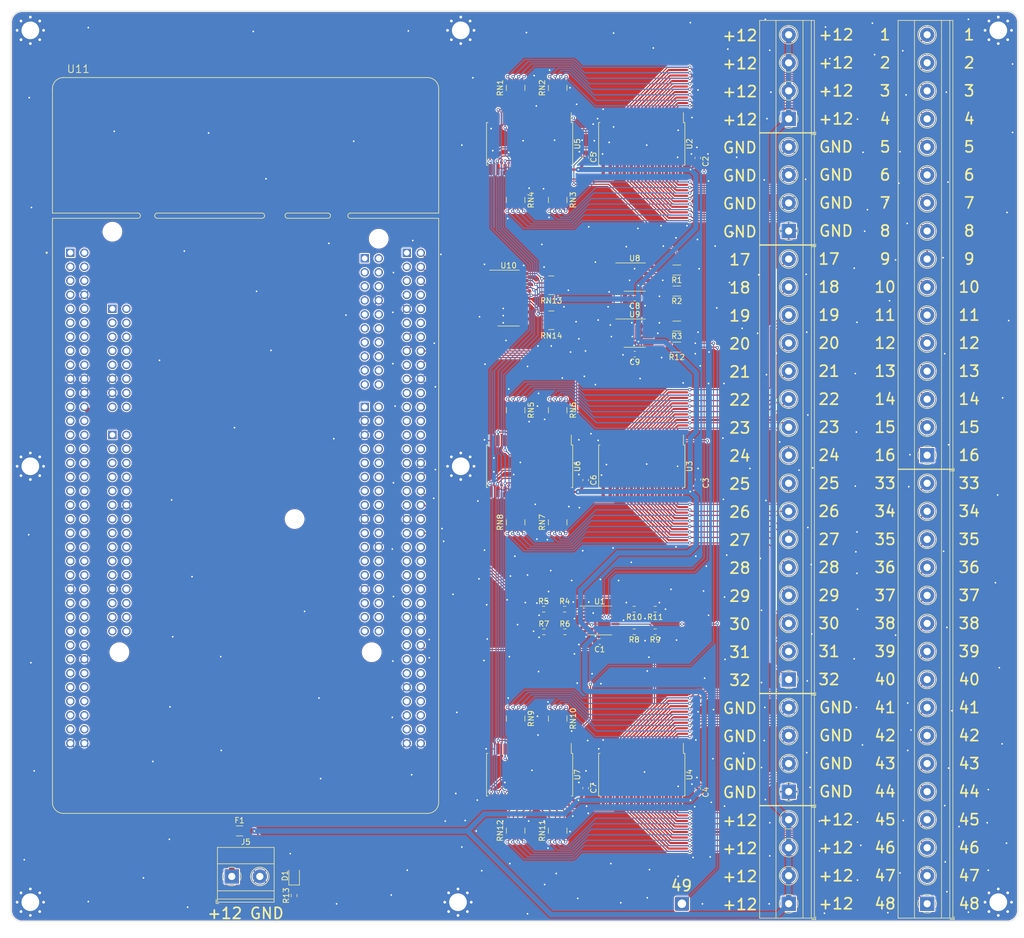
<source format=kicad_pcb>
(kicad_pcb (version 20210424) (generator pcbnew)
  (layers (0 "F.Cu" signal) (31 "B.Cu" signal) (34 "B.Paste" user) (35 "F.Paste" user) (36 "B.SilkS" user "B.Silkscreen") (37 "F.SilkS" user "F.Silkscreen") (38 "B.Mask" user) (39 "F.Mask" user) (44 "Edge.Cuts" user))
  (net 0 "")
  (net 1 "GND")
  (net 2 "+12V")
  (net 3 "Net-(R1-Pad1)")
  (net 4 "Net-(R1-Pad2)")
  (net 5 "Net-(R2-Pad1)")
  (net 6 "Net-(R2-Pad2)")
  (net 7 "Net-(R3-Pad1)")
  (net 8 "Net-(R3-Pad2)")
  (net 9 "/TST16")
  (net 10 "/IN0")
  (net 11 "/TST15")
  (net 12 "/IN1")
  (net 13 "/TST14")
  (net 14 "/IN2")
  (net 15 "/TST13")
  (net 16 "/TST12")
  (net 17 "/TST11")
  (net 18 "Net-(RN1-Pad1)")
  (net 19 "Net-(RN1-Pad3)")
  (net 20 "Net-(RN1-Pad2)")
  (net 21 "Net-(RN1-Pad4)")
  (net 22 "Net-(RN2-Pad1)")
  (net 23 "Net-(RN2-Pad3)")
  (net 24 "Net-(RN2-Pad2)")
  (net 25 "Net-(RN2-Pad4)")
  (net 26 "/TST10")
  (net 27 "Net-(RN3-Pad1)")
  (net 28 "Net-(RN3-Pad3)")
  (net 29 "Net-(RN3-Pad2)")
  (net 30 "Net-(RN3-Pad4)")
  (net 31 "/TST9")
  (net 32 "/TST8")
  (net 33 "/TST7")
  (net 34 "Net-(RN4-Pad1)")
  (net 35 "Net-(RN4-Pad3)")
  (net 36 "Net-(RN4-Pad2)")
  (net 37 "Net-(RN4-Pad4)")
  (net 38 "Net-(RN5-Pad7)")
  (net 39 "Net-(RN5-Pad8)")
  (net 40 "Net-(RN5-Pad6)")
  (net 41 "Net-(RN5-Pad5)")
  (net 42 "Net-(RN6-Pad7)")
  (net 43 "Net-(RN6-Pad8)")
  (net 44 "Net-(RN6-Pad6)")
  (net 45 "Net-(RN6-Pad5)")
  (net 46 "Net-(RN7-Pad7)")
  (net 47 "Net-(RN7-Pad8)")
  (net 48 "Net-(RN7-Pad6)")
  (net 49 "Net-(RN7-Pad5)")
  (net 50 "Net-(RN8-Pad7)")
  (net 51 "Net-(RN8-Pad8)")
  (net 52 "Net-(RN8-Pad6)")
  (net 53 "Net-(RN8-Pad5)")
  (net 54 "Net-(RN10-Pad7)")
  (net 55 "Net-(RN10-Pad8)")
  (net 56 "Net-(RN10-Pad6)")
  (net 57 "Net-(RN10-Pad5)")
  (net 58 "Net-(RN11-Pad7)")
  (net 59 "Net-(RN11-Pad8)")
  (net 60 "Net-(RN11-Pad6)")
  (net 61 "Net-(RN11-Pad5)")
  (net 62 "Net-(RN12-Pad7)")
  (net 63 "Net-(RN12-Pad8)")
  (net 64 "Net-(RN12-Pad6)")
  (net 65 "Net-(RN12-Pad5)")
  (net 66 "/A2")
  (net 67 "/A3")
  (net 68 "/A1")
  (net 69 "/A0")
  (net 70 "Net-(F1-Pad2)")
  (net 73 "/OFF")
  (net 74 "Net-(U1-Pad3)")
  (net 75 "Net-(U1-Pad12)")
  (net 76 "Net-(U1-Pad10)")
  (net 78 "/OUT0")
  (net 79 "/OUT1")
  (net 82 "/OUT2")
  (net 83 "/OUT3")
  (net 89 "/ADR0")
  (net 90 "/ADR1")
  (net 91 "/ADR2")
  (net 157 "/ADR3")
  (net 249 "/MUX_OFF")
  (net 301 "/TST6")
  (net 302 "/TST5")
  (net 303 "/TST4")
  (net 304 "/TST3")
  (net 305 "/TST2")
  (net 306 "/TST1")
  (net 307 "/TST32")
  (net 308 "/TST31")
  (net 309 "/TST30")
  (net 310 "/TST29")
  (net 311 "/TST28")
  (net 312 "/TST27")
  (net 313 "/TST26")
  (net 314 "/TST25")
  (net 315 "/TST24")
  (net 316 "/TST23")
  (net 317 "/TST22")
  (net 318 "/TST21")
  (net 319 "/TST20")
  (net 320 "/TST19")
  (net 321 "/TST18")
  (net 322 "/TST17")
  (net 323 "/TST48")
  (net 324 "/TST47")
  (net 325 "/TST46")
  (net 326 "/TST45")
  (net 327 "/TST44")
  (net 328 "/TST43")
  (net 329 "/TST42")
  (net 330 "/TST41")
  (net 331 "/TST40")
  (net 332 "/TST39")
  (net 333 "/TST38")
  (net 334 "/TST37")
  (net 335 "/TST36")
  (net 336 "/TST35")
  (net 337 "/TST34")
  (net 338 "/TST33")
  (net 339 "/TST49")
  (net 340 "Net-(R4-Pad2)")
  (net 341 "Net-(R6-Pad2)")
  (net 342 "Net-(R8-Pad2)")
  (net 343 "Net-(RN9-Pad8)")
  (net 344 "/IN3")
  (net 345 "Net-(R10-Pad2)")
  (net 346 "Net-(R12-Pad2)")
  (net 347 "Net-(RN9-Pad5)")
  (net 348 "Net-(RN9-Pad6)")
  (net 349 "Net-(RN9-Pad7)")
  (net 350 "Net-(D1-Pad1)")
  (footprint "MountingHole:MountingHole_3.2mm_M3_Pad_Via" (layer "F.Cu") (at 208 208.5)
    (fp_text reference "J12" hide)
    (fp_text value "Conn_01x01")
  )
  (footprint "TerminalBlock_Phoenix:TerminalBlock_Phoenix_MKDS-1,5-4-5.08_1x04_P5.08mm_Horizontal" (layer "F.Cu") (at 267.925 188.459999 90)
    (fp_text reference "J6" hide)
    (fp_text value "Conn_01x04" hide)
  )
  (footprint "LED_SMD:LED_0805_2012Metric" (layer "F.Cu") (at 178.3 203.7 90)
    (fp_text reference "D1")
    (fp_text value "LED")
  )
  (footprint "TerminalBlock_Phoenix:TerminalBlock_Phoenix_MKDS-1,5-2-5.08_1x02_P5.08mm_Horizontal" (layer "F.Cu") (at 167.005 203.835)
    (fp_text reference "J5")
    (fp_text value "Conn_01x02")
  )
  (footprint "Resistor_SMD:R_1206_3216Metric" (layer "F.Cu") (at 247.65 93.94 180)
    (fp_text reference "R1")
    (fp_text value "1.2k")
  )
  (footprint "Resistor_SMD:R_Array_Convex_4x0603" (layer "F.Cu") (at 218.44 195.54 90)
    (fp_text reference "RN12")
    (fp_text value "0")
  )
  (footprint "Resistor_SMD:R_0603_1608Metric" (layer "F.Cu") (at 223.565 159.5)
    (fp_text reference "R7")
    (fp_text value "1.5k")
  )
  (footprint "Capacitor_SMD:C_0603_1608Metric" (layer "F.Cu") (at 240.03 99.02 180)
    (fp_text reference "C8")
    (fp_text value "100n")
  )
  (footprint "Resistor_SMD:R_Array_Convex_4x0603" (layer "F.Cu") (at 218.44 175.22 -90)
    (fp_text reference "RN9")
    (fp_text value "0")
  )
  (footprint "Resistor_SMD:R_1206_3216Metric" (layer "F.Cu") (at 247.65 107.91 180)
    (fp_text reference "R12")
    (fp_text value "1.2k")
  )
  (footprint "Package_SO:TSSOP-14_4.4x5mm_P0.65mm" (layer "F.Cu") (at 233.68 157.44)
    (fp_text reference "U1")
    (fp_text value "OPA4192IPW")
  )
  (footprint "Fuse:Fuse_1206_3216Metric" (layer "F.Cu") (at 168.4 195.58 180)
    (fp_text reference "F1")
    (fp_text value "1.8A")
  )
  (footprint "Resistor_SMD:R_0603_1608Metric" (layer "F.Cu") (at 243.735 155.4 180)
    (fp_text reference "R11")
    (fp_text value "1.5k")
  )
  (footprint "MountingHole:MountingHole_3.2mm_M3_Pad_Via" (layer "F.Cu") (at 208.5 129.5)
    (fp_text reference "J10" hide)
    (fp_text value "Conn_01x01")
  )
  (footprint "TerminalBlock_Phoenix:TerminalBlock_Phoenix_MKDS-1,5-4-5.08_1x04_P5.08mm_Horizontal" (layer "F.Cu") (at 267.925 86.86 90)
    (fp_text reference "J7" hide)
    (fp_text value "Conn_01x04" hide)
  )
  (footprint "Capacitor_SMD:C_0603_1608Metric" (layer "F.Cu") (at 240.03 109.18 180)
    (fp_text reference "C9")
    (fp_text value "100n")
  )
  (footprint "TerminalBlock_Phoenix:TerminalBlock_Phoenix_MKDS-1,5-4-5.08_1x04_P5.08mm_Horizontal" (layer "F.Cu") (at 267.925 66.54 90)
    (fp_text reference "J8" hide)
    (fp_text value "Conn_01x04" hide)
  )
  (footprint "Capacitor_SMD:C_0603_1608Metric" (layer "F.Cu") (at 251.46 73.62 -90)
    (fp_text reference "C2")
    (fp_text value "100n")
  )
  (footprint "TerminalBlock_Phoenix:TerminalBlock_Phoenix_MKDS-1,5-16-5.08_1x16_P5.08mm_Horizontal" (layer "F.Cu") (at 293.02 208.78 90)
    (fp_text reference "J3" hide)
    (fp_text value "Conn_01x16" hide)
  )
  (footprint "Resistor_SMD:R_0603_1608Metric" (layer "F.Cu") (at 223.52 155.4)
    (fp_text reference "R5")
    (fp_text value "1.5k")
  )
  (footprint "MountingHole:MountingHole_3.2mm_M3_Pad_Via" (layer "F.Cu") (at 305.914214 208.5)
    (fp_text reference "J16" hide)
    (fp_text value "Conn_01x01")
  )
  (footprint "Package_SO:SOIC-24W_7.5x15.4mm_P1.27mm" (layer "F.Cu") (at 241.3 71.08 -90)
    (fp_text reference "U2")
    (fp_text value "CD4067BM96")
  )
  (footprint "Resistor_SMD:R_Array_Convex_4x0603" (layer "F.Cu") (at 226.06 81.24 -90)
    (fp_text reference "RN3")
    (fp_text value "0")
  )
  (footprint "Package_SO:SOIC-24W_7.5x15.4mm_P1.27mm" (layer "F.Cu") (at 241.3 185.38 -90)
    (fp_text reference "U4")
    (fp_text value "CD4067BM96")
  )
  (footprint "Resistor_SMD:R_Array_Convex_4x0603" (layer "F.Cu") (at 226.06 175.22 -90)
    (fp_text reference "RN10")
    (fp_text value "0")
  )
  (footprint "Capacitor_SMD:C_0603_1608Metric" (layer "F.Cu") (at 231.14 187.825 -90)
    (fp_text reference "C7")
    (fp_text value "100n")
  )
  (footprint "MountingHole:MountingHole_3.2mm_M3_Pad_Via" (layer "F.Cu") (at 305.914214 50.5)
    (fp_text reference "J11" hide)
    (fp_text value "Conn_01x01")
  )
  (footprint "Resistor_SMD:R_0603_1608Metric" (layer "F.Cu") (at 178.3 207.3 90)
    (fp_text reference "R13")
    (fp_text value "4.7k")
  )
  (footprint "Resistor_SMD:R_Array_Convex_4x0603" (layer "F.Cu") (at 224.91 96.69 180)
    (fp_text reference "RN13")
    (fp_text value "10k")
  )
  (footprint "lib:MODULE_NUCLEO-F429ZI" (layer "F.Cu") (at 169.5 125.73)
    (fp_text reference "U11")
    (fp_text value "NUCLEO-F429ZI")
  )
  (footprint "Capacitor_SMD:C_0603_1608Metric" (layer "F.Cu") (at 231.14 132 -90)
    (fp_text reference "C6")
    (fp_text value "100n")
  )
  (footprint "Capacitor_SMD:C_0603_1608Metric" (layer "F.Cu") (at 233.68 161.25 180)
    (fp_text reference "C1")
    (fp_text value "100n")
  )
  (footprint "Resistor_SMD:R_1206_3216Metric" (layer "F.Cu") (at 247.65 104.1 180)
    (fp_text reference "R3")
    (fp_text value "1.2k")
  )
  (footprint "TerminalBlock_Phoenix:TerminalBlock_Phoenix_MKDS-1,5-16-5.08_1x16_P5.08mm_Horizontal" (layer "F.Cu") (at 293.02 127.5 90)
    (fp_text reference "J1" hide)
    (fp_text value "Conn_01x16" hide)
  )
  (footprint "Package_SO:SOIC-24W_7.5x15.4mm_P1.27mm" (layer "F.Cu") (at 220.98 71.08 -90)
    (fp_text reference "U5")
    (fp_text value "CD4067BM96")
  )
  (footprint "Resistor_SMD:R_1206_3216Metric" (layer "F.Cu") (at 247.65 97.75 180)
    (fp_text reference "R2")
    (fp_text value "1.2k")
  )
  (footprint "Resistor_SMD:R_Array_Convex_4x0603" (layer "F.Cu") (at 226.06 119.34 -90)
    (fp_text reference "RN6")
    (fp_text value "0")
  )
  (footprint "Resistor_SMD:R_Array_Convex_4x0603" (layer "F.Cu") (at 226.06 195.54 90)
    (fp_text reference "RN11")
    (fp_text value "0")
  )
  (footprint "Package_SO:SOIC-16_3.9x9.9mm_P1.27mm" (layer "F.Cu") (at 217.17 99.02)
    (fp_text reference "U10")
    (fp_text value "ULN2003A")
  )
  (footprint "TerminalBlock_Phoenix:TerminalBlock_Phoenix_MKDS-1,5-16-5.08_1x16_P5.08mm_Horizontal" (layer "F.Cu") (at 267.925 168.14 90)
    (fp_text reference "J2" hide)
    (fp_text value "Conn_01x16" hide)
  )
  (footprint "MountingHole:MountingHole_3.2mm_M3_Pad_Via" (layer "F.Cu") (at 130.5 50.5)
    (fp_text reference "J13" hide)
    (fp_text value "Conn_01x01")
  )
  (footprint "Resistor_SMD:R_0603_1608Metric" (layer "F.Cu") (at 239.925 159.5 180)
    (fp_text reference "R8")
    (fp_text value "4.7k")
  )
  (footprint "Resistor_SMD:R_0603_1608Metric" (layer "F.Cu") (at 227.375 159.5)
    (fp_text reference "R6")
    (fp_text value "4.7k")
  )
  (footprint "Package_SO:SOIC-8_3.9x4.9mm_P1.27mm" (layer "F.Cu") (at 240.03 95.21)
    (fp_text reference "U8")
    (fp_text value "TC4427")
  )
  (footprint "MountingHole:MountingHole_3.2mm_M3_Pad_Via" (layer "F.Cu") (at 208.5 50.5)
    (fp_text reference "J14" hide)
    (fp_text value "Conn_01x01")
  )
  (footprint "Resistor_SMD:R_Array_Convex_4x0603" (layer "F.Cu") (at 226.06 60.92 90)
    (fp_text reference "RN2")
    (fp_text value "0")
  )
  (footprint "Resistor_SMD:R_0603_1608Metric" (layer "F.Cu") (at 227.33 155.4)
    (fp_text reference "R4")
    (fp_text value "4.7k")
  )
  (footprint "Resistor_SMD:R_Array_Convex_4x0603" (layer "F.Cu") (at 218.44 139.66 90)
    (fp_text reference "RN8")
    (fp_text value "0")
  )
  (footprint "Resistor_SMD:R_0603_1608Metric" (layer "F.Cu") (at 239.925 155.4 180)
    (fp_text reference "R10")
    (fp_text value "4.7k")
  )
  (footprint "Package_SO:SOIC-24W_7.5x15.4mm_P1.27mm" (layer "F.Cu") (at 220.98 129.5 -90)
    (fp_text reference "U6")
    (fp_text value "CD4067BM96")
  )
  (footprint "Resistor_SMD:R_Array_Convex_4x0603" (layer "F.Cu") (at 226.06 139.66 90)
    (fp_text reference "RN7")
    (fp_text value "0")
  )
  (footprint "Package_SO:SOIC-24W_7.5x15.4mm_P1.27mm" (layer "F.Cu") (at 241.3 129.5 -90)
    (fp_text reference "U3")
    (fp_text value "CD4067BM96")
  )
  (footprint "Resistor_SMD:R_Array_Convex_4x0603" (layer "F.Cu") (at 218.44 119.34 -90)
    (fp_text reference "RN5")
    (fp_text value "0")
  )
  (footprint "Connector_Wire:SolderWire-0.75sqmm_1x01_D1.25mm_OD2.3mm" (layer "F.Cu") (at 248.58 208.78)
    (fp_text reference "J4" hide)
    (fp_text value "Conn_01x01")
  )
  (footprint "Capacitor_SMD:C_0603_1608Metric" (layer "F.Cu") (at 251.46 187.92 -90)
    (fp_text reference "C4")
    (fp_text value "100n")
  )
  (footprint "Resistor_SMD:R_Array_Convex_4x0603" (layer "F.Cu") (at 218.44 81.24 -90)
    (fp_text reference "RN4")
    (fp_text value "0")
  )
  (footprint "Package_SO:SOIC-24W_7.5x15.4mm_P1.27mm" (layer "F.Cu") (at 220.98 185.38 -90)
    (fp_text reference "U7")
    (fp_text value "CD4067BM96")
  )
  (footprint "Capacitor_SMD:C_0603_1608Metric" (layer "F.Cu") (at 231.14 73.525 -90)
    (fp_text reference "C5")
    (fp_text value "100n")
  )
  (footprint "MountingHole:MountingHole_3.2mm_M3_Pad_Via" (layer "F.Cu") (at 130.5 208.5)
    (fp_text reference "J17" hide)
    (fp_text value "Conn_01x01")
  )
  (footprint "Resistor_SMD:R_Array_Convex_4x0603" (layer "F.Cu") (at 224.91 103.04 180)
    (fp_text reference "RN14")
    (fp_text value "10k")
  )
  (footprint "Package_SO:SOIC-8_3.9x4.9mm_P1.27mm" (layer "F.Cu") (at 240.03 105.37)
    (fp_text reference "U9")
    (fp_text value "TC4427")
  )
  (footprint "MountingHole:MountingHole_3.2mm_M3_Pad_Via" (layer "F.Cu") (at 130.5 129.5)
    (fp_text reference "J15" hide)
    (fp_text value "Conn_01x01")
  )
  (footprint "Resistor_SMD:R_0603_1608Metric" (layer "F.Cu") (at 243.735 159.5 180)
    (fp_text reference "R9")
    (fp_text value "1.5k")
  )
  (footprint "Capacitor_SMD:C_0603_1608Metric" (layer "F.Cu") (at 251.5 131.9 -90)
    (fp_text reference "C3")
    (fp_text value "100n")
  )
  (footprint "TerminalBlock_Phoenix:TerminalBlock_Phoenix_MKDS-1,5-4-5.08_1x04_P5.08mm_Horizontal" (layer "F.Cu") (at 267.925 208.78 90)
    (fp_text reference "J9" hide)
    (fp_text value "Conn_01x04" hide)
  )
  (footprint "Resistor_SMD:R_Array_Convex_4x0603" (layer "F.Cu") (at 218.44 60.92 90)
    (fp_text reference "RN1")
    (fp_text value "0")
  )
  (gr_arc (start 129 49) (end 127 49) (angle 90) (layer "Edge.Cuts") (width 0.1))
  (gr_arc (start 129 210) (end 127 210) (angle -90) (layer "Edge.Cuts") (width 0.1))
  (gr_line (start 309.5 49) (end 309.5 210) (layer "Edge.Cuts") (width 0.1))
  (gr_line (start 127 49) (end 127 210) (layer "Edge.Cuts") (width 0.1))
  (gr_line (start 307.5 212) (end 129 212) (layer "Edge.Cuts") (width 0.1))
  (gr_line (start 307.5 47) (end 129 47) (layer "Edge.Cuts") (width 0.1))
  (gr_arc (start 307.5 210) (end 307.5 212) (angle -90) (layer "Edge.Cuts") (width 0.1))
  (gr_arc (start 307.5 49) (end 307.5 47) (angle 90) (layer "Edge.Cuts") (width 0.1))
  (gr_text "GND" (at 276.51 71.62) (layer "F.SilkS") (effects (font (size 2 2) (thickness 0.3))))
  (gr_text "10" (at 285.4 97.02) (layer "F.SilkS") (effects (font (size 2 2) (thickness 0.3))))
  (gr_text "43" (at 285.4 183.38) (layer "F.SilkS") (effects (font (size 2 2) (thickness 0.3))))
  (gr_text "12" (at 285.4 107.18) (layer "F.SilkS") (effects (font (size 2 2) (thickness 0.3))))
  (gr_text "4" (at 300.64 66.54) (layer "F.SilkS") (effects (font (size 2 2) (thickness 0.3))))
  (gr_text "29" (at 259.08 153.035) (layer "F.SilkS") (effects (font (size 2 2) (thickness 0.3))))
  (gr_text "21" (at 275.24 112.26) (layer "F.SilkS") (effects (font (size 2 2) (thickness 0.3))))
  (gr_text "8" (at 285.4 86.86) (layer "F.SilkS") (effects (font (size 2 2) (thickness 0.3))))
  (gr_text "46" (at 285.4 198.62) (layer "F.SilkS") (effects (font (size 2 2) (thickness 0.3))))
  (gr_text "46" (at 300.64 198.62) (layer "F.SilkS") (effects (font (size 2 2) (thickness 0.3))))
  (gr_text "25" (at 259.08 132.715) (layer "F.SilkS") (effects (font (size 2 2) (thickness 0.3))))
  (gr_text "13" (at 300.64 112.26) (layer "F.SilkS") (effects (font (size 2 2) (thickness 0.3))))
  (gr_text "+12" (at 276.51 203.7) (layer "F.SilkS") (effects (font (size 2 2) (thickness 0.3))))
  (gr_text "+12" (at 165.74 210.515) (layer "F.SilkS") (effects (font (size 2 2) (thickness 0.3))))
  (gr_text "16" (at 300.64 127.5) (layer "F.SilkS") (effects (font (size 2 2) (thickness 0.3))))
  (gr_text "26" (at 275.24 137.66) (layer "F.SilkS") (effects (font (size 2 2) (thickness 0.3))))
  (gr_text "GND" (at 259.08 188.595) (layer "F.SilkS") (effects (font (size 2 2) (thickness 0.3))))
  (gr_text "38" (at 285.4 157.98) (layer "F.SilkS") (effects (font (size 2 2) (thickness 0.3))))
  (gr_text "45" (at 300.64 193.54) (layer "F.SilkS") (effects (font (size 2 2) (thickness 0.3))))
  (gr_text "GND" (at 259.08 173.355) (layer "F.SilkS") (effects (font (size 2 2) (thickness 0.3))))
  (gr_text "29" (at 275.24 152.9) (layer "F.SilkS") (effects (font (size 2 2) (thickness 0.3))))
  (gr_text "11" (at 300.64 102.1) (layer "F.SilkS") (effects (font (size 2 2) (thickness 0.3))))
  (gr_text "33" (at 285.4 132.58) (layer "F.SilkS") (effects (font (size 2 2) (thickness 0.3))))
  (gr_text "15" (at 300.64 122.42) (layer "F.SilkS") (effects (font (size 2 2) (thickness 0.3))))
  (gr_text "5" (at 285.4 71.62) (layer "F.SilkS") (effects (font (size 2 2) (thickness 0.3))))
  (gr_text "+12" (at 276.51 208.78) (layer "F.SilkS") (effects (font (size 2 2) (thickness 0.3))))
  (gr_text "9" (at 300.64 91.94) (layer "F.SilkS") (effects (font (size 2 2) (thickness 0.3))))
  (gr_text "25" (at 275.24 132.58) (layer "F.SilkS") (effects (font (size 2 2) (thickness 0.3))))
  (gr_text "8" (at 300.64 86.86) (layer "F.SilkS") (effects (font (size 2 2) (thickness 0.3))))
  (gr_text "GND" (at 276.51 76.7) (layer "F.SilkS") (effects (font (size 2 2) (thickness 0.3))))
  (gr_text "+12" (at 259.08 51.435) (layer "F.SilkS") (effects (font (size 2 2) (thickness 0.3))))
  (gr_text "6" (at 300.64 76.7) (layer "F.SilkS") (effects (font (size 2 2) (thickness 0.3))))
  (gr_text "6" (at 285.4 76.7) (layer "F.SilkS") (effects (font (size 2 2) (thickness 0.3))))
  (gr_text "39" (at 300.64 163.06) (layer "F.SilkS") (effects (font (size 2 2) (thickness 0.3))))
  (gr_text "GND" (at 276.51 188.46) (layer "F.SilkS") (effects (font (size 2 2) (thickness 0.3))))
  (gr_text "37" (at 300.64 152.9) (layer "F.SilkS") (effects (font (size 2 2) (thickness 0.3))))
  (gr_text "23" (at 275.24 122.42) (layer "F.SilkS") (effects (font (size 2 2) (thickness 0.3))))
  (gr_text "35" (at 285.4 142.74) (layer "F.SilkS") (effects (font (size 2 2) (thickness 0.3))))
  (gr_text "30" (at 259.08 158.115) (layer "F.SilkS") (effects (font (size 2 2) (thickness 0.3))))
  (gr_text "31" (at 275.24 163.06) (layer "F.SilkS") (effects (font (size 2 2) (thickness 0.3))))
  (gr_text "39" (at 285.4 163.06) (layer "F.SilkS") (effects (font (size 2 2) (thickness 0.3))))
  (gr_text "20" (at 275.24 107.18) (layer "F.SilkS") (effects (font (size 2 2) (thickness 0.3))))
  (gr_text "GND" (at 259.08 76.835) (layer "F.SilkS") (effects (font (size 2 2) (thickness 0.3))))
  (gr_text "7" (at 285.4 81.78) (layer "F.SilkS") (effects (font (size 2 2) (thickness 0.3))))
  (gr_text "27" (at 259.08 142.875) (layer "F.SilkS") (effects (font (size 2 2) (thickness 0.3))))
  (gr_text "41" (at 285.4 173.22) (layer "F.SilkS") (effects (font (size 2 2) (thickness 0.3))))
  (gr_text "16" (at 285.4 127.5) (layer "F.SilkS") (effects (font (size 2 2) (thickness 0.3))))
  (gr_text "12" (at 300.64 107.18) (layer "F.SilkS") (effects (font (size 2 2) (thickness 0.3))))
  (gr_text "15" (at 285.4 122.42) (layer "F.SilkS") (effects (font (size 2 2) (thickness 0.3))))
  (gr_text "24" (at 275.24 127.5) (layer "F.SilkS") (effects (font (size 2 2) (thickness 0.3))))
  (gr_text "32" (at 259.08 168.275) (layer "F.SilkS") (effects (font (size 2 2) (thickness 0.3))))
  (gr_text "24" (at 259.08 127.635) (layer "F.SilkS") (effects (font (size 2 2) (thickness 0.3))))
  (gr_text "20" (at 259.08 107.315) (layer "F.SilkS") (effects (font (size 2 2) (thickness 0.3))))
  (gr_text "9" (at 285.4 91.94) (layer "F.SilkS") (effects (font (size 2 2) (thickness 0.3))))
  (gr_text "22" (at 275.24 117.34) (layer "F.SilkS") (effects (font (size 2 2) (thickness 0.3))))
  (gr_text "GND" (at 276.51 178.3) (layer "F.SilkS") (effects (font (size 2 2) (thickness 0.3))))
  (gr_text "32" (at 275.24 168.14) (layer "F.SilkS") (effects (font (size 2 2) (thickness 0.3))))
  (gr_text "GND" (at 173.36 210.515) (layer "F.SilkS") (effects (font (size 2 2) (thickness 0.3))))
  (gr_text "+12" (at 276.51 198.62) (layer "F.SilkS") (effects (font (size 2 2) (thickness 0.3))))
  (gr_text "21" (at 259.08 112.395) (layer "F.SilkS") (effects (font (size 2 2) (thickness 0.3))))
  (gr_text "48" (at 300.64 208.78) (layer "F.SilkS") (effects (font (size 2 2) (thickness 0.3))))
  (gr_text "31" (at 259.08 163.195) (layer "F.SilkS") (effects (font (size 2 2) (thickness 0.3))))
  (gr_text "22" (at 259.08 117.475) (layer "F.SilkS") (effects (font (size 2 2) (thickness 0.3))))
  (gr_text "40" (at 285.4 168.14) (layer "F.SilkS") (effects (font (size 2 2) (thickness 0.3))))
  (gr_text "19" (at 259.08 102.235) (layer "F.SilkS") (effects (font (size 2 2) (thickness 0.3))))
  (gr_text "GND" (at 276.51 173.22) (layer "F.SilkS") (effects (font (size 2 2) (thickness 0.3))))
  (gr_text "13" (at 285.4 112.26) (layer "F.SilkS") (effects (font (size 2 2) (thickness 0.3))))
  (gr_text "GND" (at 259.08 71.755) (layer "F.SilkS") (effects (font (size 2 2) (thickness 0.3))))
  (gr_text "3" (at 285.4 61.46) (layer "F.SilkS") (effects (font (size 2 2) (thickness 0.3))))
  (gr_text "GND" (at 259.08 81.915) (layer "F.SilkS") (effects (font (size 2 2) (thickness 0.3))))
  (gr_text "4" (at 285.4 66.54) (layer "F.SilkS") (effects (font (size 2 2) (thickness 0.3))))
  (gr_text "+12" (at 276.51 56.38) (layer "F.SilkS") (effects (font (size 2 2) (thickness 0.3))))
  (gr_text "3" (at 300.64 61.46) (layer "F.SilkS") (effects (font (size 2 2) (thickness 0.3))))
  (gr_text "GND" (at 276.51 81.78) (layer "F.SilkS") (effects (font (size 2 2) (thickness 0.3))))
  (gr_text "14" (at 285.4 117.34) (layer "F.SilkS") (effects (font (size 2 2) (thickness 0.3))))
  (gr_text "36" (at 285.4 147.82) (layer "F.SilkS") (effects (font (size 2 2) (thickness 0.3))))
  (gr_text "43" (at 300.64 183.38) (layer "F.SilkS") (effects (font (size 2 2) (thickness 0.3))))
  (gr_text "+12" (at 259.08 193.675) (layer "F.SilkS") (effects (font (size 2 2) (thickness 0.3))))
  (gr_text "5" (at 300.64 71.62) (layer "F.SilkS") (effects (font (size 2 2) (thickness 0.3))))
  (gr_text "33" (at 300.64 132.58) (layer "F.SilkS") (effects (font (size 2 2) (thickness 0.3))))
  (gr_text "18" (at 259.08 97.155) (layer "F.SilkS") (effects (font (size 2 2) (thickness 0.3))))
  (gr_text "26" (at 259.08 137.795) (layer "F.SilkS") (effects (font (size 2 2) (thickness 0.3))))
  (gr_text "+12" (at 276.51 66.54) (layer "F.SilkS") (effects (font (size 2 2) (thickness 0.3))))
  (gr_text "+12" (at 259.08 208.915) (layer "F.SilkS") (effects (font (size 2 2) (thickness 0.3))))
  (gr_text "17" (at 275.24 91.94) (layer "F.SilkS") (effects (font (size 2 2) (thickness 0.3))))
  (gr_text "27" (at 275.24 142.74) (layer "F.SilkS") (effects (font (size 2 2) (thickness 0.3))))
  (gr_text "2" (at 300.64 56.38) (layer "F.SilkS") (effects (font (size 2 2) (thickness 0.3))))
  (gr_text "17" (at 259.08 92.075) (layer "F.SilkS") (effects (font (size 2 2) (thickness 0.3))))
  (gr_text "1" (at 285.4 51.3) (layer "F.SilkS") (effects (font (size 2 2) (thickness 0.3))))
  (gr_text "+12" (at 276.51 61.46) (layer "F.SilkS") (effects (font (size 2 2) (thickness 0.3))))
  (gr_text "10" (at 300.64 97.02) (layer "F.SilkS") (effects (font (size 2 2) (thickness 0.3))))
  (gr_text "GND" (at 259.08 178.435) (layer "F.SilkS") (effects (font (size 2 2) (thickness 0.3))))
  (gr_text "GND" (at 276.51 183.38) (layer "F.SilkS") (effects (font (size 2 2) (thickness 0.3))))
  (gr_text "41" (at 300.64 173.22) (layer "F.SilkS") (effects (font (size 2 2) (thickness 0.3))))
  (gr_text "7" (at 300.64 81.78) (layer "F.SilkS") (effects (font (size 2 2) (thickness 0.3))))
  (gr_text "+12" (at 276.51 51.3) (layer "F.SilkS") (effects (font (size 2 2) (thickness 0.3))))
  (gr_text "34" (at 285.4 137.66) (layer "F.SilkS") (effects (font (size 2 2) (thickness 0.3))))
  (gr_text "+12" (at 259.08 198.755) (layer "F.SilkS") (effects (font (size 2 2) (thickness 0.3))))
  (gr_text "34" (at 300.64 137.66) (layer "F.SilkS") (effects (font (size 2 2) (thickness 0.3))))
  (gr_text "+12" (at 276.51 193.54) (layer "F.SilkS") (effects (font (size 2 2) (thickness 0.3))))
  (gr_text "+12" (at 259.08 56.515) (layer "F.SilkS") (effects (font (size 2 2) (thickness 0.3))))
  (gr_text "GND" (at 276.51 86.86) (layer "F.SilkS") (effects (font (size 2 2) (thickness 0.3))))
  (gr_text "23" (at 259.08 122.555) (layer "F.SilkS") (effects (font (size 2 2) (thickness 0.3))))
  (gr_text "44" (at 300.64 188.46) (layer "F.SilkS") (effects (font (size 2 2) (thickness 0.3))))
  (gr_text "11" (at 285.4 102.1) (layer "F.SilkS") (effects (font (size 2 2) (thickness 0.3))))
  (gr_text "+12" (at 259.08 203.835) (layer "F.SilkS") (effects (font (size 2 2) (thickness 0.3))))
  (gr_text "35" (at 300.64 142.74) (layer "F.SilkS") (effects (font (size 2 2) (thickness 0.3))))
  (gr_text "30" (at 275.24 157.98) (layer "F.SilkS") (effects (font (size 2 2) (thickness 0.3))))
  (gr_text "49" (at 248.5 205.5) (layer "F.SilkS") (effects (font (size 2 2) (thickness 0.3))))
  (gr_text "44" (at 285.4 188.46) (layer "F.SilkS") (effects (font (size 2 2) (thickness 0.3))))
  (gr_text "38" (at 300.64 157.98) (layer "F.SilkS") (effects (font (size 2 2) (thickness 0.3))))
  (gr_text "37" (at 285.4 152.9) (layer "F.SilkS") (effects (font (size 2 2) (thickness 0.3))))
  (gr_text "GND" (at 259.08 183.515) (layer "F.SilkS") (effects (font (size 2 2) (thickness 0.3))))
  (gr_text "GND" (at 259.08 86.995) (layer "F.SilkS") (effects (font (size 2 2) (thickness 0.3))))
  (gr_text "18" (at 275.24 97.02) (layer "F.SilkS") (effects (font (size 2 2) (thickness 0.3))))
  (gr_text "28" (at 259.08 147.955) (layer "F.SilkS") (effects (font (size 2 2) (thickness 0.3))))
  (gr_text "47" (at 300.64 203.7) (layer "F.SilkS") (effects (font (size 2 2) (thickness 0.3))))
  (gr_text "1" (at 300.64 51.3) (layer "F.SilkS") (effects (font (size 2 2) (thickness 0.3))))
  (gr_text "36" (at 300.64 147.82) (layer "F.SilkS") (effects (font (size 2 2) (thickness 0.3))))
  (gr_text "42" (at 285.4 178.3) (layer "F.SilkS") (effects (font (size 2 2) (thickness 0.3))))
  (gr_text "2" (at 285.4 56.38) (layer "F.SilkS") (effects (font (size 2 2) (thickness 0.3))))
  (gr_text "47" (at 285.4 203.7) (layer "F.SilkS") (effects (font (size 2 2) (thickness 0.3))))
  (gr_text "+12" (at 259.08 66.675) (layer "F.SilkS") (effects (font (size 2 2) (thickness 0.3))))
  (gr_text "28" (at 275.24 147.82) (layer "F.SilkS") (effects (font (size 2 2) (thickness 0.3))))
  (gr_text "40" (at 300.64 168.14) (layer "F.SilkS") (effects (font (size 2 2) (thickness 0.3))))
  (gr_text "14" (at 300.64 117.34) (layer "F.SilkS") (effects (font (size 2 2) (thickness 0.3))))
  (gr_text "48" (at 285.4 208.78) (layer "F.SilkS") (effects (font (size 2 2) (thickness 0.3))))
  (gr_text "42" (at 300.64 178.3) (layer "F.SilkS") (effects (font (size 2 2) (thickness 0.3))))
  (gr_text "45" (at 285.4 193.54) (layer "F.SilkS") (effects (font (size 2 2) (thickness 0.3))))
  (gr_text "+12" (at 259.08 61.595) (layer "F.SilkS") (effects (font (size 2 2) (thickness 0.3))))
  (gr_text "19" (at 275.24 102.1) (layer "F.SilkS") (effects (font (size 2 2) (thickness 0.3))))
  (via (at 254.3 173.6) (size 0.6) (drill 0.3) (layers "F.Cu" "B.Cu") (net 1))
  (via (at 231.2 184.7) (size 0.6) (drill 0.3) (layers "F.Cu" "B.Cu") (net 1))
  (via (at 205.7 193.8) (size 0.6) (drill 0.3) (layers "F.Cu" "B.Cu") (net 1))
  (via (at 248.8 114.4) (size 0.6) (drill 0.3) (layers "F.Cu" "B.Cu") (net 1))
  (via (at 232.9 114.7) (size 0.6) (drill 0.3) (layers "F.Cu" "B.Cu") (net 1))
  (via (at 225.5 70.4) (size 0.6) (drill 0.3) (layers "F.Cu" "B.Cu") (net 1))
  (via (at 290.1 177.3) (size 0.6) (drill 0.3) (layers "F.Cu" "B.Cu") (net 1))
  (via (at 211.5 190) (size 0.6) (drill 0.3) (layers "F.Cu" "B.Cu") (net 1))
  (via (at 244.6 160.6) (size 0.6) (drill 0.3) (layers "F.Cu" "B.Cu") (net 1))
  (via (at 271.2 181.4) (size 0.6) (drill 0.3) (layers "F.Cu" "B.Cu") (net 1))
  (via (at 216.1 193.8) (size 0.6) (drill 0.3) (layers "F.Cu" "B.Cu") (net 1))
  (via (at 207.8 174.1) (size 0.6) (drill 0.3) (layers "F.Cu" "B.Cu") (net 1))
  (via (at 280 112.7) (size 0.6) (drill 0.3) (layers "F.Cu" "B.Cu") (net 1))
  (via (at 275.4 55.6) (size 0.6) (drill 0.3) (layers "F.Cu" "B.Cu") (net 1))
  (via (at 288.7 193.7) (size 0.6) (drill 0.3) (layers "F.Cu" "B.Cu") (net 1))
  (via (at 233.4 124.8) (size 0.6) (drill 0.3) (layers "F.Cu" "B.Cu") (net 1))
  (via (at 257.2 96.2) (size 0.6) (drill 0.3) (layers "F.Cu" "B.Cu") (net 1))
  (via (at 232.9 92.5) (size 0.6) (drill 0.3) (layers "F.Cu" "B.Cu") (net 1))
  (via (at 251.3 185.9) (size 0.6) (drill 0.3) (layers "F.Cu" "B.Cu") (net 1))
  (via (at 231.5 179.2) (size 0.6) (drill 0.3) (layers "F.Cu" "B.Cu") (net 1))
  (via (at 216.9 153.7) (size 0.6) (drill 0.3) (layers "F.Cu" "B.Cu") (net 1))
  (via (at 263 168.7) (size 0.6) (drill 0.3) (layers "F.Cu" "B.Cu") (net 1))
  (via (at 232.5 67.5) (size 0.6) (drill 0.3) (layers "F.Cu" "B.Cu") (net 1))
  (via (at 264.5 54.1) (size 0.6) (drill 0.3) (layers "F.Cu" "B.Cu") (net 1))
  (via (at 300.5 210.3) (size 0.6) (drill 0.3) (layers "F.Cu" "B.Cu") (net 1))
  (via (at 153.9 110.3) (size 0.6) (drill 0.3) (layers "F.Cu" "B.Cu") (net 1))
  (via (at 296.2 109.1) (size 0.6) (drill 0.3) (layers "F.Cu" "B.Cu") (net 1))
  (via (at 222.4 118.6) (size 0.6) (drill 0.3) (layers "F.Cu" "B.Cu") (net 1))
  (via (at 289.2 62.2) (size 0.6) (drill 0.3) (layers "F.Cu" "B.Cu") (net 1))
  (via (at 235.4 97.9) (size 0.6) (drill 0.3) (layers "F.Cu" "B.Cu") (net 1))
  (via (at 260.9 129.9) (size 0.6) (drill 0.3) (layers "F.Cu" "B.Cu") (net 1))
  (via (at 220.4 50.9) (size 0.6) (drill 0.3) (layers "F.Cu" "B.Cu") (net 1))
  (via (at 231.6 192.4) (size 0.6) (drill 0.3) (layers "F.Cu" "B.Cu") (net 1))
  (via (at 229.4 128.9) (size 0.6) (drill 0.3) (layers "F.Cu" "B.Cu") (net 1))
  (via (at 224.9 107.7) (size 0.6) (drill 0.3) (layers "F.Cu" "B.Cu") (net 1))
  (via (at 252.5 152.1) (size 0.6) (drill 0.3) (layers "F.Cu" "B.Cu") (net 1))
  (via (at 251.1 179.1) (size 0.6) (drill 0.3) (layers "F.Cu" "B.Cu") (net 1))
  (via (at 209.3 193.7) (size 0.6) (drill 0.3) (layers "F.Cu" "B.Cu") (net 1))
  (via (at 232.2 72.6) (size 0.6) (drill 0.3) (layers "F.Cu" "B.Cu") (net 1))
  (via (at 253.4 114.5) (size 0.6) (drill 0.3) (layers "F.Cu" "B.Cu") (net 1))
  (via (at 186 208.8) (size 0.6) (drill 0.3) (layers "F.Cu" "B.Cu") (net 1))
  (via (at 203.9 115.1) (size 0.6) (drill 0.3) (layers "F.Cu" "B.Cu") (net 1))
  (via (at 196.1 175) (size 0.6) (drill 0.3) (layers "F.Cu" "B.Cu") (net 1))
  (via (at 263.9 112.9) (size 0.6) (drill 0.3) (layers "F.Cu" "B.Cu") (net 1))
  (via (at 305.4 150.6) (size 0.6) (drill 0.3) (layers "F.Cu" "B.Cu") (net 1))
  (via (at 232.3 167.1) (size 0.6) (drill 0.3) (layers "F.Cu" "B.Cu") (net 1))
  (via (at 242.7 202.6) (size 0.6) (drill 0.3) (layers "F.Cu" "B.Cu") (net 1))
  (via (at 233.9 168.9) (size 0.6) (drill 0.3) (layers "F.Cu" "B.Cu") (net 1))
  (via (at 239.1 95.8) (size 0.6) (drill 0.3) (layers "F.Cu" "B.Cu") (net 1))
  (via (at 173.2 77.4) (size 0.6) (drill 0.3) (layers "F.Cu" "B.Cu") (net 1))
  (via (at 145.7 68.8) (size 0.6) (drill 0.3) (layers "F.Cu" "B.Cu") (net 1))
  (via (at 272.1 159.9) (size 0.6) (drill 0.3) (layers "F.Cu" "B.Cu") (net 1))
  (via (at 218.8 158.2) (size 0.6) (drill 0.3) (layers "F.Cu" "B.Cu") (net 1))
  (via (at 203.9 130.1) (size 0.6) (drill 0.3) (layers "F.Cu" "B.Cu") (net 1))
  (via (at 180.2 155.8) (size 0.6) (drill 0.3) (layers "F.Cu" "B.Cu") (net 1))
  (via (at 131.2 184.7) (size 0.6) (drill 0.3) (layers "F.Cu" "B.Cu") (net 1))
  (via (at 216.2 100.9) (size 0.6) (drill 0.3) (layers "F.Cu" "B.Cu") (net 1))
  (via (at 250.9 191.2) (size 0.6) (drill 0.3) (layers "F.Cu" "B.Cu") (net 1))
  (via (at 182.8 171.5) (size 0.6) (drill 0.3) (layers "F.Cu" "B.Cu") (net 1))
  (via (at 241 113.6) (size 0.6) (drill 0.3) (layers "F.Cu" "B.Cu") (net 1))
  (via (at 141 208.4) (size 0.6) (drill 0.3) (layers "F.Cu" "B.Cu") (net 1))
  (via (at 234 131.1) (size 0.6) (drill 0.3) (layers "F.Cu" "B.Cu") (net 1))
  (via (at 227.2 100.6) (size 0.6) (drill 0.3) (layers "F.Cu" "B.Cu") (net 1))
  (via (at 263.7 48.5) (size 0.6) (drill 0.3) (layers "F.Cu" "B.Cu") (net 1))
  (via (at 307.8 103.1) (size 0.6) (drill 0.3) (layers "F.Cu" "B.Cu") (net 1))
  (via (at 213.2 154.6) (size 0.6) (drill 0.3) (layers "F.Cu" "B.Cu") (net 1))
  (via (at 225.8 203.3) (size 0.6) (drill 0.3) (layers "F.Cu" "B.Cu") (net 1))
  (via (at 247.9 203.8) (size 0.6) (drill 0.3) (layers "F.Cu" "B.Cu") (net 1))
  (via (at 305.8 134.7) (size 0.6) (drill 0.3) (layers "F.Cu" "B.Cu") (net 1))
  (via (at 296.6 206.6) (size 0.6) (drill 0.3) (layers "F.Cu" "B.Cu") (net 1))
  (via (at 232.7 70.5) (size 0.6) (drill 0.3) (layers "F.Cu" "B.Cu") (net 1))
  (via (at 240 93.7) (size 0.6) (drill 0.3) (layers "F.Cu" "B.Cu") (net 1))
  (via (at 286.9 168.6) (size 0.6) (drill 0.3) (layers "F.Cu" "B.Cu") (net 1))
  (via (at 207.6 188.8) (size 0.6) (drill 0.3) (layers "F.Cu" "B.Cu") (net 1))
  (via (at 203.6 135.3) (size 0.6) (drill 0.3) (layers "F.Cu" "B.Cu") (net 1))
  (via (at 241.8 184.9) (size 0.6) (drill 0.3) (layers "F.Cu" "B.Cu") (net 1))
  (via (at 288.1 72.5) (size 0.6) (drill 0.3) (layers "F.Cu" "B.Cu") (net 1))
  (via (at 220.6 111.4) (size 0.6) (drill 0.3) (layers "F.Cu" "B.Cu") (net 1))
  (via (at 228.9 154.1) (size 0.6) (drill 0.3) (layers "F.Cu" "B.Cu") (net 1))
  (via (at 222.6 166.7) (size 0.6) (drill 0.3) (layers "F.Cu" "B.Cu") (net 1))
  (via (at 264.5 200.1) (size 0.6) (drill 0.3) (layers "F.Cu" "B.Cu") (net 1))
  (via (at 264.4 208.8) (size 0.6) (drill 0.3) (layers "F.Cu" "B.Cu") (net 1))
  (via (at 229.4 103.3) (size 0.6) (drill 0.3) (layers "F.Cu" "B.Cu") (net 1))
  (via (at 222.7 160.5) (size 0.6) (drill 0.3) (layers "F.Cu" "B.Cu") (net 1))
  (via (at 279 187.7) (size 0.6) (drill 0.3) (layers "F.Cu" "B.Cu") (net 1))
  (via (at 272.3 129.8) (size 0.6) (drill 0.3) (layers "F.Cu" "B.Cu") (net 1))
  (via (at 262.8 146.2) (size 0.6) (drill 0.3) (layers "F.Cu" "B.Cu") (net 1))
  (via (at 217.5 149.4) (size 0.6) (drill 0.3) (layers "F.Cu" "B.Cu") (net 1))
  (via (at 245.2 89.6) (size 0.6) (drill 0.3) (layers "F.Cu" "B.Cu") (net 1))
  (via (at 220.2 154.2) (size 0.6) (drill 0.3) (layers "F.Cu" "B.Cu") (net 1))
  (via (at 308.5 56.6) (size 0.6) (drill 0.3) (layers "F.Cu" "B.Cu") (net 1))
  (via (at 237.5 208.6) (size 0.6) (drill 0.3) (layers "F.Cu" "B.Cu") (net 1))
  (via (at 256 124.4) (size 0.6) (drill 0.3) (layers "F.Cu" "B.Cu") (net 1))
  (via (at 156.1 135.6) (size 0.6) (drill 0.3) (layers "F.Cu" "B.Cu") (net 1))
  (via (at 298.8 194.8) (size 0.6) (drill 0.3) (layers "F.Cu" "B.Cu") (net 1))
  (via (at 264.5 194.1) (size 0.6) (drill 0.3) (layers "F.Cu" "B.Cu") (net 1))
  (via (at 158.4 90.5) (size 0.6) (drill 0.3) (layers "F.Cu" "B.Cu") (net 1))
  (via (at 183.1 186.1) (size 0.6) (drill 0.3) (layers "F.Cu" "B.Cu") (net 1))
  (via (at 196.3 94.4) (size 0.6) (drill 0.3) (layers "F.Cu" "B.Cu") (net 1))
  (via (at 244.5 98.7) (size 0.6) (drill 0.3) (layers "F.Cu" "B.Cu") (net 1))
  (via (at 262.5 94.8) (size 0.6) (drill 0.3) (layers "F.Cu" "B.Cu") (net 1))
  (via (at 286.1 137.7) (size 0.6) (drill 0.3) (layers "F.Cu" "B.Cu") (net 1))
  (via (at 217 84.6) (size 0.6) (drill 0.3) (layers "F.Cu" "B.Cu") (net 1))
  (via (at 151 204.1) (size 0.6) (drill 0.3) (layers "F.Cu" "B.Cu") (net 1))
  (via (at 187.7 102.1) (size 0.6) (drill 0.3) (layers "F.Cu" "B.Cu") (net 1))
  (via (at 249.5 85.9) (size 0.6) (drill 0.3) (layers "F.Cu" "B.Cu") (net 1))
  (via (at 214.5 128) (size 0.6) (drill 0.3) (layers "F.Cu" "B.Cu") (net 1))
  (via (at 247.5 144.1) (size 0.6) (drill 0.3) (layers "F.Cu" "B.Cu") (net 1))
  (via (at 304.1 188.1) (size 0.6) (drill 0.3) (layers "F.Cu" "B.Cu") (net 1))
  (via (at 272 147.3) (size 0.6) (drill 0.3) (layers "F.Cu" "B.Cu") (net 1))
  (via (at 184.6 89.1) (size 0.6) (drill 0.3) (layers "F.Cu" "B.Cu") (net 1))
  (via (at 232.5 187) (size 0.6) (drill 0.3) (layers "F.Cu" "B.Cu") (net 1))
  (via (at 251.5 61.3) (size 0.6) (drill 0.3) (layers "F.Cu" "B.Cu") (net 1))
  (via (at 264 66.5) (size 0.6) (drill 0.3) (layers "F.Cu" "B.Cu") (net 1))
  (via (at 235.7 201.5) (size 0.6) (drill 0.3) (layers "F.Cu" "B.Cu") (net 1))
  (via (at 228.3 195.7) (size 0.6) (drill 0.3) (layers "F.Cu" "B.Cu") (net 1))
  (via (at 237.1 150.2) (size 0.6) (drill 0.3) (layers "F.Cu" "B.Cu") (net 1))
  (via (at 198.8 202.7) (size 0.6) (drill 0.3) (layers "F.Cu" "B.Cu") (net 1))
  (via (at 130.7 82.6) (size 0.6) (drill 0.3) (layers "F.Cu" "B.Cu") (net 1))
  (via (at 223.6 193.8) (size 0.6) (drill 0.3) (layers "F.Cu" "B.Cu") (net 1))
  (via (at 241.9 100.4) (size 0.6) (drill 0.3) (layers "F.Cu" "B.Cu") (net 1))
  (via (at 185.5 124.5) (size 0.6) (drill 0.3) (layers "F.Cu" "B.Cu") (net 1))
  (via (at 196.3 153.1) (size 0.6) (drill 0.3) (layers "F.Cu" "B.Cu") (net 1))
  (via (at 231.3 191.1) (size 0.6) (drill 0.3) (layers "F.Cu" "B.Cu") (net 1))
  (via (at 251.9 111.3) (size 0.6) (drill 0.3) (layers "F.Cu" "B.Cu") (net 1))
  (via (at 228.8 192.9) (size 0.6) (drill 0.3) (layers "F.Cu" "B.Cu") (net 1))
  (via (at 211.8 149.9) (size 0.6) (drill 0.3) (layers "F.Cu" "B.Cu") (net 1))
  (via (at 217.3 164) (size 0.6) (drill 0.3) (layers "F.Cu" "B.Cu") (net 1))
  (via (at 221.7 159.4) (size 0.6) (drill 0.3) (layers "F.Cu" "B.Cu") (net 1))
  (via (at 253.9 190.4) (size 0.6) (drill 0.3) (layers "F.Cu" "B.Cu") (net 1))
  (via (at 229.5 63.9) (size 0.6) (drill 0.3) (layers "F.Cu" "B.Cu") (net 1))
  (via (at 306.6 179.8) (size 0.6) (drill 0.3) (layers "F.Cu" "B.Cu") (net 1))
  (via (at 162.8 69.1) (size 0.6) (drill 0.3) (layers "F.Cu" "B.Cu") (net 1))
  (via (at 129.4 200.8) (size 0.6) (drill 0.3) (layers "F.Cu" "B.Cu") (net 1))
  (via (at 218.3 145.8) (size 0.6) (drill 0.3) (layers "F.Cu" "B.Cu") (net 1))
  (via (at 256.7 145.6) (size 0.6) (drill 0.3) (layers "F.Cu" "B.Cu") (net 1))
  (via (at 221.4 184.6) (size 0.6) (drill 0.3) (layers "F.Cu" "B.Cu") (net 1))
  (via (at 229.9 161.8) (size 0.6) (drill 0.3) (layers "F.Cu" "B.Cu") (net 1))
  (via (at 229.6 168.8) (size 0.6) (drill 0.3) (layers "F.Cu" "B.Cu") (net 1))
  (via (at 231.7 86.1) (size 0.6) (drill 0.3) (layers "F.Cu" "B.Cu") (net 1))
  (via (at 130.2 141.9) (size 0.6) (drill 0.3) (layers "F.Cu" "B.Cu") (net 1))
  (via (at 259.8 181.5) (size 0.6) (drill 0.3) (layers "F.Cu" "B.Cu") (net 1))
  (via (at 289.7 133.2) (size 0.6) (drill 0.3) (layers "F.Cu" "B.Cu") (net 1))
  (via (at 237.9 109.3) (size 0.6) (drill 0.3) (layers "F.Cu" "B.Cu") (net 1))
  (via (at 280.1 145) (size 0.6) (drill 0.3) (layers "F.Cu" "B.Cu") (net 1))
  (via (at 251.5 129.9) (size 0.6) (drill 0.3) (layers "F.Cu" "B.Cu") (net 1))
  (via (at 296.3 201.2) (size 0.6) (drill 0.3) (layers "F.Cu" "B.Cu") (net 1))
  (via (at 141 50) (size 0.6) (drill 0.3) (layers "F.Cu" "B.Cu") (net 1))
  (via (at 196.2 164.8) (size 0.6) (drill 0.3) (layers "F.Cu" "B.Cu") (net 1))
  (via (at 263.6 173.2) (size 0.6) (drill 0.3) (layers "F.Cu" "B.Cu") (net 1))
  (via (at 256.2 114.5) (size 0.6) (drill 0.3) (layers "F.Cu" "B.Cu") (net 1))
  (via (at 220.9 79.1) (size 0.6) (drill 0.3) (layers "F.Cu" "B.Cu") (net 1))
  (via (at 289.4 85.5) (size 0.6) (drill 0.3) (layers "F.Cu" "B.Cu") (net 1))
  (via (at 263.8 135.7) (size 0.6) (drill 0.3) (layers "F.Cu" "B.Cu") (net 1))
  (via (at 256.3 153.2) (size 0.6) (drill 0.3) (layers "F.Cu" "B.Cu") (net 1))
  (via (at 242.6 164.1) (size 0.6) (drill 0.3) (layers "F.Cu" "B.Cu") (net 1))
  (via (at 266.3 125.1) (size 0.6) (drill 0.3) (layers "F.Cu" "B.Cu") (net 1))
  (via (at 289.9 127.4) (size 0.6) (drill 0.3) (layers "F.Cu" "B.Cu") (net 1))
  (via (at 210.7 59.1) (size 0.6) (drill 0.3) (layers "F.Cu" "B.Cu") (net 1))
  (via (at 279.8 164.4) (size 0.6) (drill 0.3) (layers "F.Cu" "B.Cu") (net 1))
  (via (at 130.3 62.7) (size 0.6) (drill 0.3) (layers "F.Cu" "B.Cu") (net 1))
  (via (at 296.2 191) (size 0.6) (drill 0.3) (layers "F.Cu" "B.Cu") (net 1))
  (via (at 233.5 180.7) (size 0.6) (drill 0.3) (layers "F.Cu" "B.Cu") (net 1))
  (via (at 199 50.6) (size 0.6) (drill 0.3) (layers "F.Cu" "B.Cu") (net 1))
  (via (at 220.6 149.2) (size 0.6) (drill 0.3) (layers "F.Cu" "B.Cu") (net 1))
  (via (at 224.8 148.4) (size 0.6) (drill 0.3) (layers "F.Cu" "B.Cu") (net 1))
  (via (at 159 209.4) (size 0.6) (drill 0.3) (layers "F.Cu" "B.Cu") (net 1))
  (via (at 307.5 83.5) (size 0.6) (drill 0.3) (layers "F.Cu" "B.Cu") (net 1))
  (via (at 230.6 144.8) (size 0.6) (drill 0.3) (layers "F.Cu" "B.Cu") (net 1))
  (via (at 219.9 93.1) (size 0.6) (drill 0.3) (layers "F.Cu" "B.Cu") (net 1))
  (via (at 232.1 123.6) (size 0.6) (drill 0.3) (layers "F.Cu" "B.Cu") (net 1))
  (via (at 251.1 145.8) (size 0.6) (drill 0.3) (layers "F.Cu" "B.Cu") (net 1))
  (via (at 196.2 101.6) (size 0.6) (drill 0.3) (layers "F.Cu" "B.Cu") (net 1))
  (via (at 251.5 105.2) (size 0.6) (drill 0.3) (layers "F.Cu" "B.Cu") (net 1))
  (via (at 303.9 194.1) (size 0.6) (drill 0.3) (layers "F.Cu" "B.Cu") (net 1))
  (via (at 224.5 84.4) (size 0.6) (drill 0.3) (layers "F.Cu" "B.Cu") (net 1))
  (via (at 242.3 207.7) (size 0.6) (drill 0.3) (layers "F.Cu" "B.Cu") (net 1))
  (via (at 221.8 58.7) (size 0.6) (drill 0.3) (layers "F.Cu" "B.Cu") (net 1))
  (via (at 224.6 57.7) (size 0.6) (drill 0.3) (layers "F.Cu" "B.Cu") (net 1))
  (via (at 308.5 69) (size 0.6) (drill 0.3) (layers "F.Cu" "B.Cu") (net 1))
  (via (at 247.9 68.6) (size 0.6) (drill 0.3) (layers "F.Cu" "B.Cu") (net 1))
  (via (at 236.2 68) (size 0.6) (drill 0.3) (layers "F.Cu" "B.Cu") (net 1))
  (via (at 245.6 155.4) (size 0.6) (drill 0.3) (layers "F.Cu" "B.Cu") (net 1))
  (via (at 239.2 100.5) (size 0.6) (drill 0.3) (layers "F.Cu" "B.Cu") (net 1))
  (via (at 208.7 71.3) (size 0.6) (drill 0.3) (layers "F.Cu" "B.Cu") (net 1))
  (via (at 251.7 93.7) (size 0.6) (drill 0.3) (layers "F.Cu" "B.Cu") (net 1))
  (via (at 212.7 164.7) (size 0.6) (drill 0.3) (layers "F.Cu" "B.Cu") (net 1))
  (via (at 258.5 73.5) (size 0.6) (drill 0.3) (layers "F.Cu" "B.Cu") (net 1))
  (via (at 256.3 191.1) (size 0.6) (drill 0.3) (layers "F.Cu" "B.Cu") (net 1))
  (via (at 273.5 199.2) (size 0.6) (drill 0.3) (layers "F.Cu" "B.Cu") (net 1))
  (via (at 235.8 106) (size 0.6) (drill 0.3) (layers "F.Cu" "B.Cu") (net 1))
  (via (at 216.2 103.5) (size 0.6) (drill 0.3) (layers "F.Cu" "B.Cu") (net 1))
  (via (at 230 137) (size 0.6) (drill 0.3) (layers "F.Cu" "B.Cu") (net 1))
  (via (at 253.7 200.3) (size 0.6) (drill 0.3) (layers "F.Cu" "B.Cu") (net 1))
  (via (at 170.9 50.7) (size 0.6) (drill 0.3) (layers "F.Cu" "B.Cu") (net 1))
  (via (at 240.6 86.4) (size 0.6) (drill 0.3) (layers "F.Cu" "B.Cu") (net 1))
  (via (at 208.7 198.5) (size 0.6) (drill 0.3) (layers "F.Cu" "B.Cu") (net 1))
  (via (at 253.5 108.8) (size 0.6) (drill 0.3) (layers "F.Cu" "B.Cu") (net 1))
  (via (at 253.4 156.5) (size 0.6) (drill 0.3) (layers "F.Cu" "B.Cu") (net 1))
  (via (at 229.9 186.8) (size 0.6) (drill 0.3) (layers "F.Cu" "B.Cu") (net 1))
  (via (at 271.3 168.4) (size 0.6) (drill 0.3) (layers "F.Cu" "B.Cu") (net 1))
  (via (at 280.3 148.9) (size 0.6) (drill 0.3) (layers "F.Cu" "B.Cu") (net 1))
  (via (at 280.4 194) (size 0.6) (drill 0.3) (layers "F.Cu" "B.Cu") (net 1))
  (via (at 212.3 202.8) (size 0.6) (drill 0.3) (layers "F.Cu" "B.Cu") (net 1))
  (via (at 224.2 142.8) (size 0.6) (drill 0.3) (layers "F.Cu" "B.Cu") (net 1))
  (via (at 233.3 66.5) (size 0.6) (drill 0.3) (layers "F.Cu" "B.Cu") (net 1))
  (via (at 229.7 207.8) (size 0.6) (drill 0.3) (layers "F.Cu" "B.Cu") (net 1))
  (via (at 247.8 73.5) (size 0.6) (drill 0.3) (layers "F.Cu" "B.Cu") (net 1))
  (via (at 254.6 89.6) (size 0.6) (drill 0.3) (layers "F.Cu" "B.Cu") (net 1))
  (via (at 213.3 160.8) (size 0.6) (drill 0.3) (layers "F.Cu" "B.Cu") (net 1))
  (via (at 196.1 144.5) (size 0.6) (drill 0.3) (layers "F.Cu" "B.Cu") (net 1))
  (via (at 254.9 100.8) (size 0.6) (drill 0.3) (layers "F.Cu" "B.Cu") (net 1))
  (via (at 242.3 166.6) (size 0.6) (drill 0.3) (layers "F.Cu" "B.Cu") (net 1))
  (via (at 220.8 193.8) (size 0.6) (drill 0.3) (layers "F.Cu" "B.Cu") (net 1))
  (via (at 275.5 72.5) (size 0.6) (drill 0.3) (layers "F.Cu" "B.Cu") (net 1))
  (via (at 207.1 152.7) (size 0.6) (drill 0.3) (layers "F.Cu" "B.Cu") (net 1))
  (via (at 244.8 85.9) (size 0.6) (drill 0.3) (layers "F.Cu" "B.Cu") (net 1))
  (via (at 263.5 179.2) (size 0.6) (drill 0.3) (layers "F.Cu" "B.Cu") (net 1))
  (via (at 220.9 121.4) (size 0.6) (drill 0.3) (layers "F.Cu" "B.Cu") (net 1))
  (via (at 251.3 71.7) (size 0.6) (drill 0.3) (layers "F.Cu" "B.Cu") (net 1))
  (via (at 230.9 113.2) (size 0.6) (drill 0.3) (layers "F.Cu" "B.Cu") (net 1))
  (via (at 263 155.6) (size 0.6) (drill 0.3) (layers "F.Cu" "B.Cu") (net 1))
  (via (at 250.6 200.4) (size 0.6) (drill 0.3) (layers "F.Cu" "B.Cu") (net 1))
  (via (at 271.8 187.7) (size 0.6) (drill 0.3) (layers "F.Cu" "B.Cu") (net 1))
  (via (at 288.1 203.2) (size 0.6) (drill 0.3) (layers "F.Cu" "B.Cu") (net 1))
  (via (at 224.3 198.7) (size 0.6) (drill 0.3) (layers "F.Cu" "B.Cu") (net 1))
  (via (at 256.1 135.5) (size 0.6) (drill 0.3) (layers "F.Cu" "B.Cu") (net 1))
  (via (at 239.4 146.9) (size 0.6) (drill 0.3) (layers "F.Cu" "B.Cu") (net 1))
  (via (at 246.6 151.8) (size 0.6) (drill 0.3) (layers "F.Cu" "B.Cu") (net 1))
  (via (at 271.4 140.6) (size 0.6) (drill 0.3) (layers "F.Cu" "B.Cu") (net 1))
  (via (at 296.9 184.2) (size 0.6) (drill 0.3) (layers "F.Cu" "B.Cu") (net 1))
  (via (at 212.8 92.9) (size 0.6) (drill 0.3) (layers "F.Cu" "B.Cu") (net 1))
  (via (at 196.6 118.6) (size 0.6) (drill 0.3) (layers "F.Cu" "B.Cu") (net 1))
  (via (at 238 157.4) (size 0.6) (drill 0.3) (layers "F.Cu" "B.Cu") (net 1))
  (via (at 223.5 79.2) (size 0.6) (drill 0.3) (layers "F.Cu" "B.Cu") (net 1))
  (via (at 282.2 83) (size 0.6) (drill 0.3) (layers "F.Cu" "B.Cu") (net 1))
  (via (at 254.2 182.5) (size 0.6) (drill 0.3) (layers "F.Cu" "B.Cu") (net 1))
  (via (at 280.4 155.4) (size 0.6) (drill 0.3) (layers "F.Cu" "B.Cu") (net 1))
  (via (at 271.4 120.2) (size 0.6) (drill 0.3) (layers "F.Cu" "B.Cu") (net 1))
  (via (at 287.3 92.1) (size 0.6) (drill 0.3) (layers "F.Cu" "B.Cu") (net 1))
  (via (at 211.6 135.8) (size 0.6) (drill 0.3) (layers "F.Cu" "B.Cu") (net 1))
  (via (at 279.8 93.6) (size 0.6) (drill 0.3) (layers "F.Cu" "B.Cu") (net 1))
  (via (at 281.7 86.9) (size 0.6) (drill 0.3) (layers "F.Cu" "B.Cu") (net 1))
  (via (at 130.6 165.1) (size 0.6) (drill 0.3) (layers "F.Cu" "B.Cu") (net 1))
  (via (at 234.3 179.1) (size 0.6) (drill 0.3) (layers "F.Cu" "B.Cu") (net 1))
  (via (at 224.1 153.9) (size 0.6) (drill 0.3) (layers "F.Cu" "B.Cu") (net 1))
  (via (at 244.2 105.4) (size 0.6) (drill 0.3) (layers "F.Cu" "B.Cu") (net 1))
  (via (at 228.6 150.2) (size 0.6) (drill 0.3) (layers "F.Cu" "B.Cu") (net 1))
  (via (at 273.5 193.8) (size 0.6) (drill 0.3) (layers "F.Cu" "B.Cu") (net 1))
  (via (at 216.5 186.8) (size 0.6) (drill 0.3) (layers "F.Cu" "B.Cu") (net 1))
  (via (at 223.6 93.4) (size 0.6) (drill 0.3) (layers "F.Cu" "B.Cu") (net 1))
  (via (at 234.3 64.8) (size 0.6) (drill 0.3) (layers "F.Cu" "B.Cu") (net 1))
  (via (at 243.4 53.7) (size 0.6) (drill 0.3) (layers "F.Cu" "B.Cu") (net 1))
  (via (at 213.1 180.7) (size 0.6) (drill 0.3) (layers "F.Cu" "B.Cu") (net 1))
  (via (at 228.4 108.8) (size 0.6) (drill 0.3) (layers "F.Cu" "B.Cu") (net 1))
  (via (at 274.4 210.5) (size 0.6) (drill 0.3) (layers "F.Cu" "B.Cu") (net 1))
  (via (at 222.5 107.7) (size 0.6) (drill 0.3) (layers "F.Cu" "B.Cu") (net 1))
  (via (at 234.2 72.9) (size 0.6) (drill 0.3) (layers "F.Cu" "B.Cu") (net 1))
  (via (at 280.4 66.6) (size 0.6) (drill 0.3) (layers "F.Cu" "B.Cu") (net 1))
  (via (at 286.6 188) (size 0.6) (drill 0.3) (layers "F.Cu" "B.Cu") (net 1))
  (via (at 280.2 123.3) (size 0.6) (drill 0.3) (layers "F.Cu" "B.Cu") (net 1))
  (via (at 236.1 144.3) (size 0.6) (drill 0.3) (layers "F.Cu" "B.Cu") (net 1))
  (via (at 241.9 157.1) (size 0.6) (drill 0.3) (layers "F.Cu" "B.Cu") (net 1))
  (via (at 247.5 88.1) (size 0.6) (drill 0.3) (layers "F.Cu" "B.Cu") (net 1))
  (via (at 217.4 201.5) (size 0.6) (drill 0.3) (layers "F.Cu" "B.Cu") (net 1))
  (via (at 212.8 144.7) (size 0.6) (drill 0.3) (layers "F.Cu" "B.Cu") (net 1))
  (via (at 229.9 106.4) (size 0.6) (drill 0.3) (layers "F.Cu" "B.Cu") (net 1))
  (via (at 287 111.3) (size 0.6) (drill 0.3) (layers "F.Cu" "B.Cu") (net 1))
  (via (at 239.4 110.3) (size 0.6) (drill 0.3) (layers "F.Cu" "B.Cu") (net 1))
  (via (at 239.9 107.6) (size 0.6) (drill 0.3) (layers "F.Cu" "B.Cu") (net 1))
  (via (at 262.3 105.4) (size 0.6) (drill 0.3) (layers "F.Cu" "B.Cu") (net 1))
  (via (at 250.1 49.1) (size 0.6) (drill 0.3) (layers "F.Cu" "B.Cu") (net 1))
  (via (at 230.5 70.4) (size 0.6) (drill 0.3) (layers "F.Cu" "B.Cu") (net 1))
  (via (at 286.2 99.5) (size 0.6) (drill 0.3) (layers "F.Cu" "B.Cu") (net 1))
  (via (at 235.2 100.6) (size 0.6) (drill 0.3) (layers "F.Cu" "B.Cu") (net 1))
  (via (at 296 144.9) (size 0.6) (drill 0.3) (layers "F.Cu" "B.Cu") (net 1))
  (via (at 229.9 124.7) (size 0.6) (drill 0.3) (layers "F.Cu" "B.Cu") (net 1))
  (via (at 231.2 160.4) (size 0.6) (drill 0.3) (layers "F.Cu" "B.Cu") (net 1))
  (via (at 257.9 87.3) (size 0.6) (drill 0.3) (layers "F.Cu" "B.Cu") (net 1))
  (via (at 204.9 91.1) (size 0.6) (drill 0.3) (layers "F.Cu" "B.Cu") (net 1))
  (via (at 226.9 113.5) (size 0.6) (drill 0.3) (layers "F.Cu" "B.Cu") (net 1))
  (via (at 235.6 103.9) (size 0.6) (drill 0.3) (layers "F.Cu" "B.Cu") (net 1))
  (via (at 211.3 195.6) (size 0.6) (drill 0.3) (layers "F.Cu" "B.Cu") (net 1))
  (via (at 222.2 64.2) (size 0.6) (drill 0.3) (layers "F.Cu" "B.Cu") (net 1))
  (via (at 205.1 140.8) (size 0.6) (drill 0.3) (layers "F.Cu" "B.Cu") (net 1))
  (via (at 250.4 66.3) (size 0.6) (drill 0.3) (layers "F.Cu" "B.Cu") (net 1))
  (via (at 264.7 61.7) (size 0.6) (drill 0.3) (layers "F.Cu" "B.Cu") (net 1))
  (via (at 280.3 141.4) (size 0.6) (drill 0.3) (layers "F.Cu" "B.Cu") (net 1))
  (via (at 228.3 60.9) (size 0.6) (drill 0.3) (layers "F.Cu" "B.Cu") (net 1))
  (via (at 224.4 152.2) (size 0.6) (drill 0.3) (layers "F.Cu" "B.Cu") (net 1))
  (via (at 229.9 131) (size 0.6) (drill 0.3) (layers "F.Cu" "B.Cu") (net 1))
  (via (at 253.3 72.9) (size 0.6) (drill 0.3) (layers "F.Cu" "B.Cu") (net 1))
  (via (at 263 184.1) (size 0.6) (drill 0.3) (layers "F.Cu" "B.Cu") (net 1))
  (via (at 263.7 189.9) (size 0.6) (drill 0.3) (layers "F.Cu" "B.Cu") (net 1))
  (via (at 223.7 205.3) (size 0.6) (drill 0.3) (layers "F.Cu" "B.Cu") (net 1))
  (via (at 244.5 103.5) (size 0.6) (drill 0.3) (layers "F.Cu" "B.Cu") (net 1))
  (via (at 238.5 154.2) (size 0.6) (drill 0.3) (layers "F.Cu" "B.Cu") (net 1))
  (via (at 212.9 111) (size 0.6) (drill 0.3) (layers "F.Cu" "B.Cu") (net 1))
  (via (at 224.6 105.8) (size 0.6) (drill 0.3) (layers "F.Cu" "B.Cu") (net 1))
  (via (at 287.3 160.1) (size 0.6) (drill 0.3) (layers "F.Cu" "B.Cu") (net 1))
  (via (at 224.1 99.8) (size 0.6) (drill 0.3) (layers "F.Cu" "B.Cu") (net 1))
  (via (at 250.4 187.1) (size 0.6) (drill 0.3) (layers "F.Cu" "B.Cu") (net 1))
  (via (at 222.7 156.5) (size 0.6) (drill 0.3) (layers "F.Cu" "B.Cu") (net 1))
  (via (at 189.1 70.6) (size 0.6) (drill 0.3) (layers "F.Cu" "B.Cu") (net 1))
  (via (at 232.5 156.1) (size 0.6) (drill 0.3) (layers "F.Cu" "B.Cu") (net 1))
  (via (at 214.3 72.3) (size 0.6) (drill 0.3) (layers "F.Cu" "B.Cu") (net 1))
  (via (at 177.6 199.7) (size 0.6) (drill 0.3) (layers "F.Cu" "B.Cu") (net 1))
  (via (at 199.6 185.4) (size 0.6) (drill 0.3) (layers "F.Cu" "B.Cu") (net 1))
  (via (at 286.8 147.9) (size 0.6) (drill 0.3) (layers "F.Cu" "B.Cu") (net 1))
  (via (at 295.9 91.7) (size 0.6) (drill 0.3) (layers "F.Cu" "B.Cu") (net 1))
  (via (at 271.2 105.2) (size 0.6) (drill 0.3) (layers "F.Cu" "B.Cu") (net 1))
  (via (at 229.1 157.1) (size 0.6) (drill 0.3) (layers "F.Cu" "B.Cu") (net 1))
  (via (at 280.2 173.2) (size 0.6) (drill 0.3) (layers "F.Cu" "B.Cu") (net 1))
  (via (at 307.4 197.8) (size 0.6) (drill 0.3) (layers "F.Cu" "B.Cu") (net 1))
  (via (at 205.4 143.1) (size 0.6) (drill 0.3) (layers "F.Cu" "B.Cu") (net 1))
  (via (at 174.1 108.5) (size 0.6) (drill 0.3) (layers "F.Cu" "B.Cu") (net 1))
  (via (at 165 164) (size 0.6) (drill 0.3) (layers "F.Cu" "B.Cu") (net 1))
  (via (at 239.6 106) (size 0.6) (drill 0.3) (layers "F.Cu" "B.Cu") (net 1))
  (via (at 300.5 48.5) (size 0.6) (drill 0.3) (layers "F.Cu" "B.Cu") (net 1))
  (via (at 289.5 172.4) (size 0.6) (drill 0.3) (layers "F.Cu" "B.Cu") (net 1))
  (via (at 222.6 116.3) (size 0.6) (drill 0.3) (layers "F.Cu" "B.Cu") (net 1))
  (via (at 211.9 102.4) (size 0.6) (drill 0.3) (layers "F.Cu" "B.Cu") (net 1))
  (via (at 289.5 181) (size 0.6) (drill 0.3) (layers "F.Cu" "B.Cu") (net 1))
  (via (at 217.2 115.5) (size 0.6) (drill 0.3) (layers "F.Cu" "B.Cu") (net 1))
  (via (at 235.4 70.8) (size 0.6) (drill 0.3) (layers "F.Cu" "B.Cu") (net 1))
  (via (at 247.8 129.5) (size 0.6) (drill 0.3) (layers "F.Cu" "B.Cu") (net 1))
  (via (at 241.9 161.1) (size 0.6) (drill 0.3) (layers "F.Cu" "B.Cu") (net 1))
  (via (at 274.8 61.2) (size 0.6) (drill 0.3) (layers "F.Cu" "B.Cu") (net 1))
  (via (at 274.6 49.9) (size 0.6) (drill 0.3) (layers "F.Cu" "B.Cu") (net 1))
  (via (at 280.3 103.4) (size 0.6) (drill 0.3) (layers "F.Cu" "B.Cu") (net 1))
  (via (at 218.1 131) (size 0.6) (drill 0.3) (layers "F.Cu" "B.Cu") (net 1))
  (via (at 231.1 108.6) (size 0.6) (drill 0.3) (layers "F.Cu" "B.Cu") (net 1))
  (via (at 263.5 77.6) (size 0.6) (drill 0.3) (layers "F.Cu" "B.Cu") (net 1))
  (via (at 296.9 125.6) (size 0.6) (drill 0.3) (layers "F.Cu" "B.Cu") (net 1))
  (via (at 283.5 54.9) (size 0.6) (drill 0.3) (layers "F.Cu" "B.Cu") (net 1))
  (via (at 288.6 54.2) (size 0.6) (drill 0.3) (layers "F.Cu" "B.Cu") (net 1))
  (via (at 233.8 150) (size 0.6) (drill 0.3) (layers "F.Cu" "B.Cu") (net 1))
  (via (at 287.9 78.2) (size 0.6) (drill 0.3) (layers "F.Cu" "B.Cu") (net 1))
  (via (at 217.2 72.6) (size 0.6) (drill 0.3) (layers "F.Cu" "B.Cu") (net 1))
  (via (at 251.5 174) (size 0.6) (drill 0.3) (layers "F.Cu" "B.Cu") (net 1))
  (via (at 222 136.4) (size 0.6) (drill 0.3) (layers "F.Cu" "B.Cu") (net 1))
  (via (at 297.5 173.8) (size 0.6) (drill 0.3) (layers "F.Cu" "B.Cu") (net 1))
  (via (at 220.6 210.6) (size 0.6) (drill 0.3) (layers "F.Cu" "B.Cu") (net 1))
  (via (at 247.9 187.5) (size 0.6) (drill 0.3) (layers "F.Cu" "B.Cu") (net 1))
  (via (at 234.9 129.2) (size 0.6) (drill 0.3) (layers "F.Cu" "B.Cu") (net 1))
  (via (at 196.2 110.9) (size 0.6) (drill 0.3) (layers "F.Cu" "B.Cu") (net 1))
  (via (at 230 72.5) (size 0.6) (drill 0.3) (layers "F.Cu" "B.Cu") (net 1))
  (via (at 239.5 103.5) (size 0.6) (drill 0.3) (layers "F.Cu" "B.Cu") (net 1))
  (via (at 196.3 132.5) (size 0.6) (drill 0.3) (layers "F.Cu" "B.Cu") (net 1))
  (via (at 222.5 178.2) (size 0.6) (drill 0.3) (layers "F.Cu" "B.Cu") (net 1))
  (via (at 214 68.3) (size 0.6) (drill 0.3) (layers "F.Cu" "B.Cu") (net 1))
  (via (at 283.1 49.2) (size 0.6) (drill 0.3) (layers "F.Cu" "B.Cu") (net 1))
  (via (at 304.1 202.7) (size 0.6) (drill 0.3) (layers "F.Cu" "B.Cu") (net 1))
  (via (at 285.6 81.2) (size 0.6) (drill 0.3) (layers "F.Cu" "B.Cu") (net 1))
  (via (at 271.1 94.7) (size 0.6) (drill 0.3) (layers "F.Cu" "B.Cu") (net 1))
  (via (at 216.7 106.7) (size 0.6) (drill 0.3) (layers "F.Cu" "B.Cu") (net 1))
  (via (at 212.8 124.7) (size 0.6) (drill 0.3) (layers "F.Cu" "B.Cu") (net 1))
  (via (at 214.5 130.5) (size 0.6) (drill 0.3) (layers "F.Cu" "B.Cu") (net 1))
  (via (at 223.2 89.3) (size 0.6) (drill 0.3) (layers "F.Cu" "B.Cu") (net 1))
  (via (at 306.7 117.1) (size 0.6) (drill 0.3) (layers "F.Cu" "B.Cu") (net 1))
  (via (at 251 107.2) (size 0.6) (drill 0.3) (layers "F.Cu" "B.Cu") (net 1))
  (via (at 236.2 51) (size 0.6) (drill 0.3) (layers "F.Cu" "B.Cu") (net 1))
  (via (at 296.6 158.7) (size 0.6) (drill 0.3) (layers "F.Cu" "B.Cu") (net 1))
  (via (at 224.3 172.2) (size 0.6) (drill 0.3) (layers "F.Cu" "B.Cu") (net 1))
  (via (at 223.7 121) (size 0.6) (drill 0.3) (layers "F.Cu" "B.Cu") (net 1))
  (via (at 217.1 171.5) (size 0.6) (drill 0.3) (layers "F.Cu" "B.Cu") (net 1))
  (via (at 202.8 164.2) (size 0.6) (drill 0.3) (layers "F.Cu" "B.Cu") (net 1))
  (via (at 281 198.2) (size 0.6) (drill 0.3) (layers "F.Cu" "B.Cu") (net 1))
  (via (at 165.1 181) (size 0.6) (drill 0.3) (layers "F.Cu" "B.Cu") (net 1))
  (via (at 256.4 164.5) (size 0.6) (drill 0.3) (layers "F.Cu" "B.Cu") (net 1))
  (via (at 216.2 102.2) (size 0.6) (drill 0.3) (layers "F.Cu" "B.Cu") (net 1))
  (via (at 296.5 61.7) (size 0.6) (drill 0.3) (layers "F.Cu" "B.Cu") (net 1))
  (via (at 219.3 128.8) (size 0.6) (drill 0.3) (layers "F.Cu" "B.Cu") (net 1))
  (via (at 247.6 161) (size 0.6) (drill 0.3) (layers "F.Cu" "B.Cu") (net 1))
  (via (at 155.7 197.1) (size 0.6) (drill 0.3) (layers "F.Cu" "B.Cu") (net 1))
  (via (at 167.5 122.5) (size 0.6) (drill 0.3) (layers "F.Cu" "B.Cu") (net 1))
  (via (at 269.8 130.2) (size 0.6) (drill 0.3) (layers "F.Cu" "B.Cu") (net 1))
  (via (at 242.2 129.1) (size 0.6) (drill 0.3) (layers "F.Cu" "B.Cu") (net 1))
  (via (at 156.3 160.4) (size 0.6) (drill 0.3) (layers "F.Cu" "B.Cu") (net 1))
  (via (at 238.5 89.7) (size 0.6) (drill 0.3) (layers "F.Cu" "B.Cu") (net 1))
  (via (at 296.8 78) (size 0.6) (drill 0.3) (layers "F.Cu" "B.Cu") (net 1))
  (via (at 219.8 70.5) (size 0.6) (drill 0.3) (layers "F.Cu" "B.Cu") (net 1))
  (via (at 280 133.1) (size 0.6) (drill 0.3) (layers "F.Cu" "B.Cu") (net 1))
  (via (at 222.3 154.3) (size 0.6) (drill 0.3) (layers "F.Cu" "B.Cu") (net 1))
  (via (at 253 147.6) (size 0.6) (drill 0.3) (layers "F.Cu" "B.Cu") (net 1))
  (via (at 159.8 149.5) (size 0.6) (drill 0.3) (layers "F.Cu" "B.Cu") (net 1))
  (via (at 231.7 154.1) (size 0.6) (drill 0.3) (layers "F.Cu" "B.Cu") (net 1))
  (via (at 251.4 88.4) (size 0.6) (drill 0.3) (layers "F.Cu" "B.Cu") (net 1))
  (via (at 195.9 207.2) (size 0.6) (drill 0.3) (layers "F.Cu" "B.Cu") (net 1))
  (via (at 252.3 208.8) (size 0.6) (drill 0.3) (layers "F.Cu" "B.Cu") (net 1))
  (via (at 281.3 180) (size 0.6) (drill 0.3) (layers "F.Cu" "B.Cu") (net 1))
  (via (at 252.7 167.9) (size 0.6) (drill 0.3) (layers "F.Cu" "B.Cu") (net 1))
  (via (at 233.4 103) (size 0.6) (drill 0.3) (layers "F.Cu" "B.Cu") (net 1))
  (via (at 244.9 109.8) (size 0.6) (drill 0.3) (layers "F.Cu" "B.Cu") (net 1))
  (via (at 228.1 136.8) (size 0.6) (drill 0.3) (layers "F.Cu" "B.Cu") (net 1))
  (via (at 250.3 72.9) (size 0.6) (drill 0.3) (layers "F.Cu" "B.Cu") (net 1))
  (via (at 281.4 72.6) (size 0.6) (drill 0.3) (layers "F.Cu" "B.Cu") (net 1))
  (via (at 244.5 154.2) (size 0.6) (drill 0.3) (layers "F.Cu" "B.Cu") (net 1))
  (via (at 228 97.6) (size 0.6) (drill 0.3) (layers "F.Cu" "B.Cu") (net 1))
  (via (at 245.1 95.8) (size 0.6) (drill 0.3) (layers "F.Cu" "B.Cu") (net 1))
  (via (at 199.8 88.6) (size 0.6) (drill 0.3) (layers "F.Cu" "B.Cu") (net 1))
  (via (at 251 109.1) (size 0.6) (drill 0.3) (layers "F.Cu" "B.Cu") (net 1))
  (via (at 256.9 53.9) (size 0.6) (drill 0.3) (layers "F.Cu" "B.Cu") (net 1))
  (via (at 280.4 204.5) (size 0.6) (drill 0.3) (layers "F.Cu" "B.Cu") (net 1))
  (via (at 229.1 163.5) (size 0.6) (drill 0.3) (layers "F.Cu" "B.Cu") (net 1))
  (via (at 155.8 173.1) (size 0.6) (drill 0.3) (layers "F.Cu" "B.Cu") (net 1))
  (via (at 242.2 71.3) (size 0.6) (drill 0.3) (layers "F.Cu" "B.Cu") (net 1))
  (via (at 285.9 210.4) (size 0.6) (drill 0.3) (layers "F.Cu" "B.Cu") (net 1))
  (via (at 306.1 166) (size 0.6) (drill 0.3) (layers "F.Cu" "B.Cu") (net 1))
  (via (at 253.4 77.8) (size 0.6) (drill 0.3) (layers "F.Cu" "B.Cu") (net 1))
  (via (at 271 77.5) (size 0.6) (drill 0.3) (layers "F.Cu" "B.Cu") (net 1))
  (via (at 203.7 107.2) (size 0.6) (drill 0.3) (layers "F.Cu" "B.Cu") (net 1))
  (via (at 228.6 177.5) (size 0.6) (drill 0.3) (layers "F.Cu" "B.Cu") (net 1))
  (via (at 222.4 174.8) (size 0.6) (drill 0.3) (layers "F.Cu" "B.Cu") (net 1))
  (via (at 152.7 183) (size 0.6) (drill 0.3) (layers "F.Cu" "B.Cu") (net 1))
  (via (at 202.8 160.9) (size 0.6) (drill 0.3) (layers "F.Cu" "B.Cu") (net 1))
  (via (at 222.3 142.7) (size 0.6) (drill 0.3) (layers "F.Cu" "B.Cu") (net 1))
  (via (at 171.5 97.8) (size 0.6) (drill 0.3) (layers "F.Cu" "B.Cu") (net 1))
  (via (at 259.5 104.5) (size 0.6) (drill 0.3) (layers "F.Cu" "B.Cu") (net 1))
  (segment (start 240.7 106.9) (end 240.7 109.075) (width 0.4) (layer "F.Cu") (net 2))
  (segment (start 241.53 106.005) (end 240.7 106.835) (width 0.4) (layer "F.Cu") (net 2))
  (segment (start 227.965 134.15) (end 229.765 134.15) (width 0.4) (layer "F.Cu") (net 2))
  (segment (start 240.7 98.915) (end 240.805 99.02) (width 0.4) (layer "F.Cu") (net 2))
  (segment (start 248.285 134.15) (end 250.025 134.15) (width 0.4) (layer "F.Cu") (net 2))
  (segment (start 227.965 75.73) (end 229.81 75.73) (width 0.4) (layer "F.Cu") (net 2))
  (segment (start 171.08 195.58) (end 171.1 195.6) (width 1) (layer "F.Cu") (net 2))
  (segment (start 242.505 106.005) (end 241.53 106.005) (width 0.4) (layer "F.Cu") (net 2))
  (segment (start 232.905 157.805) (end 232.905 160.295) (width 0.4) (layer "F.Cu") (net 2))
  (segment (start 250.025 134.15) (end 250.0875 134.0875) (width 0.4) (layer "F.Cu") (net 2))
  (segment (start 229.805 190.03) (end 229.8175 190.0175) (width 0.4) (layer "F.Cu") (net 2))
  (segment (start 232.905 160.295) (end 232.905 161.25) (width 0.4) (layer "F.Cu") (net 2))
  (segment (start 240.7 96.74) (end 240.7 98.915) (width 0.4) (layer "F.Cu") (net 2))
  (segment (start 240.7 109.075) (end 240.805 109.18) (width 0.4) (layer "F.Cu") (net 2))
  (segment (start 231.14 74.4) (end 231.14 74.3) (width 0.4) (layer "F.Cu") (net 2))
  (segment (start 229.8175 190.0175) (end 231.14 188.695) (width 0.4) (layer "F.Cu") (net 2))
  (segment (start 142.95 121.4) (end 140.29 118.74) (width 1) (layer "F.Cu") (net 2))
  (segment (start 169.8 195.58) (end 171.08 195.58) (width 1) (layer "F.Cu") (net 2))
  (segment (start 240.7 106.835) (end 240.7 106.9) (width 0.4) (layer "F.Cu") (net 2))
  (segment (start 169.8 140.7) (end 150.5 121.4) (width 1) (layer "F.Cu") (net 2))
  (segment (start 178.3 202.7625) (end 171.1375 195.6) (width 0.25) (layer "F.Cu") (net 2))
  (segment (start 242.505 95.845) (end 241.53 95.845) (width 0.4) (layer "F.Cu") (net 2))
  (segment (start 225.81 99.19) (end 225.81 101.84) (width 0.4) (layer "F.Cu") (net 2))
  (segment (start 230.8175 157.44) (end 232.54 157.44) (width 0.4) (layer "F.Cu") (net 2))
  (segment (start 250.125 75.73) (end 250.1275 75.7275) (width 0.4) (layer "F.Cu") (net 2))
  (segment (start 229.81 75.73) (end 231.14 74.4) (width 0.4) (layer "F.Cu") (net 2))
  (segment (start 227.965 190.03) (end 229.805 190.03) (width 0.4) (layer "F.Cu") (net 2))
  (segment (start 169.8 195.58) (end 169.8 140.7) (width 1) (layer "F.Cu") (net 2))
  (segment (start 232.54 157.44) (end 232.905 157.805) (width 0.4) (layer "F.Cu") (net 2))
  (segment (start 231.14 188.695) (end 231.14 188.6) (width 0.4) (layer "F.Cu") (net 2))
  (segment (start 250.0875 134.0875) (end 251.5 132.675) (width 0.4) (layer "F.Cu") (net 2))
  (segment (start 248.285 75.73) (end 250.125 75.73) (width 0.4) (layer "F.Cu") (net 2))
  (segment (start 171.1375 195.6) (end 171.1 195.6) (width 0.25) (layer "F.Cu") (net 2))
  (segment (start 250.125 190.03) (end 251.46 188.695) (width 0.4) (layer "F.Cu") (net 2))
  (segment (start 229.765 134.15) (end 231.14 132.775) (width 0.4) (layer "F.Cu") (net 2))
  (segment (start 240.7 96.675) (end 240.7 96.74) (width 0.4) (layer "F.Cu") (net 2))
  (segment (start 241.53 95.845) (end 240.7 96.675) (width 0.4) (layer "F.Cu") (net 2))
  (segment (start 248.285 190.03) (end 250.125 190.03) (width 0.4) (layer "F.Cu") (net 2))
  (segment (start 150.5 121.4) (end 142.95 121.4) (width 1) (layer "F.Cu") (net 2))
  (segment (start 250.1275 75.7275) (end 251.46 74.395) (width 0.4) (layer "F.Cu") (net 2))
  (segment (start 225.81 95.49) (end 225.81 99.19) (width 0.4) (layer "F.Cu") (net 2))
  (via (at 250.1275 75.7275) (size 0.6) (drill 0.3) (layers "F.Cu" "B.Cu") (net 2))
  (via (at 232.905 160.295) (size 0.6) (drill 0.3) (layers "F.Cu" "B.Cu") (net 2))
  (via (at 229.8175 190.0175) (size 0.6) (drill 0.3) (layers "F.Cu" "B.Cu") (net 2))
  (via (at 240.7 96.74) (size 0.6) (drill 0.3) (layers "F.Cu" "B.Cu") (net 2))
  (via (at 229.81 75.73) (size 0.6) (drill 0.3) (layers "F.Cu" "B.Cu") (net 2))
  (via (at 240.7 106.9) (size 0.6) (drill 0.3) (layers "F.Cu" "B.Cu") (net 2))
  (via (at 250.125 190.03) (size 0.6) (drill 0.3) (layers "F.Cu" "B.Cu") (net 2))
  (via (at 225.81 99.19) (size 0.6) (drill 0.3) (layers "F.Cu" "B.Cu") (net 2))
  (via (at 229.765 134.15) (size 0.6) (drill 0.3) (layers "F.Cu" "B.Cu") (net 2))
  (via (at 171.1 195.6) (size 0.6) (drill 0.3) (layers "F.Cu" "B.Cu") (net 2))
  (via (at 250.0875 134.0875) (size 0.6) (drill 0.3) (layers "F.Cu" "B.Cu") (net 2))
  (segment (start 250.0875 134.0875) (end 251.2 135.2) (width 1) (layer "B.Cu") (net 2))
  (segment (start 250.0875 134.0875) (end 229.8275 134.0875) (width 1) (layer "B.Cu") (net 2))
  (segment (start 209.7 195.6) (end 212.8 192.5) (width 1) (layer "B.Cu") (net 2))
  (segment (start 245.5 106.9) (end 240.7 106.9) (width 1) (layer "B.Cu") (net 2))
  (segment (start 231.4 170.3) (end 231.000489 169.900489) (width 1) (layer "B.Cu") (net 2))
  (segment (start 251.1 86.34) (end 251.1 76.7) (width 1) (layer "B.Cu") (net 2))
  (segment (start 240.7 99.1) (end 240.7 96.74) (width 1) (layer "B.Cu") (net 2))
  (segment (start 225.81 99.19) (end 240.61 99.19) (width 1) (layer "B.Cu") (net 2))
  (segment (start 267.925 66.54) (end 267.925 51.3) (width 1) (layer "B.Cu") (net 2))
  (segment (start 249.8 145.2) (end 236.969308 145.2) (width 1) (layer "B.Cu") (net 2))
  (segment (start 236.969308 145.2) (end 230.2 151.969308) (width 1) (layer "B.Cu") (net 2))
  (segment (start 229.81 75.73) (end 250.125 75.73) (width 1) (layer "B.Cu") (net 2))
  (segment (start 265.1 190.715) (end 265.1 69.365) (width 1) (layer "B.Cu") (net 2))
  (segment (start 252 170.3) (end 231.4 170.3) (width 1) (layer "B.Cu") (net 2))
  (segment (start 250.0875 124.3125) (end 251.2 123.2) (width 1) (layer "B.Cu") (net 2))
  (segment (start 240.7 96.74) (end 251.1 86.34) (width 1) (layer "B.Cu") (net 2))
  (segment (start 252.6 187.555) (end 252.6 170.9) (width 1) (layer "B.Cu") (net 2))
  (segment (start 229.8275 134.0875) (end 229.765 134.15) (width 1) (layer "B.Cu") (net 2))
  (segment (start 265.1 69.365) (end 267.925 66.54) (width 1) (layer "B.Cu") (net 2))
  (segment (start 250.0875 134.0875) (end 250.0875 124.3125) (width 1) (layer "B.Cu") (net 2))
  (segment (start 265.95048 210.75452) (end 267.925 208.78) (width 1) (layer "B.Cu") (net 2))
  (segment (start 251.2 112.6) (end 245.5 106.9) (width 1) (layer "B.Cu") (net 2))
  (segment (start 252.6 170.9) (end 252 170.3) (width 1) (layer "B.Cu") (net 2))
  (segment (start 251.2 135.2) (end 251.2 143.8) (width 1) (layer "B.Cu") (net 2))
  (segment (start 240.61 99.19) (end 240.7 99.1) (width 1) (layer "B.Cu") (net 2))
  (segment (start 267.925 208.78) (end 267.925 193.54) (width 1) (layer "B.Cu") (net 2))
  (segment (start 240.7 106.9) (end 240.7 99.1) (width 1) (layer "B.Cu") (net 2))
  (segment (start 227.335 192.5) (end 229.8175 190.0175) (width 1) (layer "B.Cu") (net 2))
  (segment (start 250.125 75.73) (end 250.1275 75.7275) (width 1) (layer "B.Cu") (net 2))
  (segment (start 250.125 190.03) (end 252.6 187.555) (width 1) (layer "B.Cu") (net 2))
  (segment (start 232.776601 160.295) (end 232.905 160.295) (width 1) (layer "B.Cu") (net 2))
  (segment (start 212.8 192.5) (end 227.335 192.5) (width 1) (layer "B.Cu") (net 2))
  (segment (start 224.85452 210.75452) (end 265.95048 210.75452) (width 1) (layer "B.Cu") (net 2))
  (segment (start 230.2 151.969308) (end 230.2 157.718399) (width 1) (layer "B.Cu") (net 2))
  (segment (start 251.2 123.2) (end 251.2 112.6) (width 1) (layer "B.Cu") (net 2))
  (segment (start 231.000489 162.071112) (end 232.776601 160.295) (width 1) (layer "B.Cu") (net 2))
  (segment (start 171.1 195.6) (end 209.7 195.6) (width 1) (layer "B.Cu") (net 2))
  (segment (start 230.2 157.718399) (end 232.776601 160.295) (width 1) (layer "B.Cu") (net 2))
  (segment (start 251.2 143.8) (end 249.8 145.2) (width 1) (layer "B.Cu") (net 2))
  (segment (start 251.1 76.7) (end 250.1275 75.7275) (width 1) (layer "B.Cu") (net 2))
  (segment (start 267.925 193.54) (end 265.1 190.715) (width 1) (layer "B.Cu") (net 2))
  (segment (start 231.000489 169.900489) (end 231.000489 162.071112) (width 1) (layer "B.Cu") (net 2))
  (segment (start 209.7 195.6) (end 224.85452 210.75452) (width 1) (layer "B.Cu") (net 2))
  (segment (start 229.83 190.03) (end 229.8175 190.0175) (width 1) (layer "B.Cu") (net 2))
  (segment (start 250.125 190.03) (end 229.83 190.03) (width 1) (layer "B.Cu") (net 2))
  (segment (start 235.3 78.4) (end 249.1125 92.2125) (width 0.2) (layer "F.Cu") (net 3))
  (segment (start 228.87 66.43) (end 227.965 66.43) (width 0.2) (layer "F.Cu") (net 3))
  (segment (start 228.9 66.4) (end 228.87 66.43) (width 0.2) (layer "F.Cu") (net 3))
  (segment (start 229 78.4) (end 235.3 78.4) (width 0.2) (layer "F.Cu") (net 3))
  (segment (start 249.1125 92.2125) (end 249.1125 93.94) (width 0.2) (layer "F.Cu") (net 3))
  (via (at 228.9 66.4) (size 0.6) (drill 0.3) (layers "F.Cu" "B.Cu") (net 3))
  (via (at 229 78.4) (size 0.6) (drill 0.3) (layers "F.Cu" "B.Cu") (net 3))
  (segment (start 229 75) (end 229 78.4) (width 0.2) (layer "B.Cu") (net 3))
  (segment (start 231.2 68.7) (end 231.2 72.8) (width 0.2) (layer "B.Cu") (net 3))
  (segment (start 228.9 66.4) (end 231.2 68.7) (width 0.2) (layer "B.Cu") (net 3))
  (segment (start 231.2 72.8) (end 229 75) (width 0.2) (layer "B.Cu") (net 3))
  (segment (start 242.505 94.575) (end 245.5525 94.575) (width 0.2) (layer "F.Cu") (net 4))
  (segment (start 245.5525 94.575) (end 246.1875 93.94) (width 0.2) (layer "F.Cu") (net 4))
  (segment (start 238.087277 108.4) (end 240.199511 106.287766) (width 0.2) (layer "F.Cu") (net 5))
  (segment (start 227.965 123.635) (end 229.5 122.1) (width 0.2) (layer "F.Cu") (net 5))
  (segment (start 233.47125 108.4) (end 238.087277 108.4) (width 0.2) (layer "F.Cu") (net 5))
  (segment (start 240.199511 104.000489) (end 244.1 100.1) (width 0.2) (layer "F.Cu") (net 5))
  (segment (start 227.965 124.85) (end 227.965 123.635) (width 0.2) (layer "F.Cu") (net 5))
  (segment (start 240.199511 106.287766) (end 240.199511 104.000489) (width 0.2) (layer "F.Cu") (net 5))
  (segment (start 229.5 112.37125) (end 233.47125 108.4) (width 0.2) (layer "F.Cu") (net 5))
  (segment (start 246.7625 100.1) (end 249.1125 97.75) (width 0.2) (layer "F.Cu") (net 5))
  (segment (start 244.1 100.1) (end 246.7625 100.1) (width 0.2) (layer "F.Cu") (net 5))
  (segment (start 229.5 122.1) (end 229.5 112.37125) (width 0.2) (layer "F.Cu") (net 5))
  (segment (start 246.1875 97.75) (end 245.5525 97.115) (width 0.2) (layer "F.Cu") (net 6))
  (segment (start 245.5525 97.115) (end 242.505 97.115) (width 0.2) (layer "F.Cu") (net 6))
  (segment (start 227.965 179.335) (end 227.965 180.73) (width 0.2) (layer "F.Cu") (net 7))
  (segment (start 252.223 107.2105) (end 254.3 107.2105) (width 0.2) (layer "F.Cu") (net 7))
  (segment (start 232 169) (end 232 175.3) (width 0.2) (layer "F.Cu") (net 7))
  (segment (start 232 175.3) (end 227.965 179.335) (width 0.2) (layer "F.Cu") (net 7))
  (segment (start 249.1125 104.1) (end 252.223 107.2105) (width 0.2) (layer "F.Cu") (net 7))
  (via (at 232 169) (size 0.6) (drill 0.3) (layers "F.Cu" "B.Cu") (net 7))
  (via (at 254.3 107.2105) (size 0.6) (drill 0.3) (layers "F.Cu" "B.Cu") (net 7))
  (segment (start 250.1 165.6) (end 235.4 165.6) (width 0.2) (layer "B.Cu") (net 7))
  (segment (start 235.4 165.6) (end 232 169) (width 0.2) (layer "B.Cu") (net 7))
  (segment (start 254.3 161.4) (end 250.1 165.6) (width 0.2) (layer "B.Cu") (net 7))
  (segment (start 254.3 107.2105) (end 254.3 161.4) (width 0.2) (layer "B.Cu") (net 7))
  (segment (start 245.5525 104.735) (end 246.1875 104.1) (width 0.2) (layer "F.Cu") (net 8))
  (segment (start 242.505 104.735) (end 245.5525 104.735) (width 0.2) (layer "F.Cu") (net 8))
  (segment (start 217.24 82.940497) (end 216.900497 83.28) (width 0.2) (layer "F.Cu") (net 9))
  (segment (start 250 84.978509) (end 283.378509 84.978509) (width 0.2) (layer "F.Cu") (net 9))
  (segment (start 245.998509 84.978509) (end 238.125 77.105) (width 0.2) (layer "F.Cu") (net 9))
  (segment (start 238.125 77.105) (end 238.125 75.73) (width 0.2) (layer "F.Cu") (net 9))
  (segment (start 288.90096 123.38096) (end 293.02 127.5) (width 0.2) (layer "F.Cu") (net 9))
  (segment (start 288.90096 90.50096) (end 288.90096 123.38096) (width 0.2) (layer "F.Cu") (net 9))
  (segment (start 283.378509 84.978509) (end 288.90096 90.50096) (width 0.2) (layer "F.Cu") (net 9))
  (segment (start 250 84.978509) (end 245.998509 84.978509) (width 0.2) (layer "F.Cu") (net 9))
  (segment (start 217.24 82.14) (end 217.24 82.940497) (width 0.2) (layer "F.Cu") (net 9))
  (via (at 250 84.978509) (size 0.6) (drill 0.3) (layers "F.Cu" "B.Cu") (net 9))
  (via (at 216.900497 83.28) (size 0.6) (drill 0.3) (layers "F.Cu" "B.Cu") (net 9))
  (segment (start 228.99291 86.376629) (end 230.39103 84.978509) (width 0.2) (layer "B.Cu") (net 9))
  (segment (start 219.997126 86.376629) (end 228.99291 86.376629) (width 0.2) (layer "B.Cu") (net 9))
  (segment (start 230.39103 84.978509) (end 249.919503 84.978509) (width 0.2) (layer "B.Cu") (net 9))
  (segment (start 216.900497 83.28) (end 219.997126 86.376629) (width 0.2) (layer "B.Cu") (net 9))
  (segment (start 224.345 155.4) (end 222.545 153.6) (width 0.2) (layer "F.Cu") (net 10))
  (segment (start 226.505 155.4) (end 224.345 155.4) (width 0.2) (layer "F.Cu") (net 10))
  (segment (start 219.055006 153.6) (end 201.995006 136.54) (width 0.2) (layer "F.Cu") (net 10))
  (segment (start 222.545 153.6) (end 219.055006 153.6) (width 0.2) (layer "F.Cu") (net 10))
  (segment (start 201.995006 136.54) (end 201.25 136.54) (width 0.2) (layer "F.Cu") (net 10))
  (segment (start 239.395 77.075) (end 239.394999 75.73) (width 0.2) (layer "F.Cu") (net 11))
  (segment (start 250 83.979006) (end 250.520994 84.5) (width 0.2) (layer "F.Cu") (net 11))
  (segment (start 250.520994 84.5) (end 283.469988 84.5) (width 0.2) (layer "F.Cu") (net 11))
  (segment (start 289.30048 118.70048) (end 293.02 122.42) (width 0.2) (layer "F.Cu") (net 11))
  (segment (start 250 83.979006) (end 246.299006 83.979006) (width 0.2) (layer "F.Cu") (net 11))
  (segment (start 246.299006 83.979006) (end 239.395 77.075) (width 0.2) (layer "F.Cu") (net 11))
  (segment (start 283.469988 84.5) (end 289.30048 90.330492) (width 0.2) (layer "F.Cu") (net 11))
  (segment (start 289.30048 90.330492) (end 289.30048 118.70048) (width 0.2) (layer "F.Cu") (net 11))
  (segment (start 218.04 83.14) (end 217.9 83.28) (width 0.2) (layer "F.Cu") (net 11))
  (segment (start 218.04 82.14) (end 218.04 83.14) (width 0.2) (layer "F.Cu") (net 11))
  (via (at 217.9 83.28) (size 0.6) (drill 0.3) (layers "F.Cu" "B.Cu") (net 11))
  (via (at 250 83.979006) (size 0.6) (drill 0.3) (layers "F.Cu" "B.Cu") (net 11))
  (segment (start 217.899999 83.28) (end 220.597109 85.97711) (width 0.2) (layer "B.Cu") (net 11))
  (segment (start 230.825527 83.979006) (end 249.919503 83.979006) (width 0.2) (layer "B.Cu") (net 11))
  (segment (start 228.827426 85.977107) (end 230.825527 83.979006) (width 0.2) (layer "B.Cu") (net 11))
  (segment (start 220.597109 85.97711) (end 228.827426 85.977107) (width 0.2) (layer "B.Cu") (net 11))
  (segment (start 202.314511 135.064511) (end 201.25 134) (width 0.2) (layer "F.Cu") (net 12))
  (segment (start 240.75 155.4) (end 240.615 155.4) (width 0.2) (layer "F.Cu") (net 12))
  (segment (start 219.220492 153.20048) (end 202.314511 136.294499) (width 0.2) (layer "F.Cu") (net 12))
  (segment (start 202.314511 136.294499) (end 202.314511 135.064511) (width 0.2) (layer "F.Cu") (net 12))
  (segment (start 238.55048 153.20048) (end 219.220492 153.20048) (width 0.2) (layer "F.Cu") (net 12))
  (segment (start 240.75 155.4) (end 242.91 155.4) (width 0.2) (layer "F.Cu") (net 12))
  (segment (start 240.75 155.4) (end 238.55048 153.20048) (width 0.2) (layer "F.Cu") (net 12))
  (segment (start 283.634994 84.1) (end 251.120497 84.1) (width 0.2) (layer "F.Cu") (net 13))
  (segment (start 218.84 83.220497) (end 218.899503 83.28) (width 0.2) (layer "F.Cu") (net 13))
  (segment (start 251.120497 84.1) (end 250 82.979503) (width 0.2) (layer "F.Cu") (net 13))
  (segment (start 218.84 82.14) (end 218.84 83.220497) (width 0.2) (layer "F.Cu") (net 13))
  (segment (start 289.7 114.02) (end 289.7 90.165006) (width 0.2) (layer "F.Cu") (net 13))
  (segment (start 293.02 117.34) (end 289.7 114.02) (width 0.2) (layer "F.Cu") (net 13))
  (segment (start 250 82.979503) (end 250.000497 82.98) (width 0.2) (layer "F.Cu") (net 13))
  (segment (start 246.599503 82.979503) (end 240.665 77.044999) (width 0.2) (layer "F.Cu") (net 13))
  (segment (start 240.665 77.044999) (end 240.665 75.73) (width 0.2) (layer "F.Cu") (net 13))
  (segment (start 250 82.979503) (end 246.599503 82.979503) (width 0.2) (layer "F.Cu") (net 13))
  (segment (start 289.7 90.165006) (end 283.634994 84.1) (width 0.2) (layer "F.Cu") (net 13))
  (via (at 250 82.979503) (size 0.6) (drill 0.3) (layers "F.Cu" "B.Cu") (net 13))
  (via (at 218.899503 83.28) (size 0.6) (drill 0.3) (layers "F.Cu" "B.Cu") (net 13))
  (segment (start 231.260025 82.979503) (end 249.919503 82.979503) (width 0.2) (layer "B.Cu") (net 13))
  (segment (start 228.661939 85.577589) (end 231.260025 82.979503) (width 0.2) (layer "B.Cu") (net 13))
  (segment (start 221.197092 85.577589) (end 228.661939 85.577589) (width 0.2) (layer "B.Cu") (net 13))
  (segment (start 218.899503 83.28) (end 221.197092 85.577589) (width 0.2) (layer "B.Cu") (net 13))
  (segment (start 237.55 162.7) (end 240.75 159.5) (width 0.2) (layer "F.Cu") (net 14))
  (segment (start 201.25 161.94) (end 202.01 162.7) (width 0.2) (layer "F.Cu") (net 14))
  (segment (start 242.91 159.5) (end 240.75 159.5) (width 0.2) (layer "F.Cu") (net 14))
  (segment (start 202.01 162.7) (end 237.55 162.7) (width 0.2) (layer "F.Cu") (net 14))
  (segment (start 251.70048 83.70048) (end 283.80048 83.70048) (width 0.2) (layer "F.Cu") (net 15))
  (segment (start 219.64 83.020994) (end 219.899006 83.28) (width 0.2) (layer "F.Cu") (net 15))
  (segment (start 283.80048 83.70048) (end 290.1 90) (width 0.2) (layer "F.Cu") (net 15))
  (segment (start 290.1 90) (end 290.1 109.34) (width 0.2) (layer "F.Cu") (net 15))
  (segment (start 249.98 81.98) (end 251.70048 83.70048) (width 0.2) (layer "F.Cu") (net 15))
  (segment (start 246.9 81.98) (end 241.935 77.015) (width 0.2) (layer "F.Cu") (net 15))
  (segment (start 241.935 77.015) (end 241.935001 75.73) (width 0.2) (layer "F.Cu") (net 15))
  (segment (start 290.1 109.34) (end 293.02 112.26) (width 0.2) (layer "F.Cu") (net 15))
  (segment (start 219.64 82.14) (end 219.64 83.020994) (width 0.2) (layer "F.Cu") (net 15))
  (segment (start 250 81.98) (end 246.9 81.98) (width 0.2) (layer "F.Cu") (net 15))
  (via (at 219.899006 83.28) (size 0.6) (drill 0.3) (layers "F.Cu" "B.Cu") (net 15))
  (via (at 250 81.98) (size 0.6) (drill 0.3) (layers "F.Cu" "B.Cu") (net 15))
  (segment (start 221.797075 85.178069) (end 228.496452 85.178069) (width 0.2) (layer "B.Cu") (net 15))
  (segment (start 228.496452 85.178069) (end 231.694521 81.98) (width 0.2) (layer "B.Cu") (net 15))
  (segment (start 219.899006 83.28) (end 221.797075 85.178069) (width 0.2) (layer "B.Cu") (net 15))
  (segment (start 231.694521 81.98) (end 249.919503 81.98) (width 0.2) (layer "B.Cu") (net 15))
  (segment (start 224.86 82.940497) (end 224.520497 83.28) (width 0.2) (layer "F.Cu") (net 16))
  (segment (start 251.180497 79.8) (end 280.5 79.8) (width 0.2) (layer "F.Cu") (net 16))
  (segment (start 250 80.980497) (end 251.180497 79.8) (width 0.2) (layer "F.Cu") (net 16))
  (segment (start 250 80.980497) (end 247.100498 80.980497) (width 0.2) (layer "F.Cu") (net 16))
  (segment (start 247.100498 80.980497) (end 243.205 77.085) (width 0.2) (layer "F.Cu") (net 16))
  (segment (start 290.50048 89.80048) (end 290.50048 104.66048) (width 0.2) (layer "F.Cu") (net 16))
  (segment (start 290.50048 104.66048) (end 293.02 107.18) (width 0.2) (layer "F.Cu") (net 16))
  (segment (start 280.5 79.8) (end 290.50048 89.80048) (width 0.2) (layer "F.Cu") (net 16))
  (segment (start 243.205 77.085) (end 243.205 75.73) (width 0.2) (layer "F.Cu") (net 16))
  (segment (start 224.86 82.14) (end 224.86 82.940497) (width 0.2) (layer "F.Cu") (net 16))
  (via (at 250 80.980497) (size 0.6) (drill 0.3) (layers "F.Cu" "B.Cu") (net 16))
  (via (at 224.520497 83.28) (size 0.6) (drill 0.3) (layers "F.Cu" "B.Cu") (net 16))
  (segment (start 228.330966 84.778549) (end 232.129018 80.980497) (width 0.2) (layer "B.Cu") (net 16))
  (segment (start 226.019048 84.778551) (end 228.330966 84.778549) (width 0.2) (layer "B.Cu") (net 16))
  (segment (start 232.129018 80.980497) (end 249.919503 80.980497) (width 0.2) (layer "B.Cu") (net 16))
  (segment (start 224.520497 83.28) (end 226.019048 84.778551) (width 0.2) (layer "B.Cu") (net 16))
  (segment (start 290.9 99.98) (end 293.02 102.1) (width 0.2) (layer "F.Cu") (net 17))
  (segment (start 250.580514 79.40048) (end 280.80048 79.40048) (width 0.2) (layer "F.Cu") (net 17))
  (segment (start 225.66 82.14) (end 225.66 83.14) (width 0.2) (layer "F.Cu") (net 17))
  (segment (start 225.66 83.14) (end 225.52 83.28) (width 0.2) (layer "F.Cu") (net 17))
  (segment (start 290.9 89.5) (end 290.9 99.98) (width 0.2) (layer "F.Cu") (net 17))
  (segment (start 250 79.980994) (end 247.400994 79.980994) (width 0.2) (layer "F.Cu") (net 17))
  (segment (start 244.474999 77.055) (end 244.475 75.73) (width 0.2) (layer "F.Cu") (net 17))
  (segment (start 280.80048 79.40048) (end 290.9 89.5) (width 0.2) (layer "F.Cu") (net 17))
  (segment (start 247.400994 79.980994) (end 244.474999 77.055) (width 0.2) (layer "F.Cu") (net 17))
  (segment (start 250 79.980994) (end 250.580514 79.40048) (width 0.2) (layer "F.Cu") (net 17))
  (via (at 225.52 83.28) (size 0.6) (drill 0.3) (layers "F.Cu" "B.Cu") (net 17))
  (via (at 250 79.980994) (size 0.6) (drill 0.3) (layers "F.Cu" "B.Cu") (net 17))
  (segment (start 225.52 83.28) (end 226.619031 84.379031) (width 0.2) (layer "B.Cu") (net 17))
  (segment (start 226.619031 84.379031) (end 228.165479 84.37903) (width 0.2) (layer "B.Cu") (net 17))
  (segment (start 228.165479 84.37903) (end 232.563515 79.980994) (width 0.2) (layer "B.Cu") (net 17))
  (segment (start 232.563515 79.980994) (end 249.919503 79.980994) (width 0.2) (layer "B.Cu") (net 17))
  (segment (start 217.24 64.525) (end 217.24 61.82) (width 0.2) (layer "F.Cu") (net 18))
  (segment (start 217.805 65.09) (end 217.24 64.525) (width 0.2) (layer "F.Cu") (net 18))
  (segment (start 217.805 66.43) (end 217.805 65.09) (width 0.2) (layer "F.Cu") (net 18))
  (segment (start 218.84 61.82) (end 218.84 63.52) (width 0.2) (layer "F.Cu") (net 19))
  (segment (start 220.345 65.025) (end 220.345 66.43) (width 0.2) (layer "F.Cu") (net 19))
  (segment (start 218.84 63.52) (end 220.345 65.025) (width 0.2) (layer "F.Cu") (net 19))
  (segment (start 218.04 63.92) (end 218.04 61.82) (width 0.2) (layer "F.Cu") (net 20))
  (segment (start 219.075 66.43) (end 219.075 64.955) (width 0.2) (layer "F.Cu") (net 20))
  (segment (start 219.075 64.955) (end 218.04 63.92) (width 0.2) (layer "F.Cu") (net 20))
  (segment (start 221.615 65.095) (end 219.64 63.12) (width 0.2) (layer "F.Cu") (net 21))
  (segment (start 221.615 66.43) (end 221.615 65.095) (width 0.2) (layer "F.Cu") (net 21))
  (segment (start 219.64 63.12) (end 219.64 61.82) (width 0.2) (layer "F.Cu") (net 21))
  (segment (start 222.885 64.995) (end 224.86 63.02) (width 0.2) (layer "F.Cu") (net 22))
  (segment (start 224.86 63.02) (end 224.86 61.82) (width 0.2) (layer "F.Cu") (net 22))
  (segment (start 222.885 66.43) (end 222.885 64.995) (width 0.2) (layer "F.Cu") (net 22))
  (segment (start 226.46 64.02) (end 226.46 61.82) (width 0.2) (layer "F.Cu") (net 23))
  (segment (start 225.425 65.055) (end 226.46 64.02) (width 0.2) (layer "F.Cu") (net 23))
  (segment (start 225.425 66.43) (end 225.425 65.055) (width 0.2) (layer "F.Cu") (net 23))
  (segment (start 225.66 63.52) (end 225.66 61.82) (width 0.2) (layer "F.Cu") (net 24))
  (segment (start 224.155 65.025) (end 225.66 63.52) (width 0.2) (layer "F.Cu") (net 24))
  (segment (start 224.155 66.43) (end 224.155 65.025) (width 0.2) (layer "F.Cu") (net 24))
  (segment (start 227.26 64.52) (end 227.26 61.82) (width 0.2) (layer "F.Cu") (net 25))
  (segment (start 226.695 65.085) (end 227.26 64.52) (width 0.2) (layer "F.Cu") (net 25))
  (segment (start 226.695 66.43) (end 226.695 65.085) (width 0.2) (layer "F.Cu") (net 25))
  (segment (start 245.745 77.025) (end 245.744999 75.73) (width 0.2) (layer "F.Cu") (net 26))
  (segment (start 291.3 95.3) (end 293.02 97.02) (width 0.2) (layer "F.Cu") (net 26))
  (segment (start 250 78.981491) (end 250.019469 79.00096) (width 0.2) (layer "F.Cu") (net 26))
  (segment (start 291.3 89.334994) (end 291.3 95.3) (width 0.2) (layer "F.Cu") (net 26))
  (segment (start 226.46 83.220497) (end 226.519503 83.28) (width 0.2) (layer "F.Cu") (net 26))
  (segment (start 250 78.981491) (end 250.000407 78.981899) (width 0.2) (layer "F.Cu") (net 26))
  (segment (start 280.965967 79.000961) (end 291.3 89.334994) (width 0.2) (layer "F.Cu") (net 26))
  (segment (start 250.019469 79.00096) (end 280.965967 79.000961) (width 0.2) (layer "F.Cu") (net 26))
  (segment (start 250 78.981491) (end 247.701491 78.981491) (width 0.2) (layer "F.Cu") (net 26))
  (segment (start 247.701491 78.981491) (end 245.745 77.025) (width 0.2) (layer "F.Cu") (net 26))
  (segment (start 226.46 82.14) (end 226.46 83.220497) (width 0.2) (layer "F.Cu") (net 26))
  (via (at 226.519503 83.28) (size 0.6) (drill 0.3) (layers "F.Cu" "B.Cu") (net 26))
  (via (at 250 78.981491) (size 0.6) (drill 0.3) (layers "F.Cu" "B.Cu") (net 26))
  (segment (start 232.998012 78.981491) (end 227.999992 83.979511) (width 0.2) (layer "B.Cu") (net 26))
  (segment (start 249.919503 78.981491) (end 232.998012 78.981491) (width 0.2) (layer "B.Cu") (net 26))
  (segment (start 227.999992 83.979511) (end 227.219014 83.97951) (width 0.2) (layer "B.Cu") (net 26))
  (segment (start 227.219014 83.97951) (end 226.519504 83.28) (width 0.2) (layer "B.Cu") (net 26))
  (segment (start 227.26 77.64) (end 227.26 80.34) (width 0.2) (layer "F.Cu") (net 27))
  (segment (start 226.695 77.075) (end 227.26 77.64) (width 0.2) (layer "F.Cu") (net 27))
  (segment (start 226.695001 75.73) (end 226.695 77.075) (width 0.2) (layer "F.Cu") (net 27))
  (segment (start 225.66 78.64) (end 225.66 80.34) (width 0.2) (layer "F.Cu") (net 28))
  (segment (start 224.154999 75.73) (end 224.154999 77.135) (width 0.2) (layer "F.Cu") (net 28))
  (segment (start 224.154999 77.135) (end 225.66 78.64) (width 0.2) (layer "F.Cu") (net 28))
  (segment (start 226.46 78.14) (end 226.46 80.34) (width 0.2) (layer "F.Cu") (net 29))
  (segment (start 225.425 77.105) (end 226.46 78.14) (width 0.2) (layer "F.Cu") (net 29))
  (segment (start 225.425 75.73) (end 225.425 77.105) (width 0.2) (layer "F.Cu") (net 29))
  (segment (start 222.885 75.73) (end 222.885 77.165) (width 0.2) (layer "F.Cu") (net 30))
  (segment (start 224.86 79.14) (end 224.86 80.34) (width 0.2) (layer "F.Cu") (net 30))
  (segment (start 222.885 77.165) (end 224.86 79.14) (width 0.2) (layer "F.Cu") (net 30))
  (segment (start 281.131454 78.601442) (end 293.02 90.489988) (width 0.2) (layer "F.Cu") (net 31))
  (segment (start 250.015029 77.982101) (end 248.002101 77.982101) (width 0.2) (layer "F.Cu") (net 31))
  (segment (start 227.26 83.020994) (end 227.519006 83.28) (width 0.2) (layer "F.Cu") (net 31))
  (segment (start 227.26 82.14) (end 227.26 83.020994) (width 0.2) (layer "F.Cu") (net 31))
  (segment (start 250.634368 78.60144) (end 281.131454 78.601442) (width 0.2) (layer "F.Cu") (net 31))
  (segment (start 293.02 90.489988) (end 293.02 91.94) (width 0.2) (layer "F.Cu") (net 31))
  (segment (start 250.015029 77.982101) (end 250.634368 78.60144) (width 0.2) (layer "F.Cu") (net 31))
  (segment (start 248.002101 77.982101) (end 247.015 76.995) (width 0.2) (layer "F.Cu") (net 31))
  (segment (start 247.015 76.995) (end 247.015 75.73) (width 0.2) (layer "F.Cu") (net 31))
  (via (at 250.015029 77.982101) (size 0.6) (drill 0.3) (layers "F.Cu" "B.Cu") (net 31))
  (via (at 227.519006 83.28) (size 0.6) (drill 0.3) (layers "F.Cu" "B.Cu") (net 31))
  (segment (start 227.519006 83.28) (end 232.816905 77.982101) (width 0.2) (layer "B.Cu") (net 31))
  (segment (start 232.816905 77.982101) (end 249.934532 77.982101) (width 0.2) (layer "B.Cu") (net 31))
  (segment (start 248.002101 64.177899) (end 247.015 65.165) (width 0.2) (layer "F.Cu") (net 32))
  (segment (start 250.015029 64.177899) (end 289.347887 64.177899) (width 0.2) (layer "F.Cu") (net 32))
  (segment (start 227.26 59.219503) (end 227.599503 58.88) (width 0.2) (layer "F.Cu") (net 32))
  (segment (start 227.26 60.02) (end 227.26 59.219503) (width 0.2) (layer "F.Cu") (net 32))
  (segment (start 247.015 65.165) (end 247.015 66.43) (width 0.2) (layer "F.Cu") (net 32))
  (segment (start 250.015029 64.177899) (end 248.002101 64.177899) (width 0.2) (layer "F.Cu") (net 32))
  (segment (start 289.822409 64.652421) (end 289.822409 83.662409) (width 0.2) (layer "F.Cu") (net 32))
  (segment (start 289.822409 83.662409) (end 293.02 86.86) (width 0.2) (layer "F.Cu") (net 32))
  (segment (start 289.347887 64.177899) (end 289.822409 64.652421) (width 0.2) (layer "F.Cu") (net 32))
  (via (at 250.015029 64.177899) (size 0.6) (drill 0.3) (layers "F.Cu" "B.Cu") (net 32))
  (via (at 227.599503 58.88) (size 0.6) (drill 0.3) (layers "F.Cu" "B.Cu") (net 32))
  (segment (start 227.599503 58.88) (end 232.897402 64.177899) (width 0.2) (layer "B.Cu") (net 32))
  (segment (start 232.897402 64.177899) (end 250.015029 64.177899) (width 0.2) (layer "B.Cu") (net 32))
  (segment (start 289.434994 63.7) (end 290.221929 64.486935) (width 0.2) (layer "F.Cu") (net 33))
  (segment (start 250 63.178509) (end 247.701491 63.178509) (width 0.2) (layer "F.Cu") (net 33))
  (segment (start 226.46 59.02) (end 226.6 58.88) (width 0.2) (layer "F.Cu") (net 33))
  (segment (start 290.221929 64.486935) (end 290.221929 78.981929) (width 0.2) (layer "F.Cu") (net 33))
  (segment (start 226.460001 60.02) (end 226.46 59.02) (width 0.2) (layer "F.Cu") (net 33))
  (segment (start 245.745 65.135) (end 245.745 66.43) (width 0.2) (layer "F.Cu") (net 33))
  (segment (start 290.221929 78.981929) (end 293.02 81.78) (width 0.2) (layer "F.Cu") (net 33))
  (segment (start 250 63.178509) (end 250.521491 63.7) (width 0.2) (layer "F.Cu") (net 33))
  (segment (start 247.701491 63.178509) (end 245.745 65.135) (width 0.2) (layer "F.Cu") (net 33))
  (segment (start 250.521491 63.7) (end 289.434994 63.7) (width 0.2) (layer "F.Cu") (net 33))
  (segment (start 250 63.178509) (end 250.000407 63.178102) (width 0.2) (layer "F.Cu") (net 33))
  (via (at 250 63.178509) (size 0.6) (drill 0.3) (layers "F.Cu" "B.Cu") (net 33))
  (via (at 226.6 58.88) (size 0.6) (drill 0.3) (layers "F.Cu" "B.Cu") (net 33))
  (segment (start 227.299511 58.180489) (end 226.6 58.88) (width 0.2) (layer "B.Cu") (net 33))
  (segment (start 233.078509 63.178509) (end 228.080489 58.180489) (width 0.2) (layer "B.Cu") (net 33))
  (segment (start 250 63.178509) (end 233.078509 63.178509) (width 0.2) (layer "B.Cu") (net 33))
  (segment (start 228.080489 58.180489) (end 227.299511 58.180489) (width 0.2) (layer "B.Cu") (net 33))
  (segment (start 221.615 75.73) (end 221.615 77.065) (width 0.2) (layer "F.Cu") (net 34))
  (segment (start 219.64 79.04) (end 219.64 80.34) (width 0.2) (layer "F.Cu") (net 34))
  (segment (start 221.615 77.065) (end 219.64 79.04) (width 0.2) (layer "F.Cu") (net 34))
  (segment (start 219.075 75.73) (end 219.074999 77.205) (width 0.2) (layer "F.Cu") (net 35))
  (segment (start 219.074999 77.205) (end 218.039999 78.24) (width 0.2) (layer "F.Cu") (net 35))
  (segment (start 218.039999 78.24) (end 218.04 80.34) (width 0.2) (layer "F.Cu") (net 35))
  (segment (start 220.345001 77.135) (end 220.345001 75.73) (width 0.2) (layer "F.Cu") (net 36))
  (segment (start 218.84 80.34) (end 218.84 78.64) (width 0.2) (layer "F.Cu") (net 36))
  (segment (start 218.84 78.64) (end 220.345001 77.135) (width 0.2) (layer "F.Cu") (net 36))
  (segment (start 217.805 75.73) (end 217.805 77.07) (width 0.2) (layer "F.Cu") (net 37))
  (segment (start 217.24 77.634999) (end 217.24 80.34) (width 0.2) (layer "F.Cu") (net 37))
  (segment (start 217.805 77.07) (end 217.24 77.634999) (width 0.2) (layer "F.Cu") (net 37))
  (segment (start 218.84 121.94) (end 220.345 123.445) (width 0.2) (layer "F.Cu") (net 38))
  (segment (start 218.84 120.24) (end 218.84 121.94) (width 0.2) (layer "F.Cu") (net 38))
  (segment (start 220.345 123.445) (end 220.345 124.85) (width 0.2) (layer "F.Cu") (net 38))
  (segment (start 219.64 121.54) (end 219.64 120.24) (width 0.2) (layer "F.Cu") (net 39))
  (segment (start 221.615 123.515) (end 219.64 121.54) (width 0.2) (layer "F.Cu") (net 39))
  (segment (start 221.615 124.85) (end 221.615 123.515) (width 0.2) (layer "F.Cu") (net 39))
  (segment (start 219.075 123.375) (end 218.04 122.34) (width 0.2) (layer "F.Cu") (net 40))
  (segment (start 219.075 124.85) (end 219.075 123.375) (width 0.2) (layer "F.Cu") (net 40))
  (segment (start 218.04 122.34) (end 218.04 120.24) (width 0.2) (layer "F.Cu") (net 40))
  (segment (start 217.24 122.945) (end 217.24 120.24) (width 0.2) (layer "F.Cu") (net 41))
  (segment (start 217.805 124.85) (end 217.805 123.51) (width 0.2) (layer "F.Cu") (net 41))
  (segment (start 217.805 123.51) (end 217.24 122.945) (width 0.2) (layer "F.Cu") (net 41))
  (segment (start 225.425 123.475) (end 226.46 122.44) (width 0.2) (layer "F.Cu") (net 42))
  (segment (start 225.425 124.85) (end 225.425 123.475) (width 0.2) (layer "F.Cu") (net 42))
  (segment (start 226.46 122.44) (end 226.46 120.24) (width 0.2) (layer "F.Cu") (net 42))
  (segment (start 227.26 122.94) (end 227.26 120.24) (width 0.2) (layer "F.Cu") (net 43))
  (segment (start 226.695 123.505) (end 227.26 122.94) (width 0.2) (layer "F.Cu") (net 43))
  (segment (start 226.695 124.85) (end 226.695 123.505) (width 0.2) (layer "F.Cu") (net 43))
  (segment (start 224.155 124.85) (end 224.155 123.445) (width 0.2) (layer "F.Cu") (net 44))
  (segment (start 225.66 121.94) (end 225.66 120.24) (width 0.2) (layer "F.Cu") (net 44))
  (segment (start 224.155 123.445) (end 225.66 121.94) (width 0.2) (layer "F.Cu") (net 44))
  (segment (start 224.86 121.44) (end 224.86 120.24) (width 0.2) (layer "F.Cu") (net 45))
  (segment (start 222.885 123.415) (end 224.86 121.44) (width 0.2) (layer "F.Cu") (net 45))
  (segment (start 222.885 124.85) (end 222.885 123.415) (width 0.2) (layer "F.Cu") (net 45))
  (segment (start 225.66 137.06) (end 225.66 138.76) (width 0.2) (layer "F.Cu") (net 46))
  (segment (start 224.154999 134.15) (end 224.154999 135.555) (width 0.2) (layer "F.Cu") (net 46))
  (segment (start 224.154999 135.555) (end 225.66 137.06) (width 0.2) (layer "F.Cu") (net 46))
  (segment (start 224.86 137.56) (end 224.86 138.76) (width 0.2) (layer "F.Cu") (net 47))
  (segment (start 222.885 134.15) (end 222.885 135.585) (width 0.2) (layer "F.Cu") (net 47))
  (segment (start 222.885 135.585) (end 224.86 137.56) (width 0.2) (layer "F.Cu") (net 47))
  (segment (start 226.46 136.56) (end 226.46 138.76) (width 0.2) (layer "F.Cu") (net 48))
  (segment (start 225.425 134.15) (end 225.425 135.525) (width 0.2) (layer "F.Cu") (net 48))
  (segment (start 225.425 135.525) (end 226.46 136.56) (width 0.2) (layer "F.Cu") (net 48))
  (segment (start 226.695 135.495) (end 227.26 136.06) (width 0.2) (layer "F.Cu") (net 49))
  (segment (start 227.26 136.06) (end 227.26 138.76) (width 0.2) (layer "F.Cu") (net 49))
  (segment (start 226.695001 134.15) (end 226.695 135.495) (width 0.2) (layer "F.Cu") (net 49))
  (segment (start 218.039999 136.66) (end 218.04 138.76) (width 0.2) (layer "F.Cu") (net 50))
  (segment (start 219.074999 135.625) (end 218.039999 136.66) (width 0.2) (layer "F.Cu") (net 50))
  (segment (start 219.075 134.15) (end 219.074999 135.625) (width 0.2) (layer "F.Cu") (net 50))
  (segment (start 217.805 134.15) (end 217.805 135.49) (width 0.2) (layer "F.Cu") (net 51))
  (segment (start 217.805 135.49) (end 217.24 136.054999) (width 0.2) (layer "F.Cu") (net 51))
  (segment (start 217.24 136.054999) (end 217.24 138.76) (width 0.2) (layer "F.Cu") (net 51))
  (segment (start 220.345001 135.555) (end 220.345001 134.15) (width 0.2) (layer "F.Cu") (net 52))
  (segment (start 218.84 137.06) (end 220.345001 135.555) (width 0.2) (layer "F.Cu") (net 52))
  (segment (start 218.84 138.76) (end 218.84 137.06) (width 0.2) (layer "F.Cu") (net 52))
  (segment (start 221.615 134.15) (end 221.615 135.485) (width 0.2) (layer "F.Cu") (net 53))
  (segment (start 221.615 135.485) (end 219.64 137.46) (width 0.2) (layer "F.Cu") (net 53))
  (segment (start 219.64 137.46) (end 219.64 138.76) (width 0.2) (layer "F.Cu") (net 53))
  (segment (start 225.425 179.355) (end 226.46 178.32) (width 0.2) (layer "F.Cu") (net 54))
  (segment (start 226.46 178.32) (end 226.46 176.12) (width 0.2) (layer "F.Cu") (net 54))
  (segment (start 225.425 180.73) (end 225.425 179.355) (width 0.2) (layer "F.Cu") (net 54))
  (segment (start 226.695 180.73) (end 226.695 179.385) (width 0.2) (layer "F.Cu") (net 55))
  (segment (start 227.26 178.82) (end 227.26 176.12) (width 0.2) (layer "F.Cu") (net 55))
  (segment (start 226.695 179.385) (end 227.26 178.82) (width 0.2) (layer "F.Cu") (net 55))
  (segment (start 224.155 179.325) (end 225.66 177.82) (width 0.2) (layer "F.Cu") (net 56))
  (segment (start 225.66 177.82) (end 225.66 176.12) (width 0.2) (layer "F.Cu") (net 56))
  (segment (start 224.155 180.73) (end 224.155 179.325) (width 0.2) (layer "F.Cu") (net 56))
  (segment (start 224.86 177.32) (end 224.86 176.12) (width 0.2) (layer "F.Cu") (net 57))
  (segment (start 222.885 179.295) (end 224.86 177.32) (width 0.2) (layer "F.Cu") (net 57))
  (segment (start 222.885 180.73) (end 222.885 179.295) (width 0.2) (layer "F.Cu") (net 57))
  (segment (start 225.66 192.94) (end 225.66 194.64) (width 0.2) (layer "F.Cu") (net 58))
  (segment (start 224.154999 190.03) (end 224.154999 191.435) (width 0.2) (layer "F.Cu") (net 58))
  (segment (start 224.154999 191.435) (end 225.66 192.94) (width 0.2) (layer "F.Cu") (net 58))
  (segment (start 222.885 190.03) (end 222.885 191.465) (width 0.2) (layer "F.Cu") (net 59))
  (segment (start 224.86 193.44) (end 224.86 194.64) (width 0.2) (layer "F.Cu") (net 59))
  (segment (start 222.885 191.465) (end 224.86 193.44) (width 0.2) (layer "F.Cu") (net 59))
  (segment (start 225.425 191.405) (end 226.46 192.44) (width 0.2) (layer "F.Cu") (net 60))
  (segment (start 226.46 192.44) (end 226.46 194.64) (width 0.2) (layer "F.Cu") (net 60))
  (segment (start 225.425 190.03) (end 225.425 191.405) (width 0.2) (layer "F.Cu") (net 60))
  (segment (start 226.695 191.375) (end 227.26 191.94) (width 0.2) (layer "F.Cu") (net 61))
  (segment (start 226.695001 190.03) (end 226.695 191.375) (width 0.2) (layer "F.Cu") (net 61))
  (segment (start 227.26 191.94) (end 227.26 194.64) (width 0.2) (layer "F.Cu") (net 61))
  (segment (start 218.039999 192.54) (end 218.04 194.64) (width 0.2) (layer "F.Cu") (net 62))
  (segment (start 219.074999 191.505) (end 218.039999 192.54) (width 0.2) (layer "F.Cu") (net 62))
  (segment (start 219.075 190.03) (end 219.074999 191.505) (width 0.2) (layer "F.Cu") (net 62))
  (segment (start 217.24 191.934999) (end 217.24 194.64) (width 0.2) (layer "F.Cu") (net 63))
  (segment (start 217.805 191.37) (end 217.24 191.934999) (width 0.2) (layer "F.Cu") (net 63))
  (segment (start 217.805 190.03) (end 217.805 191.37) (width 0.2) (layer "F.Cu") (net 63))
  (segment (start 218.84 194.64) (end 218.84 192.94) (width 0.2) (layer "F.Cu") (net 64))
  (segment (start 218.84 192.94) (end 220.345001 191.435) (width 0.2) (layer "F.Cu") (net 64))
  (segment (start 220.345001 191.435) (end 220.345001 190.03) (width 0.2) (layer "F.Cu") (net 64))
  (segment (start 221.615 190.03) (end 221.615 191.365) (width 0.2) (layer "F.Cu") (net 65))
  (segment (start 221.615 191.365) (end 219.64 193.34) (width 0.2) (layer "F.Cu") (net 65))
  (segment (start 219.64 193.34) (end 219.64 194.64) (width 0.2) (layer "F.Cu") (net 65))
  (segment (start 219.645 97.115) (end 221.300502 97.115) (width 0.2) (layer "F.Cu") (net 66))
  (segment (start 215.265 74.329011) (end 215.265 75.73) (width 0.2) (layer "F.Cu") (net 66))
  (segment (start 230.391144 131.7) (end 230.665664 131.97452) (width 0.2) (layer "F.Cu") (net 66))
  (segment (start 215.135989 74.2) (end 216.055989 73.28) (width 0.2) (layer "F.Cu") (net 66))
  (segment (start 222.184042 97.515958) (end 222.61 97.09) (width 0.2) (layer "F.Cu") (net 66))
  (segment (start 215.150989 132.7) (end 215.265 132.814011) (width 0.2) (layer "F.Cu") (net 66))
  (segment (start 230.395184 187.58) (end 230.665664 187.85048) (width 0.2) (layer "F.Cu") (net 66))
  (segment (start 222.61 97.09) (end 224.01 97.09) (width 0.2) (layer "F.Cu") (net 66))
  (segment (start 215.265 132.814011) (end 215.265 134.15) (width 0.2) (layer "F.Cu") (net 66))
  (segment (start 230.665664 131.97452) (end 234.97452 131.97452) (width 0.2) (layer "F.Cu") (net 66))
  (segment (start 215.150989 132.7) (end 216.150989 131.7) (width 0.2) (layer "F.Cu") (net 66))
  (segment (start 215.3 188.48) (end 216.2 187.58) (width 0.2) (layer "F.Cu") (net 66))
  (segment (start 215.265 188.515) (end 215.265 190.03) (width 0.2) (layer "F.Cu") (net 66))
  (segment (start 235.585 188.585) (end 235.585 190.03) (width 0.2) (layer "F.Cu") (net 66))
  (segment (start 230.611144 73.5) (end 234.9 73.5) (width 0.2) (layer "F.Cu") (net 66))
  (segment (start 230.391144 73.28) (end 230.611144 73.5) (width 0.2) (layer "F.Cu") (net 66))
  (segment (start 234.9 73.5) (end 235.585 74.185) (width 0.2) (layer "F.Cu") (net 66))
  (segment (start 235.585 74.185) (end 235.585 75.73) (width 0.2) (layer "F.Cu") (net 66))
  (segment (start 234.85048 187.85048) (end 235.585 188.585) (width 0.2) (layer "F.Cu") (net 66))
  (segment (start 216.2 187.58) (end 230.395184 187.58) (width 0.2) (layer "F.Cu") (net 66))
  (segment (start 230.665664 187.85048) (end 234.85048 187.85048) (width 0.2) (layer "F.Cu") (net 66))
  (segment (start 215.135989 74.2) (end 215.265 74.329011) (width 0.2) (layer "F.Cu") (net 66))
  (segment (start 215.3 188.48) (end 215.265 188.515) (width 0.2) (layer "F.Cu") (net 66))
  (segment (start 221.300502 97.115) (end 221.70146 97.515958) (width 0.2) (layer "F.Cu") (net 66))
  (segment (start 221.70146 97.515958) (end 222.184042 97.515958) (width 0.2) (layer "F.Cu") (net 66))
  (segment (start 235.585 132.585) (end 235.585 134.15) (width 0.2) (layer "F.Cu") (net 66))
  (segment (start 234.97452 131.97452) (end 235.585 132.585) (width 0.2) (layer "F.Cu") (net 66))
  (segment (start 216.055989 73.28) (end 230.391144 73.28) (width 0.2) (layer "F.Cu") (net 66))
  (segment (start 216.150989 131.7) (end 230.391144 131.7) (width 0.2) (layer "F.Cu") (net 66))
  (via (at 215.150989 132.7) (size 0.6) (drill 0.3) (layers "F.Cu" "B.Cu") (net 66))
  (via (at 215.135989 74.2) (size 0.6) (drill 0.3) (layers "F.Cu" "B.Cu") (net 66))
  (via (at 215.3 188.48) (size 0.6) (drill 0.3) (layers "F.Cu" "B.Cu") (net 66))
  (via (at 221.70146 97.515958) (size 0.6) (drill 0.3) (layers "F.Cu" "B.Cu") (net 66))
  (segment (start 215 86.7) (end 215 74.335989) (width 0.2) (layer "B.Cu") (net 66))
  (segment (start 214.964234 179.879511) (end 215 179.879511) (width 0.2) (layer "B.Cu") (net 66))
  (segment (start 215.150989 127.415995) (end 215.150989 132.7) (width 0.2) (layer "B.Cu") (net 66))
  (segment (start 221.1015 96.915998) (end 221.1015 92.8015) (width 0.2) (layer "B.Cu") (net 66))
  (segment (start 222.00144 100.798777) (end 221.40147 101.398747) (width 0.2) (layer "B.Cu") (net 66))
  (segment (start 214.600489 112.099511) (end 214.600489 123.700489) (width 0.2) (layer "B.Cu") (net 66))
  (segment (start 221.1015 92.8015) (end 215 86.7) (width 0.2) (layer "B.Cu") (net 66))
  (segment (start 214.600489 123.700489) (end 214.90048 124.00048) (width 0.2) (layer "B.Cu") (net 66))
  (segment (start 214.90048 124.00048) (end 214.90048 127.165486) (width 0.2) (layer "B.Cu") (net 66))
  (segment (start 215 188.18) (end 215.3 188.48) (width 0.2) (layer "B.Cu") (net 66))
  (segment (start 215 74.335989) (end 215.135989 74.2) (width 0.2) (layer "B.Cu") (net 66))
  (segment (start 214.600489 178.844234) (end 214.600489 179.515766) (width 0.2) (layer "B.Cu") (net 66))
  (segment (start 215.150989 132.7) (end 214.900481 132.950508) (width 0.2) (layer "B.Cu") (net 66))
  (segment (start 214.90048 127.165486) (end 215.150989 127.415995) (width 0.2) (layer "B.Cu") (net 66))
  (segment (start 221.40147 101.398747) (end 221.401469 105.298531) (width 0.2) (layer "B.Cu") (net 66))
  (segment (start 214.600489 179.515766) (end 214.964234 179.879511) (width 0.2) (layer "B.Cu") (net 66))
  (segment (start 214.90048 178.544243) (end 214.600489 178.844234) (width 0.2) (layer "B.Cu") (net 66))
  (segment (start 221.70146 97.515958) (end 222.00144 97.815938) (width 0.2) (layer "B.Cu") (net 66))
  (segment (start 221.70146 97.515958) (end 221.1015 96.915998) (width 0.2) (layer "B.Cu") (net 66))
  (segment (start 222.00144 97.815938) (end 222.00144 100.798777) (width 0.2) (layer "B.Cu") (net 66))
  (segment (start 214.900481 132.950508) (end 214.90048 178.544243) (width 0.2) (layer "B.Cu") (net 66))
  (segment (start 215 179.879511) (end 215 188.18) (width 0.2) (layer "B.Cu") (net 66))
  (segment (start 221.401469 105.298531) (end 214.600489 112.099511) (width 0.2) (layer "B.Cu") (net 66))
  (segment (start 213.8 74.2) (end 213.8 73.8) (width 0.2) (layer "F.Cu") (net 67))
  (segment (start 222.392805 98.507195) (end 223.01 97.89) (width 0.2) (layer "F.Cu") (net 67))
  (segment (start 214.01 188.49) (end 213.995 188.505) (width 0.2) (layer "F.Cu") (net 67))
  (segment (start 223.01 97.89) (end 224.01 97.89) (width 0.2) (layer "F.Cu") (net 67))
  (segment (start 236.18452 76.79827) (end 235.92827 77.05452) (width 0.2) (layer "F.Cu") (net 67))
  (segment (start 213.995 74.395) (end 213.995 75.73) (width 0.2) (layer "F.Cu") (net 67))
  (segment (start 236.18452 135.21827) (end 235.92827 135.47452) (width 0.2) (layer "F.Cu") (net 67))
  (segment (start 213.8 132.6) (end 213.995 132.795) (width 0.2) (layer "F.Cu") (net 67))
  (segment (start 215.8 71.8) (end 234.1 71.8) (width 0.2) (layer "F.Cu") (net 67))
  (segment (start 234.315 191.055) (end 234.61452 191.35452) (width 0.2) (layer "F.Cu") (net 67))
  (segment (start 234.61452 191.35452) (end 235.92827 191.35452) (width 0.2) (layer "F.Cu") (net 67))
  (segment (start 214.01 187.79) (end 214.01 188.49) (width 0.2) (layer "F.Cu") (net 67))
  (segment (start 234.1 71.8) (end 236.18452 73.88452) (width 0.2) (layer "F.Cu") (net 67))
  (segment (start 236.18452 191.09827) (end 236.18452 188.38452) (width 0.2) (layer "F.Cu") (net 67))
  (segment (start 236.18452 132.18452) (end 236.18452 135.21827) (width 0.2) (layer "F.Cu") (net 67))
  (segment (start 234.61452 135.47452) (end 234.315 135.175) (width 0.2) (layer "F.Cu") (net 67))
  (segment (start 234.315 190.03) (end 234.315 191.055) (width 0.2) (layer "F.Cu") (net 67))
  (segment (start 235.92827 77.05452) (end 234.61452 77.05452) (width 0.2) (layer "F.Cu") (net 67))
  (segment (start 234.22 130.22) (end 236.18452 132.18452) (width 0.2) (layer "F.Cu") (net 67))
  (segment (start 234.61452 77.05452) (end 234.315 76.755) (width 0.2) (layer "F.Cu") (net 67))
  (segment (start 213.8 73.8) (end 215.8 71.8) (width 0.2) (layer "F.Cu") (net 67))
  (segment (start 236.18452 73.88452) (end 236.18452 76.79827) (width 0.2) (layer "F.Cu") (net 67))
  (segment (start 213.995 188.505) (end 213.995 190.03) (width 0.2) (layer "F.Cu") (net 67))
  (segment (start 234.315 76.755) (end 234.315 75.73) (width 0.2) (layer "F.Cu") (net 67))
  (segment (start 233.9 186.1) (end 215.7 186.1) (width 0.2) (layer "F.Cu") (net 67))
  (segment (start 221.179745 98.385) (end 221.30194 98.507195) (width 0.2) (layer "F.Cu") (net 67))
  (segment (start 234.315 135.175) (end 234.315 134.15) (width 0.2) (layer "F.Cu") (net 67))
  (segment (start 215.7 186.1) (end 214.01 187.79) (width 0.2) (layer "F.Cu") (net 67))
  (segment (start 221.30194 98.507195) (end 222.392805 98.507195) (width 0.2) (layer "F.Cu") (net 67))
  (segment (start 219.645 98.385) (end 221.179745 98.385) (width 0.2) (layer "F.Cu") (net 67))
  (segment (start 216.18 130.22) (end 234.22 130.22) (width 0.2) (layer "F.Cu") (net 67))
  (segment (start 236.18452 188.38452) (end 233.9 186.1) (width 0.2) (layer "F.Cu") (net 67))
  (segment (start 213.995 132.795) (end 213.995 134.15) (width 0.2) (layer "F.Cu") (net 67))
  (segment (start 235.92827 191.35452) (end 236.18452 191.09827) (width 0.2) (layer "F.Cu") (net 67))
  (segment (start 235.92827 135.47452) (end 234.61452 135.47452) (width 0.2) (layer "F.Cu") (net 67))
  (segment (start 213.8 74.2) (end 213.995 74.395) (width 0.2) (layer "F.Cu") (net 67))
  (segment (start 213.8 132.6) (end 216.18 130.22) (width 0.2) (layer "F.Cu") (net 67))
  (via (at 213.8 74.2) (size 0.6) (drill 0.3) (layers "F.Cu" "B.Cu") (net 67))
  (via (at 221.30194 98.507195) (size 0.6) (drill 0.3) (layers "F.Cu" "B.Cu") (net 67))
  (via (at 214.01 188.49) (size 0.6) (drill 0.3) (layers "F.Cu" "B.Cu") (net 67))
  (via (at 213.8 132.6) (size 0.6) (drill 0.3) (layers "F.Cu" "B.Cu") (net 67))
  (segment (start 213.8 74.2) (end 214.01 74.41) (width 0.2) (layer "B.Cu") (net 67))
  (segment (start 220.70198 97.907235) (end 221.30194 98.507195) (width 0.2) (layer "B.Cu") (net 67))
  (segment (start 214.01 188.49) (end 214.2 188.3) (width 0.2) (layer "B.Cu") (net 67))
  (segment (start 214.01 74.41) (end 214.01 86.31) (width 0.2) (layer "B.Cu") (net 67))
  (segment (start 214.2 133) (end 213.8 132.6) (width 0.2) (layer "B.Cu") (net 67))
  (segment (start 221.001949 104.798051) (end 213.8 112) (width 0.2) (layer "B.Cu") (net 67))
  (segment (start 213.8 112) (end 213.8 132.6) (width 0.2) (layer "B.Cu") (net 67))
  (segment (start 214.01 86.31) (end 220.70198 93.00198) (width 0.2) (layer "B.Cu") (net 67))
  (segment (start 220.70198 93.00198) (end 220.70198 97.907235) (width 0.2) (layer "B.Cu") (net 67))
  (segment (start 221.30194 98.507195) (end 221.001949 98.807186) (width 0.2) (layer "B.Cu") (net 67))
  (segment (start 214.2 188.3) (end 214.2 133) (width 0.2) (layer "B.Cu") (net 67))
  (segment (start 221.001949 98.807186) (end 221.001949 104.798051) (width 0.2) (layer "B.Cu") (net 67))
  (segment (start 215.3 179.18) (end 215.265 179.215) (width 0.2) (layer "F.Cu") (net 68))
  (segment (start 221.403132 95.845) (end 222.10098 96.542848) (width 0.2) (layer "F.Cu") (net 68))
  (segment (start 235 182.8) (end 235.585 182.215) (width 0.2) (layer "F.Cu") (net 68))
  (segment (start 215.3 123.3) (end 215.265 123.335) (width 0.2) (layer "F.Cu") (net 68))
  (segment (start 217.20548 65.43269) (end 217.20548 67.90548) (width 0.2) (layer "F.Cu") (net 68))
  (segment (start 217.8 68.5) (end 235 68.5) (width 0.2) (layer "F.Cu") (net 68))
  (segment (start 215.265 64.915) (end 215.265 66.43) (width 0.2) (layer "F.Cu") (net 68))
  (segment (start 222.353828 96.29) (end 224.01 96.29) (width 0.2) (layer "F.Cu") (net 68))
  (segment (start 217.20548 182.20548) (end 217.8 182.8) (width 0.2) (layer "F.Cu") (net 68))
  (segment (start 217.8 126.92) (end 235 126.92) (width 0.2) (layer "F.Cu") (net 68))
  (segment (start 215.3 64.88) (end 215.265 64.915) (width 0.2) (layer "F.Cu") (net 68))
  (segment (start 217.20548 179.73269) (end 217.20548 182.20548) (width 0.2) (layer "F.Cu") (net 68))
  (segment (start 219.645 95.845) (end 221.403132 95.845) (width 0.2) (layer "F.Cu") (net 68))
  (segment (start 216.65279 179.18) (end 217.20548 179.73269) (width 0.2) (layer "F.Cu") (net 68))
  (segment (start 217.20548 126.32548) (end 217.8 126.92) (width 0.2) (layer "F.Cu") (net 68))
  (segment (start 235.585 182.215) (end 235.585 180.73) (width 0.2) (layer "F.Cu") (net 68))
  (segment (start 215.265 179.215) (end 215.265 180.73) (width 0.2) (layer "F.Cu") (net 68))
  (segment (start 216.65279 64.88) (end 217.20548 65.43269) (width 0.2) (layer "F.Cu") (net 68))
  (segment (start 217.20548 67.90548) (end 217.8 68.5) (width 0.2) (layer "F.Cu") (net 68))
  (segment (start 217.8 182.8) (end 235 182.8) (width 0.2) (layer "F.Cu") (net 68))
  (segment (start 215.3 64.88) (end 216.65279 64.88) (width 0.2) (layer "F.Cu") (net 68))
  (segment (start 217.20548 123.85269) (end 217.20548 126.32548) (width 0.2) (layer "F.Cu") (net 68))
  (segment (start 235 68.5) (end 235.585 67.915) (width 0.2) (layer "F.Cu") (net 68))
  (segment (start 235 126.92) (end 235.585 126.335) (width 0.2) (layer "F.Cu") (net 68))
  (segment (start 235.585 67.915) (end 235.585 66.43) (width 0.2) (layer "F.Cu") (net 68))
  (segment (start 222.10098 96.542848) (end 222.353828 96.29) (width 0.2) (layer "F.Cu") (net 68))
  (segment (start 215.3 179.18) (end 216.65279 179.18) (width 0.2) (layer "F.Cu") (net 68))
  (segment (start 216.65279 123.3) (end 217.20548 123.85269) (width 0.2) (layer "F.Cu") (net 68))
  (segment (start 215.3 123.3) (end 216.65279 123.3) (width 0.2) (layer "F.Cu") (net 68))
  (segment (start 215.265 123.335) (end 215.265 124.85) (width 0.2) (layer "F.Cu") (net 68))
  (segment (start 235.585 126.335) (end 235.585 124.85) (width 0.2) (layer "F.Cu") (net 68))
  (via (at 222.10098 96.542848) (size 0.6) (drill 0.3) (layers "F.Cu" "B.Cu") (net 68))
  (via (at 215.3 179.18) (size 0.6) (drill 0.3) (layers "F.Cu" "B.Cu") (net 68))
  (via (at 215.3 123.3) (size 0.6) (drill 0.3) (layers "F.Cu" "B.Cu") (net 68))
  (via (at 215.3 64.88) (size 0.6) (drill 0.3) (layers "F.Cu" "B.Cu") (net 68))
  (segment (start 215.3 179.18) (end 215.3 134) (width 0.2) (layer "B.Cu") (net 68))
  (segment (start 215.3 134) (end 215.850489 133.449511) (width 0.2) (layer "B.Cu") (net 68))
  (segment (start 215.835489 75.299505) (end 215.835489 65.415489) (width 0.2) (layer "B.Cu") (net 68))
  (segment (start 215.835489 65.415489) (end 215.3 64.88) (width 0.2) (layer "B.Cu") (net 68))
  (segment (start 221.50102 92.631032) (end 215.401947 86.531959) (width 0.2) (layer "B.Cu") (net 68))
  (segment (start 215.850489 133.449511) (end 215.850489 127.550489) (width 0.2) (layer "B.Cu") (net 68))
  (segment (start 221.50102 95.942888) (end 221.50102 92.631032) (width 0.2) (layer "B.Cu") (net 68))
  (segment (start 222.40096 100.964263) (end 221.800989 101.564234) (width 0.2) (layer "B.Cu") (net 68))
  (segment (start 222.10098 96.542848) (end 222.40096 96.842828) (width 0.2) (layer "B.Cu") (net 68))
  (segment (start 221.800989 105.699011) (end 215.3 112.2) (width 0.2) (layer "B.Cu") (net 68))
  (segment (start 221.800989 101.564234) (end 221.800989 105.699011) (width 0.2) (layer "B.Cu") (net 68))
  (segment (start 215.3 127) (end 215.3 123.3) (width 0.2) (layer "B.Cu") (net 68))
  (segment (start 215.3 112.2) (end 215.3 123.3) (width 0.2) (layer "B.Cu") (net 68))
  (segment (start 215.850489 127.550489) (end 215.3 127) (width 0.2) (layer "B.Cu") (net 68))
  (segment (start 215.401947 75.733047) (end 215.835489 75.299505) (width 0.2) (layer "B.Cu") (net 68))
  (segment (start 222.10098 96.542848) (end 221.50102 95.942888) (width 0.2) (layer "B.Cu") (net 68))
  (segment (start 222.40096 96.842828) (end 222.40096 100.964263) (width 0.2) (layer "B.Cu") (net 68))
  (segment (start 215.401947 86.531959) (end 215.401947 75.733047) (width 0.2) (layer "B.Cu") (net 68))
  (segment (start 216.535 180.73) (end 216.535 182.435) (width 0.2) (layer "F.Cu") (net 69))
  (segment (start 236.855 126.765) (end 236.855 124.85) (width 0.2) (layer "F.Cu") (net 69))
  (segment (start 219.645 94.575) (end 222.275 94.575) (width 0.2) (layer "F.Cu") (net 69))
  (segment (start 224 95.5) (end 224.01 95.49) (width 0.2) (layer "F.Cu") (net 69))
  (segment (start 236.2 183.3) (end 236.855 182.645) (width 0.2) (layer "F.Cu") (net 69))
  (segment (start 216.535 68.135) (end 217.4 69) (width 0.2) (layer "F.Cu") (net 69))
  (segment (start 236.855 182.645) (end 236.855 180.73) (width 0.2) (layer "F.Cu") (net 69))
  (segment (start 216.535 66.43) (end 216.535 68.135) (width 0.2) (layer "F.Cu") (net 69))
  (segment (start 223.2 95.5) (end 224 95.5) (width 0.2) (layer "F.Cu") (net 69))
  (segment (start 217.4 127.42) (end 236.2 127.42) (width 0.2) (layer "F.Cu") (net 69))
  (segment (start 216.535 126.555) (end 217.4 127.42) (width 0.2) (layer "F.Cu") (net 69))
  (segment (start 217.4 183.3) (end 236.2 183.3) (width 0.2) (layer "F.Cu") (net 69))
  (segment (start 216.535 124.85) (end 216.535 126.555) (width 0.2) (layer "F.Cu") (net 69))
  (segment (start 236.2 69) (end 236.855 68.345) (width 0.2) (layer "F.Cu") (net 69))
  (segment (start 217.4 69) (end 236.2 69) (width 0.2) (layer "F.Cu") (net 69))
  (segment (start 236.855 68.345) (end 236.855 66.43) (width 0.2) (layer "F.Cu") (net 69))
  (segment (start 216.535 182.435) (end 217.4 183.3) (width 0.2) (layer "F.Cu") (net 69))
  (segment (start 222.275 94.575) (end 223.2 95.5) (width 0.2) (layer "F.Cu") (net 69))
  (segment (start 236.2 127.42) (end 236.855 126.765) (width 0.2) (layer "F.Cu") (net 69))
  (via (at 216.535 68.135) (size 0.6) (drill 0.3) (layers "F.Cu" "B.Cu") (net 69))
  (via (at 216.535 182.435) (size 0.6) (drill 0.3) (layers "F.Cu" "B.Cu") (net 69))
  (via (at 223.2 95.5) (size 0.6) (drill 0.3) (layers "F.Cu" "B.Cu") (net 69))
  (via (at 216.535 126.555) (size 0.6) (drill 0.3) (layers "F.Cu" "B.Cu") (net 69))
  (segment (start 216.200986 86.200986) (end 216.200986 76.06402) (width 0.2) (layer "B.Cu") (net 69))
  (segment (start 222.30006 92.30006) (end 216.200986 86.200986) (width 0.2) (layer "B.Cu") (net 69))
  (segment (start 217.249511 75.015495) (end 217.249511 73.749511) (width 0.2) (layer "B.Cu") (net 69))
  (segment (start 216.535 182.435) (end 216.534999 178.669993) (width 0.2) (layer "B.Cu") (net 69))
  (segment (start 216.200986 134.299014) (end 217.249511 133.250489) (width 0.2) (layer "B.Cu") (net 69))
  (segment (start 216.535 73.035) (end 216.535 68.135) (width 0.2) (layer "B.Cu") (net 69))
  (segment (start 216.534999 178.669993) (end 216.200986 178.33598) (width 0.2) (layer "B.Cu") (net 69))
  (segment (start 217.249511 73.749511) (end 216.535 73.035) (width 0.2) (layer "B.Cu") (net 69))
  (segment (start 216.281483 112.918517) (end 216.281483 122.6812) (width 0.2) (layer "B.Cu") (net 69))
  (segment (start 217.249511 133.250489) (end 217.249511 127.269511) (width 0.2) (layer "B.Cu") (net 69))
  (segment (start 216.535 122.934717) (end 216.535 126.555) (width 0.2) (layer "B.Cu") (net 69))
  (segment (start 216.281483 122.6812) (end 216.535 122.934717) (width 0.2) (layer "B.Cu") (net 69))
  (segment (start 217.249511 127.269511) (end 216.535 126.555) (width 0.2) (layer "B.Cu") (net 69))
  (segment (start 223.2 95.5) (end 222.30006 94.60006) (width 0.2) (layer "B.Cu") (net 69))
  (segment (start 216.200986 76.06402) (end 217.249511 75.015495) (width 0.2) (layer "B.Cu") (net 69))
  (segment (start 223.2 95.5) (end 223.2 106) (width 0.2) (layer "B.Cu") (net 69))
  (segment (start 222.30006 94.60006) (end 222.30006 92.30006) (width 0.2) (layer "B.Cu") (net 69))
  (segment (start 223.2 106) (end 216.281483 112.918517) (width 0.2) (layer "B.Cu") (net 69))
  (segment (start 216.200986 178.33598) (end 216.200986 134.299014) (width 0.2) (layer "B.Cu") (net 69))
  (segment (start 167 203.83) (end 167.005 203.835) (width 1) (layer "F.Cu") (net 70))
  (segment (start 167 195.58) (end 167 203.83) (width 1) (layer "F.Cu") (net 70))
  (segment (start 227 132.52) (end 227.29452 132.81452) (width 0.2) (layer "F.Cu") (net 73))
  (segment (start 236.855 76.755) (end 236.855 75.73) (width 0.2) (layer "F.Cu") (net 73))
  (segment (start 219.645 99.655) (end 221.155 99.655) (width 0.2) (layer "F.Cu") (net 73))
  (segment (start 216.63 188.4) (end 227 188.4) (width 0.2) (layer "F.Cu") (net 73))
  (segment (start 227.29452 132.81452) (end 227.29452 135.21452) (width 0.2) (layer "F.Cu") (net 73))
  (segment (start 227 74.1) (end 227.29452 74.39452) (width 0.2) (layer "F.Cu") (net 73))
  (segment (start 216.55 132.6) (end 216.535 132.615) (width 0.2) (layer "F.Cu") (net 73))
  (segment (start 222.5005 101.0005) (end 222.5005 101.9) (width 0.2) (layer "F.Cu") (net 73))
  (segment (start 216.535 132.615) (end 216.535 134.15) (width 0.2) (layer "F.Cu") (net 73))
  (segment (start 216.55 74.18) (end 216.535 74.195) (width 0.2) (layer "F.Cu") (net 73))
  (segment (start 236.855 135.175) (end 236.855 134.15) (width 0.2) (layer "F.Cu") (net 73))
  (segment (start 216.55 188.48) (end 216.535 188.495) (width 0.2) (layer "F.Cu") (net 73))
  (segment (start 216.55 188.48) (end 216.63 188.4) (width 0.2) (layer "F.Cu") (net 73))
  (segment (start 227.29452 74.39452) (end 227.29452 76.79452) (width 0.2) (layer "F.Cu") (net 73))
  (segment (start 222.5605 101.84) (end 224.01 101.84) (width 0.2) (layer "F.Cu") (net 73))
  (segment (start 216.55 132.6) (end 216.63 132.52) (width 0.2) (layer "F.Cu") (net 73))
  (segment (start 227.954039 191.754039) (end 236.155961 191.754039) (width 0.2) (layer "F.Cu") (net 73))
  (segment (start 236.155961 77.454039) (end 236.855 76.755) (width 0.2) (layer "F.Cu") (net 73))
  (segment (start 236.155961 135.874039) (end 236.855 135.175) (width 0.2) (layer "F.Cu") (net 73))
  (segment (start 216.535 188.495) (end 216.535 190.03) (width 0.2) (layer "F.Cu") (net 73))
  (segment (start 227.29452 76.79452) (end 227.954039 77.454039) (width 0.2) (layer "F.Cu") (net 73))
  (segment (start 227.954039 135.874039) (end 236.155961 135.874039) (width 0.2) (layer "F.Cu") (net 73))
  (segment (start 227.29452 135.21452) (end 227.954039 135.874039) (width 0.2) (layer "F.Cu") (net 73))
  (segment (start 227.29452 188.69452) (end 227.29452 191.09452) (width 0.2) (layer "F.Cu") (net 73))
  (segment (start 236.855 191.055) (end 236.855 190.03) (width 0.2) (layer "F.Cu") (net 73))
  (segment (start 216.63 74.1) (end 227 74.1) (width 0.2) (layer "F.Cu") (net 73))
  (segment (start 227.954039 77.454039) (end 236.155961 77.454039) (width 0.2) (layer "F.Cu") (net 73))
  (segment (start 236.155961 191.754039) (end 236.855 191.055) (width 0.2) (layer "F.Cu") (net 73))
  (segment (start 227 188.4) (end 227.29452 188.69452) (width 0.2) (layer "F.Cu") (net 73))
  (segment (start 216.55 74.18) (end 216.63 74.1) (width 0.2) (layer "F.Cu") (net 73))
  (segment (start 216.63 132.52) (end 227 132.52) (width 0.2) (layer "F.Cu") (net 73))
  (segment (start 216.535 74.195) (end 216.535 75.73) (width 0.2) (layer "F.Cu") (net 73))
  (segment (start 227.29452 191.09452) (end 227.954039 191.754039) (width 0.2) (layer "F.Cu") (net 73))
  (segment (start 222.5005 101.9) (end 222.5605 101.84) (width 0.2) (layer "F.Cu") (net 73))
  (segment (start 221.155 99.655) (end 222.5005 101.0005) (width 0.2) (layer "F.Cu") (net 73))
  (via (at 216.55 74.18) (size 0.6) (drill 0.3) (layers "F.Cu" "B.Cu") (net 73))
  (via (at 216.55 132.6) (size 0.6) (drill 0.3) (layers "F.Cu" "B.Cu") (net 73))
  (via (at 222.5005 101.9) (size 0.6) (drill 0.3) (layers "F.Cu" "B.Cu") (net 73))
  (via (at 216.55 188.48) (size 0.6) (drill 0.3) (layers "F.Cu" "B.Cu") (net 73))
  (segment (start 215.801467 178.64619) (end 215.801467 134.133527) (width 0.2) (layer "B.Cu") (net 73))
  (segment (start 222.80048 101.60002) (end 222.80048 96.135757) (width 0.2) (layer "B.Cu") (net 73))
  (segment (start 215.801467 75.898533) (end 216.55 75.15) (width 0.2) (layer "B.Cu") (net 73))
  (segment (start 215.999511 178.844234) (end 215.801467 178.64619) (width 0.2) (layer "B.Cu") (net 73))
  (segment (start 216.55 133.384994) (end 216.55 132.6) (width 0.2) (layer "B.Cu") (net 73))
  (segment (start 222.5005 105.7995) (end 215.881963 112.418037) (width 0.2) (layer "B.Cu") (net 73))
  (segment (start 215.7 179.9) (end 215.999511 179.600489) (width 0.2) (layer "B.Cu") (net 73))
  (segment (start 215.835489 126.219234) (end 215.835489 126.890766) (width 0.2) (layer "B.Cu") (net 73))
  (segment (start 215.835489 126.890766) (end 216.55 127.605277) (width 0.2) (layer "B.Cu") (net 73))
  (segment (start 216.13548 125.919243) (end 215.835489 126.219234) (width 0.2) (layer "B.Cu") (net 73))
  (segment (start 216.55 127.605277) (end 216.55 132.6) (width 0.2) (layer "B.Cu") (net 73))
  (segment (start 222.5005 101.9) (end 222.80048 101.60002) (width 0.2) (layer "B.Cu") (net 73))
  (segment (start 221.90054 92.465546) (end 215.801467 86.366473) (width 0.2) (layer "B.Cu") (net 73))
  (segment (start 222.80048 96.135757) (end 221.90054 95.235817) (width 0.2) (layer "B.Cu") (net 73))
  (segment (start 215.801467 86.366473) (end 215.801467 75.898533) (width 0.2) (layer "B.Cu") (net 73))
  (segment (start 215.999511 179.600489) (end 215.999511 178.844234) (width 0.2) (layer "B.Cu") (net 73))
  (segment (start 216.55 188.48) (end 215.7 187.63) (width 0.2) (layer "B.Cu") (net 73))
  (segment (start 222.5005 101.9) (end 222.5005 105.7995) (width 0.2) (layer "B.Cu") (net 73))
  (segment (start 221.90054 95.235817) (end 221.90054 92.465546) (width 0.2) (layer "B.Cu") (net 73))
  (segment (start 215.881963 112.418037) (end 215.881963 122.846686) (width 0.2) (layer "B.Cu") (net 73))
  (segment (start 215.881963 122.846686) (end 216.13548 123.100203) (width 0.2) (layer "B.Cu") (net 73))
  (segment (start 215.801467 134.133527) (end 216.55 133.384994) (width 0.2) (layer "B.Cu") (net 73))
  (segment (start 216.13548 123.100203) (end 216.13548 125.919243) (width 0.2) (layer "B.Cu") (net 73))
  (segment (start 216.55 75.15) (end 216.55 74.18) (width 0.2) (layer "B.Cu") (net 73))
  (segment (start 215.7 187.63) (end 215.7 179.9) (width 0.2) (layer "B.Cu") (net 73))
  (segment (start 248.285 67.085) (end 248.285 66.43) (width 0.2) (layer "F.Cu") (net 74))
  (segment (start 234.500497 156.8) (end 234.490497 156.79) (width 0.2) (layer "F.Cu") (net 74))
  (segment (start 234.490497 156.79) (end 230.8175 156.79) (width 0.2) (layer "F.Cu") (net 74))
  (segment (start 252.6 76.1) (end 252.6 71.4) (width 0.2) (layer "F.Cu") (net 74))
  (segment (start 252.6 71.4) (end 248.285 67.085) (width 0.2) (layer "F.Cu") (net 74))
  (via (at 234.500497 156.8) (size 0.6) (drill 0.3) (layers "F.Cu" "B.Cu") (net 74))
  (via (at 252.6 76.1) (size 0.6) (drill 0.3) (layers "F.Cu" "B.Cu") (net 74))
  (segment (start 234.500497 149.999503) (end 234.500497 156.8) (width 0.2) (layer "B.Cu") (net 74))
  (segment (start 236.4 148.1) (end 234.500497 149.999503) (width 0.2) (layer "B.Cu") (net 74))
  (segment (start 250.6 148.1) (end 236.4 148.1) (width 0.2) (layer "B.Cu") (net 74))
  (segment (start 252.6 76.1) (end 252.6 146.1) (width 0.2) (layer "B.Cu") (net 74))
  (segment (start 252.6 146.1) (end 250.6 148.1) (width 0.2) (layer "B.Cu") (net 74))
  (segment (start 253.2 124.9) (end 253.15 124.85) (width 0.2) (layer "F.Cu") (net 75))
  (segment (start 235.31 156.79) (end 235.3 156.8) (width 0.2) (layer "F.Cu") (net 75))
  (segment (start 253.15 124.85) (end 248.285 124.85) (width 0.2) (layer "F.Cu") (net 75))
  (segment (start 236.5425 156.79) (end 235.31 156.79) (width 0.2) (layer "F.Cu") (net 75))
  (via (at 235.3 156.8) (size 0.6) (drill 0.3) (layers "F.Cu" "B.Cu") (net 75))
  (via (at 253.2 124.9) (size 0.6) (drill 0.3) (layers "F.Cu" "B.Cu") (net 75))
  (segment (start 250.9 148.7) (end 236.5 148.7) (width 0.2) (layer "B.Cu") (net 75))
  (segment (start 253.2 146.4) (end 250.9 148.7) (width 0.2) (layer "B.Cu") (net 75))
  (segment (start 253.2 124.9) (end 253.2 146.4) (width 0.2) (layer "B.Cu") (net 75))
  (segment (start 236.5 148.7) (end 235.3 149.9) (width 0.2) (layer "B.Cu") (net 75))
  (segment (start 235.3 149.9) (end 235.3 156.8) (width 0.2) (layer "B.Cu") (net 75))
  (segment (start 248.285 182.315) (end 248.285 180.73) (width 0.2) (layer "F.Cu") (net 76))
  (segment (start 236.5425 158.09) (end 242.6885 158.09) (width 0.2) (layer "F.Cu") (net 76))
  (segment (start 237.45452 178.74548) (end 237.45452 182.35452) (width 0.2) (layer "F.Cu") (net 76))
  (segment (start 243.60952 159.01102) (end 243.60952 172.59048) (width 0.2) (layer "F.Cu") (net 76))
  (segment (start 237.45452 182.35452) (end 237.9 182.8) (width 0.2) (layer "F.Cu") (net 76))
  (segment (start 243.60952 172.59048) (end 237.45452 178.74548) (width 0.2) (layer "F.Cu") (net 76))
  (segment (start 247.8 182.8) (end 248.285 182.315) (width 0.2) (layer "F.Cu") (net 76))
  (segment (start 242.6885 158.09) (end 243.60952 159.01102) (width 0.2) (layer "F.Cu") (net 76))
  (segment (start 237.9 182.8) (end 247.8 182.8) (width 0.2) (layer "F.Cu") (net 76))
  (segment (start 236.425 94.575) (end 237.555 94.575) (width 0.2) (layer "F.Cu") (net 78))
  (segment (start 234.099034 103.93596) (end 236.28048 101.754514) (width 0.2) (layer "F.Cu") (net 78))
  (segment (start 236.28048 101.754514) (end 236.28048 94.71952) (width 0.2) (layer "F.Cu") (net 78))
  (segment (start 229.999034 103.93596) (end 234.099034 103.93596) (width 0.2) (layer "F.Cu") (net 78))
  (segment (start 236.28048 94.71952) (end 236.425 94.575) (width 0.2) (layer "F.Cu") (net 78))
  (segment (start 225.334994 108.6) (end 229.999034 103.93596) (width 0.2) (layer "F.Cu") (net 78))
  (segment (start 201.25 108.6) (end 225.334994 108.6) (width 0.2) (layer "F.Cu") (net 78))
  (segment (start 230.16452 104.33548) (end 234.26452 104.33548) (width 0.2) (layer "F.Cu") (net 79))
  (segment (start 237.555 101.045) (end 237.555 97.115) (width 0.2) (layer "F.Cu") (net 79))
  (segment (start 201.25 111.14) (end 203.39 109) (width 0.2) (layer "F.Cu") (net 79))
  (segment (start 234.26452 104.33548) (end 237.555 101.045) (width 0.2) (layer "F.Cu") (net 79))
  (segment (start 203.39 109) (end 225.5 109) (width 0.2) (layer "F.Cu") (net 79))
  (segment (start 225.5 109) (end 230.16452 104.33548) (width 0.2) (layer "F.Cu") (net 79))
  (segment (start 199.674523 113.68) (end 201.150012 112.204511) (width 0.2) (layer "F.Cu") (net 82))
  (segment (start 225.665006 109.4) (end 230.330006 104.735) (width 0.2) (layer "F.Cu") (net 82))
  (segment (start 230.330006 104.735) (end 237.555 104.735) (width 0.2) (layer "F.Cu") (net 82))
  (segment (start 201.150012 112.204511) (end 201.760966 112.204511) (width 0.2) (layer "F.Cu") (net 82))
  (segment (start 198.71 113.68) (end 199.674523 113.68) (width 0.2) (layer "F.Cu") (net 82))
  (segment (start 204.565477 109.4) (end 225.665006 109.4) (width 0.2) (layer "F.Cu") (net 82))
  (segment (start 201.760966 112.204511) (end 204.565477 109.4) (width 0.2) (layer "F.Cu") (net 82))
  (segment (start 228.355012 107.275) (end 237.555 107.275) (width 0.2) (layer "F.Cu") (net 83))
  (segment (start 202.6 112.3) (end 205.10048 109.79952) (width 0.2) (layer "F.Cu") (net 83))
  (segment (start 202.6 130.11) (end 202.6 112.3) (width 0.2) (layer "F.Cu") (net 83))
  (segment (start 201.25 131.46) (end 202.6 130.11) (width 0.2) (layer "F.Cu") (net 83))
  (segment (start 225.830492 109.79952) (end 228.355012 107.275) (width 0.2) (layer "F.Cu") (net 83))
  (segment (start 205.10048 109.79952) (end 225.830492 109.79952) (width 0.2) (layer "F.Cu") (net 83))
  (segment (start 205.005 94.575) (end 201.25 90.82) (width 0.2) (layer "F.Cu") (net 89))
  (segment (start 214.695 94.575) (end 205.005 94.575) (width 0.2) (layer "F.Cu") (net 89))
  (segment (start 203.735 95.845) (end 214.695 95.845) (width 0.2) (layer "F.Cu") (net 90))
  (segment (start 201.25 93.36) (end 203.735 95.845) (width 0.2) (layer "F.Cu") (net 90))
  (segment (start 201.25 95.9) (end 202.465 97.115) (width 0.2) (layer "F.Cu") (net 91))
  (segment (start 202.465 97.115) (end 214.695 97.115) (width 0.2) (layer "F.Cu") (net 91))
  (segment (start 200.185489 104.584511) (end 201.760966 104.584511) (width 0.2) (layer "F.Cu") (net 157))
  (segment (start 201.760966 104.584511) (end 202.314511 104.030966) (width 0.2) (layer "F.Cu") (net 157))
  (segment (start 203.715 98.385) (end 214.695 98.385) (width 0.2) (layer "F.Cu") (net 157))
  (segment (start 202.314511 99.785489) (end 203.715 98.385) (width 0.2) (layer "F.Cu") (net 157))
  (segment (start 202.314511 104.030966) (end 202.314511 99.785489) (width 0.2) (layer "F.Cu") (net 157))
  (segment (start 198.71 106.06) (end 200.185489 104.584511) (width 0.2) (layer "F.Cu") (net 157))
  (segment (start 200.715969 104.984031) (end 201.926453 104.98403) (width 0.2) (layer "F.Cu") (net 249))
  (segment (start 203.745 99.655) (end 214.695 99.655) (width 0.2) (layer "F.Cu") (net 249))
  (segment (start 200.185489 105.514511) (end 200.715969 104.984031) (width 0.2) (layer "F.Cu") (net 249))
  (segment (start 202.714031 100.685969) (end 203.745 99.655) (width 0.2) (layer "F.Cu") (net 249))
  (segment (start 198.71 108.6) (end 200.185489 107.124511) (width 0.2) (layer "F.Cu") (net 249))
  (segment (start 200.185489 107.124511) (end 200.185489 105.514511) (width 0.2) (layer "F.Cu") (net 249))
  (segment (start 202.714031 104.196452) (end 202.714031 100.685969) (width 0.2) (layer "F.Cu") (net 249))
  (segment (start 201.926453 104.98403) (end 202.714031 104.196452) (width 0.2) (layer "F.Cu") (net 249))
  (segment (start 247.400994 62.179006) (end 244.475 65.105) (width 0.2) (layer "F.Cu") (net 301))
  (segment (start 244.475 65.105) (end 244.475 66.43) (width 0.2) (layer "F.Cu") (net 301))
  (segment (start 289.5 63.2) (end 290.621449 64.321449) (width 0.2) (layer "F.Cu") (net 301))
  (segment (start 225.66 60.02) (end 225.66 58.939503) (width 0.2) (layer "F.Cu") (net 301))
  (segment (start 225.66 58.939503) (end 225.600497 58.88) (width 0.2) (layer "F.Cu") (net 301))
  (segment (start 250 62.179006) (end 251.020994 63.2) (width 0.2) (layer "F.Cu") (net 301))
  (segment (start 290.621449 64.321449) (end 290.621449 74.301449) (width 0.2) (layer "F.Cu") (net 301))
  (segment (start 250 62.179006) (end 247.400994 62.179006) (width 0.2) (layer "F.Cu") (net 301))
  (segment (start 290.621449 74.301449) (end 293.02 76.7) (width 0.2) (layer "F.Cu") (net 301))
  (segment (start 251.020994 63.2) (end 289.5 63.2) (width 0.2) (layer "F.Cu") (net 301))
  (via (at 225.600497 58.88) (size 0.6) (drill 0.3) (layers "F.Cu" "B.Cu") (net 301))
  (via (at 250 62.179006) (size 0.6) (drill 0.3) (layers "F.Cu" "B.Cu") (net 301))
  (segment (start 228.245976 57.78097) (end 232.644012 62.179006) (width 0.2) (layer "B.Cu") (net 301))
  (segment (start 226.699528 57.780969) (end 228.245976 57.78097) (width 0.2) (layer "B.Cu") (net 301))
  (segment (start 225.600497 58.88) (end 226.699528 57.780969) (width 0.2) (layer "B.Cu") (net 301))
  (segment (start 232.644012 62.179006) (end 250 62.179006) (width 0.2) (layer "B.Cu") (net 301))
  (segment (start 247.100497 61.179503) (end 243.205 65.075) (width 0.2) (layer "F.Cu") (net 302))
  (segment (start 250 61.179503) (end 251.479503 59.7) (width 0.2) (layer "F.Cu") (net 302))
  (segment (start 224.86 60.02) (end 224.86 59.139006) (width 0.2) (layer "F.Cu") (net 302))
  (segment (start 224.86 59.139006) (end 224.600994 58.88) (width 0.2) (layer "F.Cu") (net 302))
  (segment (start 243.205 65.075) (end 243.205 66.43) (width 0.2) (layer "F.Cu") (net 302))
  (segment (start 291.020969 69.620969) (end 293.02 71.62) (width 0.2) (layer "F.Cu") (net 302))
  (segment (start 251.479503 59.7) (end 289.9 59.7) (width 0.2) (layer "F.Cu") (net 302))
  (segment (start 291.020969 60.820969) (end 291.020969 69.620969) (width 0.2) (layer "F.Cu") (net 302))
  (segment (start 289.9 59.7) (end 291.020969 60.820969) (width 0.2) (layer "F.Cu") (net 302))
  (segment (start 250 61.179503) (end 247.100497 61.179503) (width 0.2) (layer "F.Cu") (net 302))
  (via (at 224.600994 58.88) (size 0.6) (drill 0.3) (layers "F.Cu" "B.Cu") (net 302))
  (via (at 250 61.179503) (size 0.6) (drill 0.3) (layers "F.Cu" "B.Cu") (net 302))
  (segment (start 232.209515 61.179503) (end 250 61.179503) (width 0.2) (layer "B.Cu") (net 302))
  (segment (start 228.411463 57.381451) (end 232.209515 61.179503) (width 0.2) (layer "B.Cu") (net 302))
  (segment (start 224.600994 58.88) (end 226.099545 57.381449) (width 0.2) (layer "B.Cu") (net 302))
  (segment (start 226.099545 57.381449) (end 228.411463 57.381451) (width 0.2) (layer "B.Cu") (net 302))
  (segment (start 219.64 60.02) (end 219.64 59.219503) (width 0.2) (layer "F.Cu") (net 303))
  (segment (start 241.935 65.145) (end 241.935 66.43) (width 0.2) (layer "F.Cu") (net 303))
  (segment (start 250.88 59.3) (end 290.1 59.3) (width 0.2) (layer "F.Cu") (net 303))
  (segment (start 246.9 60.18) (end 241.935 65.145) (width 0.2) (layer "F.Cu") (net 303))
  (segment (start 291.420489 64.940489) (end 293.02 66.54) (width 0.2) (layer "F.Cu") (net 303))
  (segment (start 250 60.18) (end 246.9 60.18) (width 0.2) (layer "F.Cu") (net 303))
  (segment (start 290.1 59.3) (end 291.420489 60.620489) (width 0.2) (layer "F.Cu") (net 303))
  (segment (start 291.420489 60.620489) (end 291.420489 64.940489) (width 0.2) (layer "F.Cu") (net 303))
  (segment (start 219.64 59.219503) (end 219.979503 58.88) (width 0.2) (layer "F.Cu") (net 303))
  (segment (start 250 60.18) (end 250.88 59.3) (width 0.2) (layer "F.Cu") (net 303))
  (via (at 219.979503 58.88) (size 0.6) (drill 0.3) (layers "F.Cu" "B.Cu") (net 303))
  (via (at 250 60.18) (size 0.6) (drill 0.3) (layers "F.Cu" "B.Cu") (net 303))
  (segment (start 231.775018 60.18) (end 250 60.18) (width 0.2) (layer "B.Cu") (net 303))
  (segment (start 221.877572 56.981931) (end 228.576949 56.981931) (width 0.2) (layer "B.Cu") (net 303))
  (segment (start 219.979503 58.88) (end 221.877572 56.981931) (width 0.2) (layer "B.Cu") (net 303))
  (segment (start 228.576949 56.981931) (end 231.775018 60.18) (width 0.2) (layer "B.Cu") (net 303))
  (segment (start 250 59.180497) (end 250.000497 59.18) (width 0.2) (layer "F.Cu") (net 304))
  (segment (start 218.84 60.02) (end 218.84 59.02) (width 0.2) (layer "F.Cu") (net 304))
  (segment (start 250 59.180497) (end 246.599503 59.180497) (width 0.2) (layer "F.Cu") (net 304))
  (segment (start 218.84 59.02) (end 218.98 58.88) (width 0.2) (layer "F.Cu") (net 304))
  (segment (start 290.46048 58.90048) (end 293.02 61.46) (width 0.2) (layer "F.Cu") (net 304))
  (segment (start 250.280017 58.90048) (end 290.46048 58.90048) (width 0.2) (layer "F.Cu") (net 304))
  (segment (start 240.665 65.115) (end 240.665 66.43) (width 0.2) (layer "F.Cu") (net 304))
  (segment (start 250 59.180497) (end 250.280017 58.90048) (width 0.2) (layer "F.Cu") (net 304))
  (segment (start 246.599503 59.180497) (end 240.665 65.115) (width 0.2) (layer "F.Cu") (net 304))
  (via (at 218.98 58.88) (size 0.6) (drill 0.3) (layers "F.Cu" "B.Cu") (net 304))
  (via (at 250 59.180497) (size 0.6) (drill 0.3) (layers "F.Cu" "B.Cu") (net 304))
  (segment (start 231.340521 59.180497) (end 250 59.180497) (width 0.2) (layer "B.Cu") (net 304))
  (segment (start 221.277589 56.582411) (end 228.742436 56.582412) (width 0.2) (layer "B.Cu") (net 304))
  (segment (start 218.98 58.88) (end 221.277589 56.582411) (width 0.2) (layer "B.Cu") (net 304))
  (segment (start 228.742436 56.582412) (end 231.340521 59.180497) (width 0.2) (layer "B.Cu") (net 304))
  (segment (start 239.395 65.085) (end 239.395 66.43) (width 0.2) (layer "F.Cu") (net 305))
  (segment (start 250.319006 58.5) (end 290.9 58.5) (width 0.2) (layer "F.Cu") (net 305))
  (segment (start 246.299006 58.180994) (end 239.395 65.085) (width 0.2) (layer "F.Cu") (net 305))
  (segment (start 250 58.180994) (end 250.319006 58.5) (width 0.2) (layer "F.Cu") (net 305))
  (segment (start 250 58.180994) (end 246.299006 58.180994) (width 0.2) (layer "F.Cu") (net 305))
  (segment (start 218.04 58.939503) (end 217.980497 58.88) (width 0.2) (layer "F.Cu") (net 305))
  (segment (start 290.9 58.5) (end 293.02 56.38) (width 0.2) (layer "F.Cu") (net 305))
  (segment (start 218.039999 60.02) (end 218.04 58.939503) (width 0.2) (layer "F.Cu") (net 305))
  (via (at 250 58.180994) (size 0.6) (drill 0.3) (layers "F.Cu" "B.Cu") (net 305))
  (via (at 217.980497 58.88) (size 0.6) (drill 0.3) (layers "F.Cu" "B.Cu") (net 305))
  (segment (start 230.906024 58.180994) (end 250 58.180994) (width 0.2) (layer "B.Cu") (net 305))
  (segment (start 220.677606 56.182891) (end 228.907923 56.182893) (width 0.2) (layer "B.Cu") (net 305))
  (segment (start 228.907923 56.182893) (end 230.906024 58.180994) (width 0.2) (layer "B.Cu") (net 305))
  (segment (start 217.980497 58.88) (end 220.677606 56.182891) (width 0.2) (layer "B.Cu") (net 305))
  (segment (start 291.420489 57.147766) (end 291.420489 52.899511) (width 0.2) (layer "F.Cu") (net 306))
  (segment (start 217.24 60.02) (end 217.24 59.139006) (width 0.2) (layer "F.Cu") (net 306))
  (segment (start 245.998509 57.181491) (end 238.125 65.055) (width 0.2) (layer "F.Cu") (net 306))
  (segment (start 217.24 59.139006) (end 216.980994 58.88) (width 0.2) (layer "F.Cu") (net 306))
  (segment (start 250 57.181491) (end 245.998509 57.181491) (width 0.2) (layer "F.Cu") (net 306))
  (segment (start 291.420489 52.899511) (end 293.02 51.3) (width 0.2) (layer "F.Cu") (net 306))
  (segment (start 250 57.181491) (end 250.918509 58.1) (width 0.2) (layer "F.Cu") (net 306))
  (segment (start 250.918509 58.1) (end 290.468255 58.1) (width 0.2) (layer "F.Cu") (net 306))
  (segment (start 290.468255 58.1) (end 291.420489 57.147766) (width 0.2) (layer "F.Cu") (net 306))
  (segment (start 238.125 65.055) (end 238.125 66.43) (width 0.2) (layer "F.Cu") (net 306))
  (via (at 250 57.181491) (size 0.6) (drill 0.3) (layers "F.Cu" "B.Cu") (net 306))
  (via (at 216.980994 58.88) (size 0.6) (drill 0.3) (layers "F.Cu" "B.Cu") (net 306))
  (segment (start 220.077623 55.783371) (end 229.073407 55.783371) (width 0.2) (layer "B.Cu") (net 306))
  (segment (start 229.073407 55.783371) (end 230.471527 57.181491) (width 0.2) (layer "B.Cu") (net 306))
  (segment (start 216.980994 58.88) (end 220.077623 55.783371) (width 0.2) (layer "B.Cu") (net 306))
  (segment (start 230.471527 57.181491) (end 250 57.181491) (width 0.2) (layer "B.Cu") (net 306))
  (segment (start 217.24 141.360497) (end 216.900497 141.7) (width 0.2) (layer "F.Cu") (net 307))
  (segment (start 245.998509 143.398509) (end 238.125 135.525) (width 0.2) (layer "F.Cu") (net 307))
  (segment (start 238.125 135.525) (end 238.125 134.15) (width 0.2) (layer "F.Cu") (net 307))
  (segment (start 264.727409 164.942409) (end 267.925 168.14) (width 0.2) (layer "F.Cu") (net 307))
  (segment (start 250 143.398509) (end 245.998509 143.398509) (width 0.2) (layer "F.Cu") (net 307))
  (segment (start 250 143.398509) (end 264.098509 143.398509) (width 0.2) (layer "F.Cu") (net 307))
  (segment (start 264.727409 144.027409) (end 264.727409 164.942409) (width 0.2) (layer "F.Cu") (net 307))
  (segment (start 217.24 140.56) (end 217.24 141.360497) (width 0.2) (layer "F.Cu") (net 307))
  (segment (start 264.098509 143.398509) (end 264.727409 144.027409) (width 0.2) (layer "F.Cu") (net 307))
  (via (at 250 143.398509) (size 0.6) (drill 0.3) (layers "F.Cu" "B.Cu") (net 307))
  (via (at 216.900497 141.7) (size 0.6) (drill 0.3) (layers "F.Cu" "B.Cu") (net 307))
  (segment (start 219.997126 144.796629) (end 228.99291 144.796629) (width 0.2) (layer "B.Cu") (net 307))
  (segment (start 228.99291 144.796629) (end 230.39103 143.398509) (width 0.2) (layer "B.Cu") (net 307))
  (segment (start 230.39103 143.398509) (end 249.919503 143.398509) (width 0.2) (layer "B.Cu") (net 307))
  (segment (start 216.900497 141.7) (end 219.997126 144.796629) (width 0.2) (layer "B.Cu") (net 307))
  (segment (start 218.04 140.56) (end 218.04 141.56) (width 0.2) (layer "F.Cu") (net 308))
  (segment (start 250 142.399006) (end 264.399006 142.399006) (width 0.2) (layer "F.Cu") (net 308))
  (segment (start 250 142.399006) (end 246.299006 142.399006) (width 0.2) (layer "F.Cu") (net 308))
  (segment (start 265.126929 143.126929) (end 265.126929 160.261929) (width 0.2) (layer "F.Cu") (net 308))
  (segment (start 239.395 135.495) (end 239.394999 134.15) (width 0.2) (layer "F.Cu") (net 308))
  (segment (start 246.299006 142.399006) (end 239.395 135.495) (width 0.2) (layer "F.Cu") (net 308))
  (segment (start 264.399006 142.399006) (end 265.126929 143.126929) (width 0.2) (layer "F.Cu") (net 308))
  (segment (start 265.126929 160.261929) (end 267.925 163.06) (width 0.2) (layer "F.Cu") (net 308))
  (segment (start 218.04 141.56) (end 217.9 141.7) (width 0.2) (layer "F.Cu") (net 308))
  (via (at 250 142.399006) (size 0.6) (drill 0.3) (layers "F.Cu" "B.Cu") (net 308))
  (via (at 217.9 141.7) (size 0.6) (drill 0.3) (layers "F.Cu" "B.Cu") (net 308))
  (segment (start 230.825527 142.399006) (end 249.919503 142.399006) (width 0.2) (layer "B.Cu") (net 308))
  (segment (start 217.899999 141.7) (end 220.597109 144.39711) (width 0.2) (layer "B.Cu") (net 308))
  (segment (start 228.827426 144.397107) (end 230.825527 142.399006) (width 0.2) (layer "B.Cu") (net 308))
  (segment (start 220.597109 144.39711) (end 228.827426 144.397107) (width 0.2) (layer "B.Cu") (net 308))
  (segment (start 264.799503 141.399503) (end 265.526449 142.126449) (width 0.2) (layer "F.Cu") (net 309))
  (segment (start 250 141.399503) (end 264.799503 141.399503) (width 0.2) (layer "F.Cu") (net 309))
  (segment (start 265.526449 155.581449) (end 267.925 157.98) (width 0.2) (layer "F.Cu") (net 309))
  (segment (start 240.665 135.464999) (end 240.665 134.15) (width 0.2) (layer "F.Cu") (net 309))
  (segment (start 218.84 141.640497) (end 218.899503 141.7) (width 0.2) (layer "F.Cu") (net 309))
  (segment (start 218.84 140.56) (end 218.84 141.640497) (width 0.2) (layer "F.Cu") (net 309))
  (segment (start 246.599503 141.399503) (end 240.665 135.464999) (width 0.2) (layer "F.Cu") (net 309))
  (segment (start 250 141.399503) (end 246.599503 141.399503) (width 0.2) (layer "F.Cu") (net 309))
  (segment (start 265.526449 142.126449) (end 265.526449 155.581449) (width 0.2) (layer "F.Cu") (net 309))
  (segment (start 250 141.399503) (end 250.000497 141.4) (width 0.2) (layer "F.Cu") (net 309))
  (via (at 218.899503 141.7) (size 0.6) (drill 0.3) (layers "F.Cu" "B.Cu") (net 309))
  (via (at 250 141.399503) (size 0.6) (drill 0.3) (layers "F.Cu" "B.Cu") (net 309))
  (segment (start 228.661939 143.997589) (end 231.260025 141.399503) (width 0.2) (layer "B.Cu") (net 309))
  (segment (start 221.197092 143.997589) (end 228.661939 143.997589) (width 0.2) (layer "B.Cu") (net 309))
  (segment (start 231.260025 141.399503) (end 249.919503 141.399503) (width 0.2) (layer "B.Cu") (net 309))
  (segment (start 218.899503 141.7) (end 221.197092 143.997589) (width 0.2) (layer "B.Cu") (net 309))
  (segment (start 219.64 141.440994) (end 219.899006 141.7) (width 0.2) (layer "F.Cu") (net 310))
  (segment (start 250 140.4) (end 246.9 140.4) (width 0.2) (layer "F.Cu") (net 310))
  (segment (start 241.935 135.435) (end 241.935001 134.15) (width 0.2) (layer "F.Cu") (net 310))
  (segment (start 265.2 140.4) (end 265.925969 141.125969) (width 0.2) (layer "F.Cu") (net 310))
  (segment (start 246.9 140.4) (end 241.935 135.435) (width 0.2) (layer "F.Cu") (net 310))
  (segment (start 219.64 140.56) (end 219.64 141.440994) (width 0.2) (layer "F.Cu") (net 310))
  (segment (start 265.925969 141.125969) (end 265.925969 150.900969) (width 0.2) (layer "F.Cu") (net 310))
  (segment (start 265.925969 150.900969) (end 267.925 152.9) (width 0.2) (layer "F.Cu") (net 310))
  (segment (start 250 140.4) (end 265.2 140.4) (width 0.2) (layer "F.Cu") (net 310))
  (via (at 219.899006 141.7) (size 0.6) (drill 0.3) (layers "F.Cu" "B.Cu") (net 310))
  (via (at 250 140.4) (size 0.6) (drill 0.3) (layers "F.Cu" "B.Cu") (net 310))
  (segment (start 231.694521 140.4) (end 249.919503 140.4) (width 0.2) (layer "B.Cu") (net 310))
  (segment (start 219.899006 141.7) (end 221.797075 143.598069) (width 0.2) (layer "B.Cu") (net 310))
  (segment (start 228.496452 143.598069) (end 231.694521 140.4) (width 0.2) (layer "B.Cu") (net 310))
  (segment (start 221.797075 143.598069) (end 228.496452 143.598069) (width 0.2) (layer "B.Cu") (net 310))
  (segment (start 247.100498 139.400497) (end 243.205 135.505) (width 0.2) (layer "F.Cu") (net 311))
  (segment (start 266.325489 140.425489) (end 266.325489 146.220489) (width 0.2) (layer "F.Cu") (net 311))
  (segment (start 243.205 135.505) (end 243.205 134.15) (width 0.2) (layer "F.Cu") (net 311))
  (segment (start 250 139.400497) (end 247.100498 139.400497) (width 0.2) (layer "F.Cu") (net 311))
  (segment (start 266.325489 146.220489) (end 267.925 147.82) (width 0.2) (layer "F.Cu") (net 311))
  (segment (start 265.300497 139.400497) (end 266.325489 140.425489) (width 0.2) (layer "F.Cu") (net 311))
  (segment (start 224.86 141.360497) (end 224.520497 141.7) (width 0.2) (layer "F.Cu") (net 311))
  (segment (start 224.86 140.56) (end 224.86 141.360497) (width 0.2) (layer "F.Cu") (net 311))
  (segment (start 250 139.400497) (end 265.300497 139.400497) (width 0.2) (layer "F.Cu") (net 311))
  (via (at 224.520497 141.7) (size 0.6) (drill 0.3) (layers "F.Cu" "B.Cu") (net 311))
  (via (at 250 139.400497) (size 0.6) (drill 0.3) (layers "F.Cu" "B.Cu") (net 311))
  (segment (start 228.330966 143.198549) (end 232.129018 139.400497) (width 0.2) (layer "B.Cu") (net 311))
  (segment (start 226.019048 143.198551) (end 228.330966 143.198549) (width 0.2) (layer "B.Cu") (net 311))
  (segment (start 224.520497 141.7) (end 226.019048 143.198551) (width 0.2) (layer "B.Cu") (net 311))
  (segment (start 232.129018 139.400497) (end 249.919503 139.400497) (width 0.2) (layer "B.Cu") (net 311))
  (segment (start 225.66 140.56) (end 225.66 141.56) (width 0.2) (layer "F.Cu") (net 312))
  (segment (start 267.925 140.425) (end 267.925 142.74) (width 0.2) (layer "F.Cu") (net 312))
  (segment (start 225.66 141.56) (end 225.52 141.7) (width 0.2) (layer "F.Cu") (net 312))
  (segment (start 250 138.400994) (end 247.400994 138.400994) (width 0.2) (layer "F.Cu") (net 312))
  (segment (start 244.474999 135.475) (end 244.475 134.15) (width 0.2) (layer "F.Cu") (net 312))
  (segment (start 247.400994 138.400994) (end 244.474999 135.475) (width 0.2) (layer "F.Cu") (net 312))
  (segment (start 250 138.400994) (end 265.900994 138.400994) (width 0.2) (layer "F.Cu") (net 312))
  (segment (start 265.900994 138.400994) (end 267.925 140.425) (width 0.2) (layer "F.Cu") (net 312))
  (via (at 250 138.400994) (size 0.6) (drill 0.3) (layers "F.Cu" "B.Cu") (net 312))
  (via (at 225.52 141.7) (size 0.6) (drill 0.3) (layers "F.Cu" "B.Cu") (net 312))
  (segment (start 225.52 141.7) (end 226.619031 142.799031) (width 0.2) (layer "B.Cu") (net 312))
  (segment (start 226.619031 142.799031) (end 228.165479 142.79903) (width 0.2) (layer "B.Cu") (net 312))
  (segment (start 232.563515 138.400994) (end 249.919503 138.400994) (width 0.2) (layer "B.Cu") (net 312))
  (segment (start 228.165479 142.79903) (end 232.563515 138.400994) (width 0.2) (layer "B.Cu") (net 312))
  (segment (start 247.701491 137.401491) (end 245.745 135.445) (width 0.2) (layer "F.Cu") (net 313))
  (segment (start 250 137.401491) (end 247.701491 137.401491) (width 0.2) (layer "F.Cu") (net 313))
  (segment (start 226.46 141.640497) (end 226.519503 141.7) (width 0.2) (layer "F.Cu") (net 313))
  (segment (start 250 137.401491) (end 250.000407 137.401899) (width 0.2) (layer "F.Cu") (net 313))
  (segment (start 226.46 140.56) (end 226.46 141.640497) (width 0.2) (layer "F.Cu") (net 313))
  (segment (start 250 137.401491) (end 250.258509 137.66) (width 0.2) (layer "F.Cu") (net 313))
  (segment (start 250.258509 137.66) (end 267.925 137.66) (width 0.2) (layer "F.Cu") (net 313))
  (segment (start 245.745 135.445) (end 245.744999 134.15) (width 0.2) (layer "F.Cu") (net 313))
  (via (at 226.519503 141.7) (size 0.6) (drill 0.3) (layers "F.Cu" "B.Cu") (net 313))
  (via (at 250 137.401491) (size 0.6) (drill 0.3) (layers "F.Cu" "B.Cu") (net 313))
  (segment (start 227.999992 142.399511) (end 227.219014 142.39951) (width 0.2) (layer "B.Cu") (net 313))
  (segment (start 232.998012 137.401491) (end 227.999992 142.399511) (width 0.2) (layer "B.Cu") (net 313))
  (segment (start 249.919503 137.401491) (end 232.998012 137.401491) (width 0.2) (layer "B.Cu") (net 313))
  (segment (start 227.219014 142.39951) (end 226.519504 141.7) (width 0.2) (layer "B.Cu") (net 313))
  (segment (start 248.002101 136.402101) (end 247.015 135.415) (width 0.2) (layer "F.Cu") (net 314))
  (segment (start 250.015029 136.402101) (end 266.497899 136.402101) (width 0.2) (layer "F.Cu") (net 314))
  (segment (start 266.497899 136.402101) (end 267.925 134.975) (width 0.2) (layer "F.Cu") (net 314))
  (segment (start 247.015 135.415) (end 247.015 134.15) (width 0.2) (layer "F.Cu") (net 314))
  (segment (start 267.925 134.975) (end 267.925 132.58) (width 0.2) (layer "F.Cu") (net 314))
  (segment (start 227.26 141.440994) (end 227.519006 141.7) (width 0.2) (layer "F.Cu") (net 314))
  (segment (start 250.015029 136.402101) (end 248.002101 136.402101) (width 0.2) (layer "F.Cu") (net 314))
  (segment (start 227.26 140.56) (end 227.26 141.440994) (width 0.2) (layer "F.Cu") (net 314))
  (via (at 227.519006 141.7) (size 0.6) (drill 0.3) (layers "F.Cu" "B.Cu") (net 314))
  (via (at 250.015029 136.402101) (size 0.6) (drill 0.3) (layers "F.Cu" "B.Cu") (net 314))
  (segment (start 227.519006 141.7) (end 232.816905 136.402101) (width 0.2) (layer "B.Cu") (net 314))
  (segment (start 232.816905 136.402101) (end 249.934532 136.402101) (width 0.2) (layer "B.Cu") (net 314))
  (segment (start 265.697899 122.597899) (end 267.925 124.825) (width 0.2) (layer "F.Cu") (net 315))
  (segment (start 248.002101 122.597899) (end 247.015 123.585) (width 0.2) (layer "F.Cu") (net 315))
  (segment (start 247.015 123.585) (end 247.015 124.85) (width 0.2) (layer "F.Cu") (net 315))
  (segment (start 227.26 118.44) (end 227.26 117.639503) (width 0.2) (layer "F.Cu") (net 315))
  (segment (start 250.015029 122.597899) (end 248.002101 122.597899) (width 0.2) (layer "F.Cu") (net 315))
  (segment (start 267.925 124.825) (end 267.925 127.5) (width 0.2) (layer "F.Cu") (net 315))
  (segment (start 250.015029 122.597899) (end 265.697899 122.597899) (width 0.2) (layer "F.Cu") (net 315))
  (segment (start 227.26 117.639503) (end 227.599503 117.3) (width 0.2) (layer "F.Cu") (net 315))
  (via (at 227.599503 117.3) (size 0.6) (drill 0.3) (layers "F.Cu" "B.Cu") (net 315))
  (via (at 250.015029 122.597899) (size 0.6) (drill 0.3) (layers "F.Cu" "B.Cu") (net 315))
  (segment (start 227.599503 117.3) (end 232.897402 122.597899) (width 0.2) (layer "B.Cu") (net 315))
  (segment (start 232.897402 122.597899) (end 250.015029 122.597899) (width 0.2) (layer "B.Cu") (net 315))
  (segment (start 226.46 117.44) (end 226.6 117.3) (width 0.2) (layer "F.Cu") (net 316))
  (segment (start 250 121.598509) (end 247.701491 121.598509) (width 0.2) (layer "F.Cu") (net 316))
  (segment (start 247.701491 121.598509) (end 245.745 123.555) (width 0.2) (layer "F.Cu") (net 316))
  (segment (start 250.000407 121.598102) (end 267.103102 121.598102) (width 0.2) (layer "F.Cu") (net 316))
  (segment (start 267.103102 121.598102) (end 267.925 122.42) (width 0.2) (layer "F.Cu") (net 316))
  (segment (start 250 121.598509) (end 250.000407 121.598102) (width 0.2) (layer "F.Cu") (net 316))
  (segment (start 245.745 123.555) (end 245.745 124.85) (width 0.2) (layer "F.Cu") (net 316))
  (segment (start 226.460001 118.44) (end 226.46 117.44) (width 0.2) (layer "F.Cu") (net 316))
  (via (at 226.6 117.3) (size 0.6) (drill 0.3) (layers "F.Cu" "B.Cu") (net 316))
  (via (at 250 121.598509) (size 0.6) (drill 0.3) (layers "F.Cu" "B.Cu") (net 316))
  (segment (start 228.080489 116.600489) (end 227.299511 116.600489) (width 0.2) (layer "B.Cu") (net 316))
  (segment (start 233.078509 121.598509) (end 228.080489 116.600489) (width 0.2) (layer "B.Cu") (net 316))
  (segment (start 250 121.598509) (end 233.078509 121.598509) (width 0.2) (layer "B.Cu") (net 316))
  (segment (start 227.299511 116.600489) (end 226.6 117.3) (width 0.2) (layer "B.Cu") (net 316))
  (segment (start 250 120.599006) (end 247.400994 120.599006) (width 0.2) (layer "F.Cu") (net 317))
  (segment (start 250 120.599006) (end 264.665994 120.599006) (width 0.2) (layer "F.Cu") (net 317))
  (segment (start 225.66 118.44) (end 225.66 117.359503) (width 0.2) (layer "F.Cu") (net 317))
  (segment (start 264.665994 120.599006) (end 267.925 117.34) (width 0.2) (layer "F.Cu") (net 317))
  (segment (start 225.66 117.359503) (end 225.600497 117.3) (width 0.2) (layer "F.Cu") (net 317))
  (segment (start 247.400994 120.599006) (end 244.475 123.525) (width 0.2) (layer "F.Cu") (net 317))
  (segment (start 244.475 123.525) (end 244.475 124.85) (width 0.2) (layer "F.Cu") (net 317))
  (via (at 250 120.599006) (size 0.6) (drill 0.3) (layers "F.Cu" "B.Cu") (net 317))
  (via (at 225.600497 117.3) (size 0.6) (drill 0.3) (layers "F.Cu" "B.Cu") (net 317))
  (segment (start 226.699528 116.200969) (end 228.245976 116.20097) (width 0.2) (layer "B.Cu") (net 317))
  (segment (start 232.644012 120.599006) (end 250 120.599006) (width 0.2) (layer "B.Cu") (net 317))
  (segment (start 225.600497 117.3) (end 226.699528 116.200969) (width 0.2) (layer "B.Cu") (net 317))
  (segment (start 228.245976 116.20097) (end 232.644012 120.599006) (width 0.2) (layer "B.Cu") (net 317))
  (segment (start 250 119.599503) (end 264.100497 119.599503) (width 0.2) (layer "F.Cu") (net 318))
  (segment (start 224.86 117.559006) (end 224.600994 117.3) (width 0.2) (layer "F.Cu") (net 318))
  (segment (start 243.205 123.495) (end 243.205 124.85) (width 0.2) (layer "F.Cu") (net 318))
  (segment (start 224.86 118.44) (end 224.86 117.559006) (width 0.2) (layer "F.Cu") (net 318))
  (segment (start 266.2 113.985) (end 267.925 112.26) (width 0.2) (layer "F.Cu") (net 318))
  (segment (start 250 119.599503) (end 247.100497 119.599503) (width 0.2) (layer "F.Cu") (net 318))
  (segment (start 266.2 117.5) (end 266.2 113.985) (width 0.2) (layer "F.Cu") (net 318))
  (segment (start 247.100497 119.599503) (end 243.205 123.495) (width 0.2) (layer "F.Cu") (net 318))
  (segment (start 264.100497 119.599503) (end 266.2 117.5) (width 0.2) (layer "F.Cu") (net 318))
  (via (at 224.600994 117.3) (size 0.6) (drill 0.3) (layers "F.Cu" "B.Cu") (net 318))
  (via (at 250 119.599503) (size 0.6) (drill 0.3) (layers "F.Cu" "B.Cu") (net 318))
  (segment (start 228.411463 115.801451) (end 232.209515 119.599503) (width 0.2) (layer "B.Cu") (net 318))
  (segment (start 226.099545 115.801449) (end 228.411463 115.801451) (width 0.2) (layer "B.Cu") (net 318))
  (segment (start 232.209515 119.599503) (end 250 119.599503) (width 0.2) (layer "B.Cu") (net 318))
  (segment (start 224.600994 117.3) (end 226.099545 115.801449) (width 0.2) (layer "B.Cu") (net 318))
  (segment (start 219.64 117.639503) (end 219.979503 117.3) (width 0.2) (layer "F.Cu") (net 319))
  (segment (start 219.64 118.44) (end 219.64 117.639503) (width 0.2) (layer "F.Cu") (net 319))
  (segment (start 264.2 118.6) (end 265.80048 116.99952) (width 0.2) (layer "F.Cu") (net 319))
  (segment (start 265.80048 109.30452) (end 267.925 107.18) (width 0.2) (layer "F.Cu") (net 319))
  (segment (start 250 118.6) (end 246.9 118.6) (width 0.2) (layer "F.Cu") (net 319))
  (segment (start 246.9 118.6) (end 241.935 123.565) (width 0.2) (layer "F.Cu") (net 319))
  (segment (start 241.935 123.565) (end 241.935 124.85) (width 0.2) (layer "F.Cu") (net 319))
  (segment (start 250 118.6) (end 264.2 118.6) (width 0.2) (layer "F.Cu") (net 319))
  (segment (start 265.80048 116.99952) (end 265.80048 109.30452) (width 0.2) (layer "F.Cu") (net 319))
  (via (at 219.979503 117.3) (size 0.6) (drill 0.3) (layers "F.Cu" "B.Cu") (net 319))
  (via (at 250 118.6) (size 0.6) (drill 0.3) (layers "F.Cu" "B.Cu") (net 319))
  (segment (start 221.877572 115.401931) (end 228.576949 115.401931) (width 0.2) (layer "B.Cu") (net 319))
  (segment (start 231.775018 118.6) (end 250 118.6) (width 0.2) (layer "B.Cu") (net 319))
  (segment (start 219.979503 117.3) (end 221.877572 115.401931) (width 0.2) (layer "B.Cu") (net 319))
  (segment (start 228.576949 115.401931) (end 231.775018 118.6) (width 0.2) (layer "B.Cu") (net 319))
  (segment (start 240.665 123.535) (end 240.665 124.85) (width 0.2) (layer "F.Cu") (net 320))
  (segment (start 246.599503 117.600497) (end 240.665 123.535) (width 0.2) (layer "F.Cu") (net 320))
  (segment (start 264.499503 117.600497) (end 265.40096 116.69904) (width 0.2) (layer "F.Cu") (net 320))
  (segment (start 250 117.600497) (end 246.599503 117.600497) (width 0.2) (layer "F.Cu") (net 320))
  (segment (start 265.40096 104.62404) (end 267.925 102.1) (width 0.2) (layer "F.Cu") (net 320))
  (segment (start 218.84 118.44) (end 218.84 117.44) (width 0.2) (layer "F.Cu") (net 320))
  (segment (start 218.84 117.44) (end 218.98 117.3) (width 0.2) (layer "F.Cu") (net 320))
  (segment (start 265.40096 116.69904) (end 265.40096 104.62404) (width 0.2) (layer "F.Cu") (net 320))
  (segment (start 250 117.600497) (end 264.499503 117.600497) (width 0.2) (layer "F.Cu") (net 320))
  (via (at 218.98 117.3) (size 0.6) (drill 0.3) (layers "F.Cu" "B.Cu") (net 320))
  (via (at 250 117.600497) (size 0.6) (drill 0.3) (layers "F.Cu" "B.Cu") (net 320))
  (segment (start 228.742436 115.002412) (end 231.340521 117.600497) (width 0.2) (layer "B.Cu") (net 320))
  (segment (start 221.277589 115.002411) (end 228.742436 115.002412) (width 0.2) (layer "B.Cu") (net 320))
  (segment (start 218.98 117.3) (end 221.277589 115.002411) (width 0.2) (layer "B.Cu") (net 320))
  (segment (start 231.340521 117.600497) (end 250 117.600497) (width 0.2) (layer "B.Cu") (net 320))
  (segment (start 218.04 117.359503) (end 217.980497 117.3) (width 0.2) (layer "F.Cu") (net 321))
  (segment (start 266.325489 103.134505) (end 266.325489 98.619511) (width 0.2) (layer "F.Cu") (net 321))
  (segment (start 250 116.600994) (end 246.299006 116.600994) (width 0.2) (layer "F.Cu") (net 321))
  (segment (start 246.299006 116.600994) (end 239.395 123.505) (width 0.2) (layer "F.Cu") (net 321))
  (segment (start 264.601711 116.600994) (end 265.00144 116.201265) (width 0.2) (layer "F.Cu") (net 321))
  (segment (start 239.395 123.505) (end 239.395 124.85) (width 0.2) (layer "F.Cu") (net 321))
  (segment (start 266.325489 98.619511) (end 267.925 97.02) (width 0.2) (layer "F.Cu") (net 321))
  (segment (start 265.001441 104.458553) (end 266.325489 103.134505) (width 0.2) (layer "F.Cu") (net 321))
  (segment (start 250 116.600994) (end 264.601711 116.600994) (width 0.2) (layer "F.Cu") (net 321))
  (segment (start 265.00144 116.201265) (end 265.001441 104.458553) (width 0.2) (layer "F.Cu") (net 321))
  (segment (start 218.039999 118.44) (end 218.04 117.359503) (width 0.2) (layer "F.Cu") (net 321))
  (via (at 217.980497 117.3) (size 0.6) (drill 0.3) (layers "F.Cu" "B.Cu") (net 321))
  (via (at 250 116.600994) (size 0.6) (drill 0.3) (layers "F.Cu" "B.Cu") (net 321))
  (segment (start 220.677606 114.602891) (end 228.907923 114.602893) (width 0.2) (layer "B.Cu") (net 321))
  (segment (start 217.980497 117.3) (end 220.677606 114.602891) (width 0.2) (layer "B.Cu") (net 321))
  (segment (start 228.907923 114.602893) (end 230.906024 116.600994) (width 0.2) (layer "B.Cu") (net 321))
  (segment (start 230.906024 116.600994) (end 250 116.600994) (width 0.2) (layer "B.Cu") (net 321))
  (segment (start 238.125 123.475) (end 238.125 124.85) (width 0.2) (layer "F.Cu") (net 322))
  (segment (start 264.60192 115.19808) (end 264.601922 104.293066) (width 0.2) (layer "F.Cu") (net 322))
  (segment (start 265.9 102.994988) (end 265.9 93.965) (width 0.2) (layer "F.Cu") (net 322))
  (segment (start 217.24 118.44) (end 217.24 117.559006) (width 0.2) (layer "F.Cu") (net 322))
  (segment (start 264.601922 104.293066) (end 265.9 102.994988) (width 0.2) (layer "F.Cu") (net 322))
  (segment (start 265.9 93.965) (end 267.925 91.94) (width 0.2) (layer "F.Cu") (net 322))
  (segment (start 264.198509 115.601491) (end 264.60192 115.19808) (width 0.2) (layer "F.Cu") (net 322))
  (segment (start 217.24 117.559006) (end 216.980994 117.3) (width 0.2) (layer "F.Cu") (net 322))
  (segment (start 245.998509 115.601491) (end 238.125 123.475) (width 0.2) (layer "F.Cu") (net 322))
  (segment (start 250 115.601491) (end 245.998509 115.601491) (width 0.2) (layer "F.Cu") (net 322))
  (segment (start 250 115.601491) (end 264.198509 115.601491) (width 0.2) (layer "F.Cu") (net 322))
  (via (at 216.980994 117.3) (size 0.6) (drill 0.3) (layers "F.Cu" "B.Cu") (net 322))
  (via (at 250 115.601491) (size 0.6) (drill 0.3) (layers "F.Cu" "B.Cu") (net 322))
  (segment (start 216.980994 117.3) (end 220.077623 114.203371) (width 0.2) (layer "B.Cu") (net 322))
  (segment (start 220.077623 114.203371) (end 229.073407 114.203371) (width 0.2) (layer "B.Cu") (net 322))
  (segment (start 230.471527 115.601491) (end 250 115.601491) (width 0.2) (layer "B.Cu") (net 322))
  (segment (start 229.073407 114.203371) (end 230.471527 115.601491) (width 0.2) (layer "B.Cu") (net 322))
  (segment (start 217.24 197.240497) (end 216.900497 197.58) (width 0.2) (layer "F.Cu") (net 323))
  (segment (start 259.2 196.8) (end 290.034994 196.8) (width 0.2) (layer "F.Cu") (net 323))
  (segment (start 256.721491 199.278509) (end 259.2 196.8) (width 0.2) (layer "F.Cu") (net 323))
  (segment (start 238.125 191.405) (end 238.125 190.03) (width 0.2) (layer "F.Cu") (net 323))
  (segment (start 250 199.278509) (end 245.998509 199.278509) (width 0.2) (layer "F.Cu") (net 323))
  (segment (start 291.020969 197.785975) (end 291.020969 206.780969) (width 0.2) (layer "F.Cu") (net 323))
  (segment (start 250 199.278509) (end 256.721491 199.278509) (width 0.2) (layer "F.Cu") (net 323))
  (segment (start 290.034994 196.8) (end 291.020969 197.785975) (width 0.2) (layer "F.Cu") (net 323))
  (segment (start 245.998509 199.278509) (end 238.125 191.405) (width 0.2) (layer "F.Cu") (net 323))
  (segment (start 217.24 196.44) (end 217.24 197.240497) (width 0.2) (layer "F.Cu") (net 323))
  (segment (start 291.020969 206.780969) (end 293.02 208.78) (width 0.2) (layer "F.Cu") (net 323))
  (via (at 216.900497 197.58) (size 0.6) (drill 0.3) (layers "F.Cu" "B.Cu") (net 323))
  (via (at 250 199.278509) (size 0.6) (drill 0.3) (layers "F.Cu" "B.Cu") (net 323))
  (segment (start 219.997126 200.676629) (end 228.99291 200.676629) (width 0.2) (layer "B.Cu") (net 323))
  (segment (start 228.99291 200.676629) (end 230.39103 199.278509) (width 0.2) (layer "B.Cu") (net 323))
  (segment (start 216.900497 197.58) (end 219.997126 200.676629) (width 0.2) (layer "B.Cu") (net 323))
  (segment (start 230.39103 199.278509) (end 249.919503 199.278509) (width 0.2) (layer "B.Cu") (net 323))
  (segment (start 258.965006 196.4) (end 290.2 196.4) (width 0.2) (layer "F.Cu") (net 324))
  (segment (start 291.420489 202.100489) (end 293.02 203.7) (width 0.2) (layer "F.Cu") (net 324))
  (segment (start 290.2 196.4) (end 291.420489 197.620489) (width 0.2) (layer "F.Cu") (net 324))
  (segment (start 257.086 198.279006) (end 258.965006 196.4) (width 0.2) (layer "F.Cu") (net 324))
  (segment (start 250 198.279006) (end 246.299006 198.279006) (width 0.2) (layer "F.Cu") (net 324))
  (segment (start 239.395 191.375) (end 239.394999 190.03) (width 0.2) (layer "F.Cu") (net 324))
  (segment (start 246.299006 198.279006) (end 239.395 191.375) (width 0.2) (layer "F.Cu") (net 324))
  (segment (start 218.04 197.44) (end 217.9 197.58) (width 0.2) (layer "F.Cu") (net 324))
  (segment (start 291.420489 197.620489) (end 291.420489 202.100489) (width 0.2) (layer "F.Cu") (net 324))
  (segment (start 250 198.279006) (end 257.086 198.279006) (width 0.2) (layer "F.Cu") (net 324))
  (segment (start 218.04 196.44) (end 218.04 197.44) (width 0.2) (layer "F.Cu") (net 324))
  (via (at 250 198.279006) (size 0.6) (drill 0.3) (layers "F.Cu" "B.Cu") (net 324))
  (via (at 217.9 197.58) (size 0.6) (drill 0.3) (layers "F.Cu" "B.Cu") (net 324))
  (segment (start 230.825527 198.279006) (end 249.919503 198.279006) (width 0.2) (layer "B.Cu") (net 324))
  (segment (start 228.827426 200.277107) (end 230.825527 198.279006) (width 0.2) (layer "B.Cu") (net 324))
  (segment (start 217.899999 197.58) (end 220.597109 200.27711) (width 0.2) (layer "B.Cu") (net 324))
  (segment (start 220.597109 200.27711) (end 228.827426 200.277107) (width 0.2) (layer "B.Cu") (net 324))
  (segment (start 257.520497 197.279503) (end 258.8 196) (width 0.2) (layer "F.Cu") (net 325))
  (segment (start 250 197.279503) (end 250.000497 197.28) (width 0.2) (layer "F.Cu") (net 325))
  (segment (start 250 197.279503) (end 257.520497 197.279503) (width 0.2) (layer "F.Cu") (net 325))
  (segment (start 258.8 196) (end 290.4 196) (width 0.2) (layer "F.Cu") (net 325))
  (segment (start 290.4 196) (end 293.02 198.62) (width 0.2) (layer "F.Cu") (net 325))
  (segment (start 246.599503 197.279503) (end 240.665 191.344999) (width 0.2) (layer "F.Cu") (net 325))
  (segment (start 218.84 196.44) (end 218.84 197.520497) (width 0.2) (layer "F.Cu") (net 325))
  (segment (start 218.84 197.520497) (end 218.899503 197.58) (width 0.2) (layer "F.Cu") (net 325))
  (segment (start 240.665 191.344999) (end 240.665 190.03) (width 0.2) (layer "F.Cu") (net 325))
  (segment (start 250 197.279503) (end 246.599503 197.279503) (width 0.2) (layer "F.Cu") (net 325))
  (via (at 250 197.279503) (size 0.6) (drill 0.3) (layers "F.Cu" "B.Cu") (net 325))
  (via (at 218.899503 197.58) (size 0.6) (drill 0.3) (layers "F.Cu" "B.Cu") (net 325))
  (segment (start 221.197092 199.877589) (end 228.661939 199.877589) (width 0.2) (layer "B.Cu") (net 325))
  (segment (start 218.899503 197.58) (end 221.197092 199.877589) (width 0.2) (layer "B.Cu") (net 325))
  (segment (start 231.260025 197.279503) (end 249.919503 197.279503) (width 0.2) (layer "B.Cu") (net 325))
  (segment (start 228.661939 199.877589) (end 231.260025 197.279503) (width 0.2) (layer "B.Cu") (net 325))
  (segment (start 257.954994 196.28) (end 258.634994 195.6) (width 0.2) (layer "F.Cu") (net 326))
  (segment (start 246.9 196.28) (end 241.935 191.315) (width 0.2) (layer "F.Cu") (net 326))
  (segment (start 219.64 197.320994) (end 219.899006 197.58) (width 0.2) (layer "F.Cu") (net 326))
  (segment (start 250 196.28) (end 246.9 196.28) (width 0.2) (layer "F.Cu") (net 326))
  (segment (start 258.634994 195.6) (end 290.96 195.6) (width 0.2) (layer "F.Cu") (net 326))
  (segment (start 241.935 191.315) (end 241.935001 190.03) (width 0.2) (layer "F.Cu") (net 326))
  (segment (start 290.96 195.6) (end 293.02 193.54) (width 0.2) (layer "F.Cu") (net 326))
  (segment (start 250 196.28) (end 257.954994 196.28) (width 0.2) (layer "F.Cu") (net 326))
  (segment (start 219.64 196.44) (end 219.64 197.320994) (width 0.2) (layer "F.Cu") (net 326))
  (via (at 250 196.28) (size 0.6) (drill 0.3) (layers "F.Cu" "B.Cu") (net 326))
  (via (at 219.899006 197.58) (size 0.6) (drill 0.3) (layers "F.Cu" "B.Cu") (net 326))
  (segment (start 219.899006 197.58) (end 221.797075 199.478069) (width 0.2) (layer "B.Cu") (net 326))
  (segment (start 228.496452 199.478069) (end 231.694521 196.28) (width 0.2) (layer "B.Cu") (net 326))
  (segment (start 221.797075 199.478069) (end 228.496452 199.478069) (width 0.2) (layer "B.Cu") (net 326))
  (segment (start 231.694521 196.28) (end 249.919503 196.28) (width 0.2) (layer "B.Cu") (net 326))
  (segment (start 224.86 196.44) (end 224.86 197.240497) (width 0.2) (layer "F.Cu") (net 327))
  (segment (start 247.100498 195.280497) (end 243.205 191.385) (width 0.2) (layer "F.Cu") (net 327))
  (segment (start 250 195.280497) (end 256.284509 195.280497) (width 0.2) (layer "F.Cu") (net 327))
  (segment (start 265.165006 186.4) (end 290.96 186.4) (width 0.2) (layer "F.Cu") (net 327))
  (segment (start 250 195.280497) (end 247.100498 195.280497) (width 0.2) (layer "F.Cu") (net 327))
  (segment (start 290.96 186.4) (end 293.02 188.46) (width 0.2) (layer "F.Cu") (net 327))
  (segment (start 256.284509 195.280497) (end 265.165006 186.4) (width 0.2) (layer "F.Cu") (net 327))
  (segment (start 243.205 191.385) (end 243.205 190.03) (width 0.2) (layer "F.Cu") (net 327))
  (segment (start 224.86 197.240497) (end 224.520497 197.58) (width 0.2) (layer "F.Cu") (net 327))
  (via (at 250 195.280497) (size 0.6) (drill 0.3) (layers "F.Cu" "B.Cu") (net 327))
  (via (at 224.520497 197.58) (size 0.6) (drill 0.3) (layers "F.Cu" "B.Cu") (net 327))
  (segment (start 232.129018 195.280497) (end 249.919503 195.280497) (width 0.2) (layer "B.Cu") (net 327))
  (segment (start 226.019048 199.078551) (end 228.330966 199.078549) (width 0.2) (layer "B.Cu") (net 327))
  (segment (start 228.330966 199.078549) (end 232.129018 195.280497) (width 0.2) (layer "B.Cu") (net 327))
  (segment (start 224.520497 197.58) (end 226.019048 199.078551) (width 0.2) (layer "B.Cu") (net 327))
  (segment (start 244.474999 191.355) (end 244.475 190.03) (width 0.2) (layer "F.Cu") (net 328))
  (segment (start 225.66 196.44) (end 225.66 197.44) (width 0.2) (layer "F.Cu") (net 328))
  (segment (start 290.39952 186.00048) (end 293.02 183.38) (width 0.2) (layer "F.Cu") (net 328))
  (segment (start 247.400994 194.280994) (end 244.474999 191.355) (width 0.2) (layer "F.Cu") (net 328))
  (segment (start 250 194.280994) (end 247.400994 194.280994) (width 0.2) (layer "F.Cu") (net 328))
  (segment (start 285.886446 186.00048) (end 290.39952 186.00048) (width 0.2) (layer "F.Cu") (net 328))
  (segment (start 285.885486 185.99952) (end 285.886446 186.00048) (width 0.2) (layer "F.Cu") (net 328))
  (segment (start 265.00048 185.99952) (end 285.885486 185.99952) (width 0.2) (layer "F.Cu") (net 328))
  (segment (start 256.719006 194.280994) (end 265.00048 185.99952) (width 0.2) (layer "F.Cu") (net 328))
  (segment (start 225.66 197.44) (end 225.52 197.58) (width 0.2) (layer "F.Cu") (net 328))
  (segment (start 250 194.280994) (end 256.719006 194.280994) (width 0.2) (layer "F.Cu") (net 328))
  (via (at 250 194.280994) (size 0.6) (drill 0.3) (layers "F.Cu" "B.Cu") (net 328))
  (via (at 225.52 197.58) (size 0.6) (drill 0.3) (layers "F.Cu" "B.Cu") (net 328))
  (segment (start 232.563515 194.280994) (end 249.919503 194.280994) (width 0.2) (layer "B.Cu") (net 328))
  (segment (start 226.619031 198.679031) (end 228.165479 198.67903) (width 0.2) (layer "B.Cu") (net 328))
  (segment (start 225.52 197.58) (end 226.619031 198.679031) (width 0.2) (layer "B.Cu") (net 328))
  (segment (start 228.165479 198.67903) (end 232.563515 194.280994) (width 0.2) (layer "B.Cu") (net 328))
  (segment (start 250 193.281491) (end 257.153503 193.281491) (width 0.2) (layer "F.Cu") (net 329))
  (segment (start 264.834994 185.6) (end 290.234994 185.6) (width 0.2) (layer "F.Cu") (net 329))
  (segment (start 226.46 196.44) (end 226.46 197.520497) (width 0.2) (layer "F.Cu") (net 329))
  (segment (start 291.420489 179.899511) (end 293.02 178.3) (width 0.2) (layer "F.Cu") (net 329))
  (segment (start 245.745 191.325) (end 245.744999 190.03) (width 0.2) (layer "F.Cu") (net 329))
  (segment (start 226.46 197.520497) (end 226.519503 197.58) (width 0.2) (layer "F.Cu") (net 329))
  (segment (start 247.701491 193.281491) (end 245.745 191.325) (width 0.2) (layer "F.Cu") (net 329))
  (segment (start 250 193.281491) (end 250.000407 193.281899) (width 0.2) (layer "F.Cu") (net 329))
  (segment (start 291.420489 184.414505) (end 291.420489 179.899511) (width 0.2) (layer "F.Cu") (net 329))
  (segment (start 250 193.281491) (end 247.701491 193.281491) (width 0.2) (layer "F.Cu") (net 329))
  (segment (start 290.234994 185.6) (end 291.420489 184.414505) (width 0.2) (layer "F.Cu") (net 329))
  (segment (start 257.153503 193.281491) (end 264.834994 185.6) (width 0.2) (layer "F.Cu") (net 329))
  (via (at 250 193.281491) (size 0.6) (drill 0.3) (layers "F.Cu" "B.Cu") (net 329))
  (via (at 226.519503 197.58) (size 0.6) (drill 0.3) (layers "F.Cu" "B.Cu") (net 329))
  (segment (start 227.219014 198.27951) (end 226.519504 197.58) (width 0.2) (layer "B.Cu") (net 329))
  (segment (start 249.919503 193.281491) (end 232.998012 193.281491) (width 0.2) (layer "B.Cu") (net 329))
  (segment (start 232.998012 193.281491) (end 227.999992 198.279511) (width 0.2) (layer "B.Cu") (net 329))
  (segment (start 227.999992 198.279511) (end 227.219014 198.27951) (width 0.2) (layer "B.Cu") (net 329))
  (segment (start 248.002101 192.282101) (end 247.015 191.295) (width 0.2) (layer "F.Cu") (net 330))
  (segment (start 250.015029 192.282101) (end 248.002101 192.282101) (width 0.2) (layer "F.Cu") (net 330))
  (segment (start 264.669988 185.2) (end 290.069988 185.2) (width 0.2) (layer "F.Cu") (net 330))
  (segment (start 227.26 197.320994) (end 227.519006 197.58) (width 0.2) (layer "F.Cu") (net 330))
  (segment (start 291.020969 175.219031) (end 293.02 173.22) (width 0.2) (layer "F.Cu") (net 330))
  (segment (start 291.020969 184.249019) (end 291.020969 175.219031) (width 0.2) (layer "F.Cu") (net 330))
  (segment (start 247.015 191.295) (end 247.015 190.03) (width 0.2) (layer "F.Cu") (net 330))
  (segment (start 257.587887 192.282101) (end 264.669988 185.2) (width 0.2) (layer "F.Cu") (net 330))
  (segment (start 250.015029 192.282101) (end 257.587887 192.282101) (width 0.2) (layer "F.Cu") (net 330))
  (segment (start 227.26 196.44) (end 227.26 197.320994) (width 0.2) (layer "F.Cu") (net 330))
  (segment (start 290.069988 185.2) (end 291.020969 184.249019) (width 0.2) (layer "F.Cu") (net 330))
  (via (at 250.015029 192.282101) (size 0.6) (drill 0.3) (layers "F.Cu" "B.Cu") (net 330))
  (via (at 227.519006 197.58) (size 0.6) (drill 0.3) (layers "F.Cu" "B.Cu") (net 330))
  (segment (start 232.816905 192.282101) (end 249.934532 192.282101) (width 0.2) (layer "B.Cu") (net 330))
  (segment (start 227.519006 197.58) (end 232.816905 192.282101) (width 0.2) (layer "B.Cu") (net 330))
  (segment (start 248.002101 178.477899) (end 247.015 179.465) (width 0.2) (layer "F.Cu") (net 331))
  (segment (start 250.015029 178.477899) (end 248.002101 178.477899) (width 0.2) (layer "F.Cu") (net 331))
  (segment (start 291.420489 169.739511) (end 293.02 168.14) (width 0.2) (layer "F.Cu") (net 331))
  (segment (start 247.015 179.465) (end 247.015 180.73) (width 0.2) (layer "F.Cu") (net 331))
  (segment (start 227.26 173.519503) (end 227.599503 173.18) (width 0.2) (layer "F.Cu") (net 331))
  (segment (start 252.192928 176.3) (end 289.374994 176.3) (width 0.2) (layer "F.Cu") (net 331))
  (segment (start 250.015029 178.477899) (end 252.192928 176.3) (width 0.2) (layer "F.Cu") (net 331))
  (segment (start 227.26 174.32) (end 227.26 173.519503) (width 0.2) (layer "F.Cu") (net 331))
  (segment (start 291.420489 174.254505) (end 291.420489 169.739511) (width 0.2) (layer "F.Cu") (net 331))
  (segment (start 289.374994 176.3) (end 291.420489 174.254505) (width 0.2) (layer "F.Cu") (net 331))
  (via (at 250.015029 178.477899) (size 0.6) (drill 0.3) (layers "F.Cu" "B.Cu") (net 331))
  (via (at 227.599503 173.18) (size 0.6) (drill 0.3) (layers "F.Cu" "B.Cu") (net 331))
  (segment (start 232.897402 178.477899) (end 250.015029 178.477899) (width 0.2) (layer "B.Cu") (net 331))
  (segment (start 227.599503 173.18) (end 232.897402 178.477899) (width 0.2) (layer "B.Cu") (net 331))
  (segment (start 250 177.478509) (end 251.678509 175.8) (width 0.2) (layer "F.Cu") (net 332))
  (segment (start 251.678509 175.8) (end 289.309988 175.8) (width 0.2) (layer "F.Cu") (net 332))
  (segment (start 226.460001 174.32) (end 226.46 173.32) (width 0.2) (layer "F.Cu") (net 332))
  (segment (start 250 177.478509) (end 247.701491 177.478509) (width 0.2) (layer "F.Cu") (net 332))
  (segment (start 250 177.478509) (end 250.000407 177.478102) (width 0.2) (layer "F.Cu") (net 332))
  (segment (start 247.701491 177.478509) (end 245.745 179.435) (width 0.2) (layer "F.Cu") (net 332))
  (segment (start 291.020969 174.089019) (end 291.020969 165.059031) (width 0.2) (layer "F.Cu") (net 332))
  (segment (start 291.020969 165.059031) (end 293.02 163.06) (width 0.2) (layer "F.Cu") (net 332))
  (segment (start 289.309988 175.8) (end 291.020969 174.089019) (width 0.2) (layer "F.Cu") (net 332))
  (segment (start 226.46 173.32) (end 226.6 173.18) (width 0.2) (layer "F.Cu") (net 332))
  (segment (start 245.745 179.435) (end 245.745 180.73) (width 0.2) (layer "F.Cu") (net 332))
  (via (at 250 177.478509) (size 0.6) (drill 0.3) (layers "F.Cu" "B.Cu") (net 332))
  (via (at 226.6 173.18) (size 0.6) (drill 0.3) (layers "F.Cu" "B.Cu") (net 332))
  (segment (start 233.078509 177.478509) (end 228.080489 172.480489) (width 0.2) (layer "B.Cu") (net 332))
  (segment (start 227.299511 172.480489) (end 226.6 173.18) (width 0.2) (layer "B.Cu") (net 332))
  (segment (start 250 177.478509) (end 233.078509 177.478509) (width 0.2) (layer "B.Cu") (net 332))
  (segment (start 228.080489 172.480489) (end 227.299511 172.480489) (width 0.2) (layer "B.Cu") (net 332))
  (segment (start 290.621449 160.378551) (end 293.02 157.98) (width 0.2) (layer "F.Cu") (net 333))
  (segment (start 225.66 173.239503) (end 225.600497 173.18) (width 0.2) (layer "F.Cu") (net 333))
  (segment (start 290.621449 173.923533) (end 290.621449 160.378551) (width 0.2) (layer "F.Cu") (net 333))
  (segment (start 251.179006 175.3) (end 289.244982 175.3) (width 0.2) (layer "F.Cu") (net 333))
  (segment (start 250 176.479006) (end 251.179006 175.3) (width 0.2) (layer "F.Cu") (net 333))
  (segment (start 244.475 179.405) (end 244.475 180.73) (width 0.2) (layer "F.Cu") (net 333))
  (segment (start 247.400994 176.479006) (end 244.475 179.405) (width 0.2) (layer "F.Cu") (net 333))
  (segment (start 289.244982 175.3) (end 290.621449 173.923533) (width 0.2) (layer "F.Cu") (net 333))
  (segment (start 225.66 174.32) (end 225.66 173.239503) (width 0.2) (layer "F.Cu") (net 333))
  (segment (start 250 176.479006) (end 247.400994 176.479006) (width 0.2) (layer "F.Cu") (net 333))
  (via (at 250 176.479006) (size 0.6) (drill 0.3) (layers "F.Cu" "B.Cu") (net 333))
  (via (at 225.600497 173.18) (size 0.6) (drill 0.3) (layers "F.Cu" "B.Cu") (net 333))
  (segment (start 226.699528 172.080969) (end 228.245976 172.08097) (width 0.2) (layer "B.Cu") (net 333))
  (segment (start 228.245976 172.08097) (end 232.644012 176.479006) (width 0.2) (layer "B.Cu") (net 333))
  (segment (start 232.644012 176.479006) (end 250 176.479006) (width 0.2) (layer "B.Cu") (net 333))
  (segment (start 225.600497 173.18) (end 226.699528 172.080969) (width 0.2) (layer "B.Cu") (net 333))
  (segment (start 250 175.479503) (end 247.100497 175.479503) (width 0.2) (layer "F.Cu") (net 334))
  (segment (start 289.160466 174.81951) (end 290.221929 173.758047) (width 0.2) (layer "F.Cu") (net 334))
  (segment (start 290.221929 173.758047) (end 290.221929 155.698071) (width 0.2) (layer "F.Cu") (net 334))
  (segment (start 224.86 173.439006) (end 224.600994 173.18) (width 0.2) (layer "F.Cu") (net 334))
  (segment (start 250.659993 174.81951) (end 289.160466 174.81951) (width 0.2) (layer "F.Cu") (net 334))
  (segment (start 224.86 174.32) (end 224.86 173.439006) (width 0.2) (layer "F.Cu") (net 334))
  (segment (start 247.100497 175.479503) (end 243.205 179.375) (width 0.2) (layer "F.Cu") (net 334))
  (segment (start 290.221929 155.698071) (end 293.02 152.9) (width 0.2) (layer "F.Cu") (net 334))
  (segment (start 250 175.479503) (end 250.659993 174.81951) (width 0.2) (layer "F.Cu") (net 334))
  (segment (start 243.205 179.375) (end 243.205 180.73) (width 0.2) (layer "F.Cu") (net 334))
  (via (at 250 175.479503) (size 0.6) (drill 0.3) (layers "F.Cu" "B.Cu") (net 334))
  (via (at 224.600994 173.18) (size 0.6) (drill 0.3) (layers "F.Cu" "B.Cu") (net 334))
  (segment (start 228.411463 171.681451) (end 232.209515 175.479503) (width 0.2) (layer "B.Cu") (net 334))
  (segment (start 232.209515 175.479503) (end 250 175.479503) (width 0.2) (layer "B.Cu") (net 334))
  (segment (start 224.600994 173.18) (end 226.099545 171.681449) (width 0.2) (layer "B.Cu") (net 334))
  (segment (start 226.099545 171.681449) (end 228.411463 171.681451) (width 0.2) (layer "B.Cu") (net 334))
  (segment (start 289.822409 170.477591) (end 289.822409 151.017591) (width 0.2) (layer "F.Cu") (net 335))
  (segment (start 219.64 174.32) (end 219.64 173.519503) (width 0.2) (layer "F.Cu") (net 335))
  (segment (start 250 174.48) (end 246.9 174.48) (width 0.2) (layer "F.Cu") (net 335))
  (segment (start 289 171.3) (end 289.822409 170.477591) (width 0.2) (layer "F.Cu") (net 335))
  (segment (start 246.9 174.48) (end 241.935 179.445) (width 0.2) (layer "F.Cu") (net 335))
  (segment (start 219.64 173.519503) (end 219.979503 173.18) (width 0.2) (layer "F.Cu") (net 335))
  (segment (start 253.18 171.3) (end 289 171.3) (width 0.2) (layer "F.Cu") (net 335))
  (segment (start 250 174.48) (end 253.18 171.3) (width 0.2) (layer "F.Cu") (net 335))
  (segment (start 241.935 179.445) (end 241.935 180.73) (width 0.2) (layer "F.Cu") (net 335))
  (segment (start 289.822409 151.017591) (end 293.02 147.82) (width 0.2) (layer "F.Cu") (net 335))
  (via (at 219.979503 173.18) (size 0.6) (drill 0.3) (layers "F.Cu" "B.Cu") (net 335))
  (via (at 250 174.48) (size 0.6) (drill 0.3) (layers "F.Cu" "B.Cu") (net 335))
  (segment (start 231.775018 174.48) (end 250 174.48) (width 0.2) (layer "B.Cu") (net 335))
  (segment (start 219.979503 173.18) (end 221.877572 171.281931) (width 0.2) (layer "B.Cu") (net 335))
  (segment (start 228.576949 171.281931) (end 231.775018 174.48) (width 0.2) (layer "B.Cu") (net 335))
  (segment (start 221.877572 171.281931) (end 228.576949 171.281931) (width 0.2) (layer "B.Cu") (net 335))
  (segment (start 218.84 173.32) (end 218.98 173.18) (width 0.2) (layer "F.Cu") (net 336))
  (segment (start 289.42289 146.33711) (end 293.02 142.74) (width 0.2) (layer "F.Cu") (net 336))
  (segment (start 240.665 179.415) (end 240.665 180.73) (width 0.2) (layer "F.Cu") (net 336))
  (segment (start 252.580497 170.9) (end 288.8 170.9) (width 0.2) (layer "F.Cu") (net 336))
  (segment (start 250 173.480497) (end 252.580497 170.9) (width 0.2) (layer "F.Cu") (net 336))
  (segment (start 250 173.480497) (end 246.599503 173.480497) (width 0.2) (layer "F.Cu") (net 336))
  (segment (start 288.8 170.9) (end 289.42289 170.27711) (width 0.2) (layer "F.Cu") (net 336))
  (segment (start 250 173.480497) (end 250.000497 173.48) (width 0.2) (layer "F.Cu") (net 336))
  (segment (start 289.42289 170.27711) (end 289.42289 146.33711) (width 0.2) (layer "F.Cu") (net 336))
  (segment (start 218.84 174.32) (end 218.84 173.32) (width 0.2) (layer "F.Cu") (net 336))
  (segment (start 246.599503 173.480497) (end 240.665 179.415) (width 0.2) (layer "F.Cu") (net 336))
  (via (at 250 173.480497) (size 0.6) (drill 0.3) (layers "F.Cu" "B.Cu") (net 336))
  (via (at 218.98 173.18) (size 0.6) (drill 0.3) (layers "F.Cu" "B.Cu") (net 336))
  (segment (start 231.340521 173.480497) (end 250 173.480497) (width 0.2) (layer "B.Cu") (net 336))
  (segment (start 228.742436 170.882412) (end 231.340521 173.480497) (width 0.2) (layer "B.Cu") (net 336))
  (segment (start 218.98 173.18) (end 221.277589 170.882411) (width 0.2) (layer "B.Cu") (net 336))
  (segment (start 221.277589 170.882411) (end 228.742436 170.882412) (width 0.2) (layer "B.Cu") (net 336))
  (segment (start 288.99952 170.00048) (end 288.99952 141.68048) (width 0.2) (layer "F.Cu") (net 337))
  (segment (start 288.50048 170.49952) (end 288.99952 170.00048) (width 0.2) (layer "F.Cu") (net 337))
  (segment (start 218.04 173.239503) (end 217.980497 173.18) (width 0.2) (layer "F.Cu") (net 337))
  (segment (start 251.981474 170.49952) (end 288.50048 170.49952) (width 0.2) (layer "F.Cu") (net 337))
  (segment (start 218.039999 174.32) (end 218.04 173.239503) (width 0.2) (layer "F.Cu") (net 337))
  (segment (start 250 172.480994) (end 251.981474 170.49952) (width 0.2) (layer "F.Cu") (net 337))
  (segment (start 239.395 179.385) (end 239.395 180.73) (width 0.2) (layer "F.Cu") (net 337))
  (segment (start 288.99952 141.68048) (end 293.02 137.66) (width 0.2) (layer "F.Cu") (net 337))
  (segment (start 250 172.480994) (end 246.299006 172.480994) (width 0.2) (layer "F.Cu") (net 337))
  (segment (start 246.299006 172.480994) (end 239.395 179.385) (width 0.2) (layer "F.Cu") (net 337))
  (via (at 217.980497 173.18) (size 0.6) (drill 0.3) (layers "F.Cu" "B.Cu") (net 337))
  (via (at 250 172.480994) (size 0.6) (drill 0.3) (layers "F.Cu" "B.Cu") (net 337))
  (segment (start 220.677606 170.482891) (end 228.907923 170.482893) (width 0.2) (layer "B.Cu") (net 337))
  (segment (start 217.980497 173.18) (end 220.677606 170.482891) (width 0.2) (layer "B.Cu") (net 337))
  (segment (start 230.906024 172.480994) (end 250 172.480994) (width 0.2) (layer "B.Cu") (net 337))
  (segment (start 228.907923 170.482893) (end 230.906024 172.480994) (width 0.2) (layer "B.Cu") (net 337))
  (segment (start 238.125 179.355) (end 238.125 180.73) (width 0.2) (layer "F.Cu") (net 338))
  (segment (start 250 171.481491) (end 251.381491 170.1) (width 0.2) (layer "F.Cu") (net 338))
  (segment (start 288.6 137) (end 293.02 132.58) (width 0.2) (layer "F.Cu") (net 338))
  (segment (start 217.24 173.439006) (end 216.980994 173.18) (width 0.2) (layer "F.Cu") (net 338))
  (segment (start 250 171.481491) (end 245.998509 171.481491) (width 0.2) (layer "F.Cu") (net 338))
  (segment (start 288.6 169.8) (end 288.6 137) (width 0.2) (layer "F.Cu") (net 338))
  (segment (start 251.381491 170.1) (end 288.3 170.1) (width 0.2) (layer "F.Cu") (net 338))
  (segment (start 245.998509 171.481491) (end 238.125 179.355) (width 0.2) (layer "F.Cu") (net 338))
  (segment (start 288.3 170.1) (end 288.6 169.8) (width 0.2) (layer "F.Cu") (net 338))
  (segment (start 217.24 174.32) (end 217.24 173.439006) (width 0.2) (layer "F.Cu") (net 338))
  (via (at 216.980994 173.18) (size 0.6) (drill 0.3) (layers "F.Cu" "B.Cu") (net 338))
  (via (at 250 171.481491) (size 0.6) (drill 0.3) (layers "F.Cu" "B.Cu") (net 338))
  (segment (start 230.471527 171.481491) (end 250 171.481491) (width 0.2) (layer "B.Cu") (net 338))
  (segment (start 229.073407 170.083371) (end 230.471527 171.481491) (width 0.2) (layer "B.Cu") (net 338))
  (segment (start 220.077623 170.083371) (end 229.073407 170.083371) (width 0.2) (layer "B.Cu") (net 338))
  (segment (start 216.980994 173.18) (end 220.077623 170.083371) (width 0.2) (layer "B.Cu") (net 338))
  (segment (start 255 108) (end 254.91 107.91) (width 0.2) (layer "F.Cu") (net 339))
  (segment (start 248.6 158.1) (end 254.9 158.1) (width 0.2) (layer "F.Cu") (net 339))
  (segment (start 254.9 158.1) (end 255 158) (width 0.2) (layer "F.Cu") (net 339))
  (segment (start 232.050878 158.09) (end 230.8175 158.09) (width 0.2) (layer "F.Cu") (net 339))
  (segment (start 232.2055 158.244622) (end 232.050878 158.09) (width 0.2) (layer "F.Cu") (net 339))
  (segment (start 254.91 107.91) (end 249.1125 107.91) (width 0.2) (layer "F.Cu") (net 339))
  (via (at 255 108) (size 0.6) (drill 0.3) (layers "F.Cu" "B.Cu") (net 339))
  (via (at 255 158) (size 0.6) (drill 0.3) (layers "F.Cu" "B.Cu") (net 339))
  (via (at 248.6 158.1) (size 0.6) (drill 0.3) (layers "F.Cu" "B.Cu") (net 339))
  (via (at 232.2055 158.244622) (size 0.6) (drill 0.3) (layers "F.Cu" "B.Cu") (net 339))
  (segment (start 255 202.36) (end 248.58 208.78) (width 0.2) (layer "B.Cu") (net 339))
  (segment (start 232.350122 158.1) (end 248.6 158.1) (width 0.2) (layer "B.Cu") (net 339))
  (segment (start 232.2055 158.244622) (end 232.350122 158.1) (width 0.2) (layer "B.Cu") (net 339))
  (segment (start 255 158) (end 255 202.36) (width 0.2) (layer "B.Cu") (net 339))
  (segment (start 255 108) (end 255 158) (width 0.2) (layer "B.Cu") (net 339))
  (segment (start 230.8175 156.14) (end 228.34 156.14) (width 0.2) (layer "F.Cu") (net 340))
  (segment (start 228.34 156.14) (end 228.155 155.955) (width 0.2) (layer "F.Cu") (net 340))
  (segment (start 228.245 155.49) (end 228.155 155.4) (width 0.2) (layer "F.Cu") (net 340))
  (segment (start 230.8175 155.49) (end 228.245 155.49) (width 0.2) (layer "F.Cu") (net 340))
  (segment (start 228.155 155.955) (end 228.155 155.4) (width 0.2) (layer "F.Cu") (net 340))
  (segment (start 228.2 158.9) (end 228.2 159.5) (width 0.2) (layer "F.Cu") (net 341))
  (segment (start 228.2 159.5) (end 228.3 159.4) (width 0.2) (layer "F.Cu") (net 341))
  (segment (start 228.3 159.4) (end 230.8075 159.4) (width 0.2) (layer "F.Cu") (net 341))
  (segment (start 230.8175 158.74) (end 228.36 158.74) (width 0.2) (layer "F.Cu") (net 341))
  (segment (start 230.8075 159.4) (end 230.8175 159.39) (width 0.2) (layer "F.Cu") (net 341))
  (segment (start 228.36 158.74) (end 228.2 158.9) (width 0.2) (layer "F.Cu") (net 341))
  (segment (start 238.94 158.74) (end 239.1 158.9) (width 0.2) (layer "F.Cu") (net 342))
  (segment (start 236.5425 158.74) (end 238.94 158.74) (width 0.2) (layer "F.Cu") (net 342))
  (segment (start 239.1 158.9) (end 239.1 159.5) (width 0.2) (layer "F.Cu") (net 342))
  (segment (start 236.5425 159.39) (end 238.99 159.39) (width 0.2) (layer "F.Cu") (net 342))
  (segment (start 238.99 159.39) (end 239.1 159.5) (width 0.2) (layer "F.Cu") (net 342))
  (segment (start 221.615 180.73) (end 221.615 179.395) (width 0.2) (layer "F.Cu") (net 343))
  (segment (start 221.615 179.395) (end 219.64 177.42) (width 0.2) (layer "F.Cu") (net 343))
  (segment (start 219.64 177.42) (end 219.64 176.12) (width 0.2) (layer "F.Cu") (net 343))
  (segment (start 206.51 141.62) (end 201.25 141.62) (width 0.2) (layer "F.Cu") (net 344))
  (segment (start 226.55 159.5) (end 224.39 159.5) (width 0.2) (layer "F.Cu") (net 344))
  (segment (start 224.39 159.5) (end 206.51 141.62) (width 0.2) (layer "F.Cu") (net 344))
  (segment (start 239.06 156.14) (end 239.1 156.1) (width 0.2) (layer "F.Cu") (net 345))
  (segment (start 236.5425 155.49) (end 239.01 155.49) (width 0.2) (layer "F.Cu") (net 345))
  (segment (start 239.1 156.1) (end 239.1 155.4) (width 0.2) (layer "F.Cu") (net 345))
  (segment (start 236.5425 156.14) (end 239.06 156.14) (width 0.2) (layer "F.Cu") (net 345))
  (segment (start 239.01 155.49) (end 239.1 155.4) (width 0.2) (layer "F.Cu") (net 345))
  (segment (start 242.505 107.275) (end 245.5525 107.275) (width 0.2) (layer "F.Cu") (net 346))
  (segment (start 245.5525 107.275) (end 246.1875 107.91) (width 0.2) (layer "F.Cu") (net 346))
  (segment (start 217.24 178.825) (end 217.24 176.12) (width 0.2) (layer "F.Cu") (net 347))
  (segment (start 217.805 179.39) (end 217.24 178.825) (width 0.2) (layer "F.Cu") (net 347))
  (segment (start 217.805 180.73) (end 217.805 179.39) (width 0.2) (layer "F.Cu") (net 347))
  (segment (start 218.04 178.22) (end 218.04 176.12) (width 0.2) (layer "F.Cu") (net 348))
  (segment (start 219.075 179.255) (end 218.04 178.22) (width 0.2) (layer "F.Cu") (net 348))
  (segment (start 219.075 180.73) (end 219.075 179.255) (width 0.2) (layer "F.Cu") (net 348))
  (segment (start 218.84 176.12) (end 218.84 177.82) (width 0.2) (layer "F.Cu") (net 349))
  (segment (start 218.84 177.82) (end 220.345 179.325) (width 0.2) (layer "F.Cu") (net 349))
  (segment (start 220.345 179.325) (end 220.345 180.73) (width 0.2) (layer "F.Cu") (net 349))
  (segment (start 178.3 204.6375) (end 178.3 206.475) (width 0.25) (layer "F.Cu") (net 350))
  (zone (net 1) (net_name "GND") (layers F&B.Cu) (connect_pads (clearance 0.2)) (min_thickness 0.2) (fill yes (thermal_gap 0.2) (thermal_bridge_width 0.2))
    (polygon (pts (xy 310 215) (xy 125 215) (xy 125 45) (xy 310 45)))
  )
)
</source>
